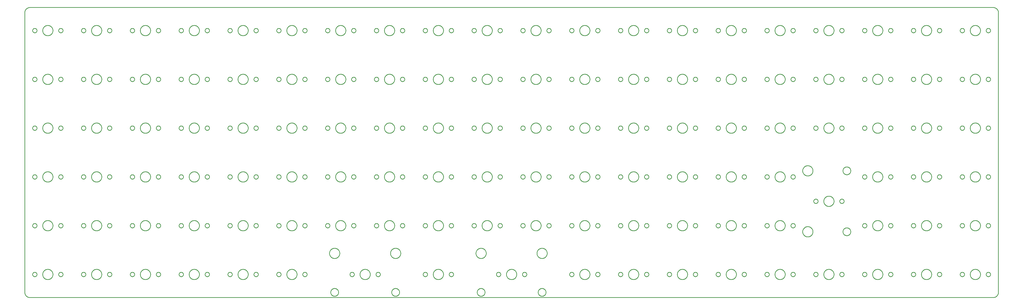
<source format=gbr>
G04 EAGLE Gerber RS-274X export*
G75*
%MOMM*%
%FSLAX34Y34*%
%LPD*%
%IN*%
%IPPOS*%
%AMOC8*
5,1,8,0,0,1.08239X$1,22.5*%
G01*
%ADD10C,0.254000*%


D10*
X100500Y120512D02*
X100576Y118769D01*
X100804Y117039D01*
X101181Y115336D01*
X101706Y113672D01*
X102374Y112060D01*
X103180Y110512D01*
X104117Y109041D01*
X105179Y107657D01*
X106358Y106370D01*
X107644Y105192D01*
X109028Y104129D01*
X110500Y103192D01*
X112048Y102386D01*
X113660Y101719D01*
X115324Y101194D01*
X117027Y100816D01*
X118757Y100589D01*
X120500Y100512D01*
X3880000Y100512D01*
X3881743Y100589D01*
X3883473Y100816D01*
X3885176Y101194D01*
X3886840Y101719D01*
X3888452Y102386D01*
X3890000Y103192D01*
X3891471Y104129D01*
X3892855Y105192D01*
X3894142Y106370D01*
X3895321Y107657D01*
X3896383Y109041D01*
X3897320Y110512D01*
X3898126Y112060D01*
X3898794Y113672D01*
X3899318Y115336D01*
X3899696Y117039D01*
X3899924Y118769D01*
X3900000Y120512D01*
X3900000Y1213000D01*
X3899924Y1214743D01*
X3899696Y1216473D01*
X3899318Y1218176D01*
X3898794Y1219840D01*
X3898126Y1221452D01*
X3897320Y1223000D01*
X3896383Y1224472D01*
X3895321Y1225856D01*
X3894142Y1227142D01*
X3892855Y1228321D01*
X3891471Y1229383D01*
X3890000Y1230321D01*
X3888452Y1231126D01*
X3886840Y1231794D01*
X3885176Y1232319D01*
X3883473Y1232696D01*
X3881743Y1232924D01*
X3880000Y1233000D01*
X120500Y1233000D01*
X118757Y1232924D01*
X117027Y1232696D01*
X115324Y1232319D01*
X113660Y1231794D01*
X112048Y1231126D01*
X110500Y1230321D01*
X109028Y1229383D01*
X107644Y1228321D01*
X106358Y1227142D01*
X105179Y1225856D01*
X104117Y1224472D01*
X103180Y1223000D01*
X102374Y1221452D01*
X101706Y1219840D01*
X101181Y1218176D01*
X100804Y1216473D01*
X100576Y1214743D01*
X100500Y1213000D01*
X100500Y120512D01*
X210500Y1142396D02*
X210427Y1141189D01*
X210281Y1139989D01*
X210063Y1138800D01*
X209774Y1137627D01*
X209415Y1136473D01*
X208986Y1135343D01*
X208490Y1134241D01*
X207928Y1133170D01*
X207303Y1132136D01*
X206616Y1131141D01*
X205871Y1130190D01*
X205069Y1129285D01*
X204215Y1128431D01*
X203310Y1127629D01*
X202359Y1126884D01*
X201364Y1126197D01*
X200330Y1125572D01*
X199259Y1125010D01*
X198157Y1124514D01*
X197027Y1124085D01*
X195873Y1123726D01*
X194700Y1123437D01*
X193511Y1123219D01*
X192311Y1123073D01*
X191104Y1123000D01*
X189896Y1123000D01*
X188689Y1123073D01*
X187489Y1123219D01*
X186300Y1123437D01*
X185127Y1123726D01*
X183973Y1124085D01*
X182843Y1124514D01*
X181741Y1125010D01*
X180670Y1125572D01*
X179636Y1126197D01*
X178641Y1126884D01*
X177690Y1127629D01*
X176785Y1128431D01*
X175931Y1129285D01*
X175129Y1130190D01*
X174384Y1131141D01*
X173697Y1132136D01*
X173072Y1133170D01*
X172510Y1134241D01*
X172014Y1135343D01*
X171585Y1136473D01*
X171226Y1137627D01*
X170937Y1138800D01*
X170719Y1139989D01*
X170573Y1141189D01*
X170500Y1142396D01*
X170500Y1143604D01*
X170573Y1144811D01*
X170719Y1146011D01*
X170937Y1147200D01*
X171226Y1148373D01*
X171585Y1149527D01*
X172014Y1150657D01*
X172510Y1151759D01*
X173072Y1152830D01*
X173697Y1153864D01*
X174384Y1154859D01*
X175129Y1155810D01*
X175931Y1156715D01*
X176785Y1157569D01*
X177690Y1158371D01*
X178641Y1159116D01*
X179636Y1159803D01*
X180670Y1160428D01*
X181741Y1160990D01*
X182843Y1161486D01*
X183973Y1161915D01*
X185127Y1162274D01*
X186300Y1162563D01*
X187489Y1162781D01*
X188689Y1162927D01*
X189896Y1163000D01*
X191104Y1163000D01*
X192311Y1162927D01*
X193511Y1162781D01*
X194700Y1162563D01*
X195873Y1162274D01*
X197027Y1161915D01*
X198157Y1161486D01*
X199259Y1160990D01*
X200330Y1160428D01*
X201364Y1159803D01*
X202359Y1159116D01*
X203310Y1158371D01*
X204215Y1157569D01*
X205069Y1156715D01*
X205871Y1155810D01*
X206616Y1154859D01*
X207303Y1153864D01*
X207928Y1152830D01*
X208490Y1151759D01*
X208986Y1150657D01*
X209415Y1149527D01*
X209774Y1148373D01*
X210063Y1147200D01*
X210281Y1146011D01*
X210427Y1144811D01*
X210500Y1143604D01*
X210500Y1142396D01*
X148200Y1142629D02*
X148135Y1141889D01*
X148006Y1141159D01*
X147814Y1140442D01*
X147560Y1139744D01*
X147247Y1139071D01*
X146876Y1138429D01*
X146450Y1137821D01*
X145973Y1137252D01*
X145448Y1136727D01*
X144879Y1136250D01*
X144271Y1135824D01*
X143629Y1135453D01*
X142956Y1135140D01*
X142258Y1134886D01*
X141542Y1134694D01*
X140811Y1134565D01*
X140071Y1134500D01*
X139329Y1134500D01*
X138589Y1134565D01*
X137859Y1134694D01*
X137142Y1134886D01*
X136444Y1135140D01*
X135771Y1135453D01*
X135129Y1135824D01*
X134521Y1136250D01*
X133952Y1136727D01*
X133427Y1137252D01*
X132950Y1137821D01*
X132524Y1138429D01*
X132153Y1139071D01*
X131840Y1139744D01*
X131586Y1140442D01*
X131394Y1141159D01*
X131265Y1141889D01*
X131200Y1142629D01*
X131200Y1143371D01*
X131265Y1144111D01*
X131394Y1144842D01*
X131586Y1145558D01*
X131840Y1146256D01*
X132153Y1146929D01*
X132524Y1147571D01*
X132950Y1148179D01*
X133427Y1148748D01*
X133952Y1149273D01*
X134521Y1149750D01*
X135129Y1150176D01*
X135771Y1150547D01*
X136444Y1150860D01*
X137142Y1151114D01*
X137859Y1151306D01*
X138589Y1151435D01*
X139329Y1151500D01*
X140071Y1151500D01*
X140811Y1151435D01*
X141542Y1151306D01*
X142258Y1151114D01*
X142956Y1150860D01*
X143629Y1150547D01*
X144271Y1150176D01*
X144879Y1149750D01*
X145448Y1149273D01*
X145973Y1148748D01*
X146450Y1148179D01*
X146876Y1147571D01*
X147247Y1146929D01*
X147560Y1146256D01*
X147814Y1145558D01*
X148006Y1144842D01*
X148135Y1144111D01*
X148200Y1143371D01*
X148200Y1142629D01*
X249800Y1142629D02*
X249735Y1141889D01*
X249606Y1141159D01*
X249414Y1140442D01*
X249160Y1139744D01*
X248847Y1139071D01*
X248476Y1138429D01*
X248050Y1137821D01*
X247573Y1137252D01*
X247048Y1136727D01*
X246479Y1136250D01*
X245871Y1135824D01*
X245229Y1135453D01*
X244556Y1135140D01*
X243858Y1134886D01*
X243142Y1134694D01*
X242411Y1134565D01*
X241671Y1134500D01*
X240929Y1134500D01*
X240189Y1134565D01*
X239459Y1134694D01*
X238742Y1134886D01*
X238044Y1135140D01*
X237371Y1135453D01*
X236729Y1135824D01*
X236121Y1136250D01*
X235552Y1136727D01*
X235027Y1137252D01*
X234550Y1137821D01*
X234124Y1138429D01*
X233753Y1139071D01*
X233440Y1139744D01*
X233186Y1140442D01*
X232994Y1141159D01*
X232865Y1141889D01*
X232800Y1142629D01*
X232800Y1143371D01*
X232865Y1144111D01*
X232994Y1144842D01*
X233186Y1145558D01*
X233440Y1146256D01*
X233753Y1146929D01*
X234124Y1147571D01*
X234550Y1148179D01*
X235027Y1148748D01*
X235552Y1149273D01*
X236121Y1149750D01*
X236729Y1150176D01*
X237371Y1150547D01*
X238044Y1150860D01*
X238742Y1151114D01*
X239459Y1151306D01*
X240189Y1151435D01*
X240929Y1151500D01*
X241671Y1151500D01*
X242411Y1151435D01*
X243142Y1151306D01*
X243858Y1151114D01*
X244556Y1150860D01*
X245229Y1150547D01*
X245871Y1150176D01*
X246479Y1149750D01*
X247048Y1149273D01*
X247573Y1148748D01*
X248050Y1148179D01*
X248476Y1147571D01*
X248847Y1146929D01*
X249160Y1146256D01*
X249414Y1145558D01*
X249606Y1144842D01*
X249735Y1144111D01*
X249800Y1143371D01*
X249800Y1142629D01*
X361000Y1143604D02*
X361073Y1144811D01*
X361219Y1146011D01*
X361437Y1147200D01*
X361726Y1148373D01*
X362085Y1149527D01*
X362514Y1150657D01*
X363010Y1151759D01*
X363572Y1152830D01*
X364197Y1153864D01*
X364884Y1154859D01*
X365629Y1155810D01*
X366431Y1156715D01*
X367285Y1157569D01*
X368190Y1158371D01*
X369141Y1159116D01*
X370136Y1159803D01*
X371170Y1160428D01*
X372241Y1160990D01*
X373343Y1161486D01*
X374473Y1161915D01*
X375627Y1162274D01*
X376800Y1162563D01*
X377989Y1162781D01*
X379189Y1162927D01*
X380396Y1163000D01*
X381604Y1163000D01*
X382811Y1162927D01*
X384011Y1162781D01*
X385200Y1162563D01*
X386373Y1162274D01*
X387527Y1161915D01*
X388657Y1161486D01*
X389759Y1160990D01*
X390830Y1160428D01*
X391864Y1159803D01*
X392859Y1159116D01*
X393810Y1158371D01*
X394715Y1157569D01*
X395569Y1156715D01*
X396371Y1155810D01*
X397116Y1154859D01*
X397803Y1153864D01*
X398428Y1152830D01*
X398990Y1151759D01*
X399486Y1150657D01*
X399915Y1149527D01*
X400274Y1148373D01*
X400563Y1147200D01*
X400781Y1146011D01*
X400927Y1144811D01*
X401000Y1143604D01*
X401000Y1142396D01*
X400927Y1141189D01*
X400781Y1139989D01*
X400563Y1138800D01*
X400274Y1137627D01*
X399915Y1136473D01*
X399486Y1135343D01*
X398990Y1134241D01*
X398428Y1133170D01*
X397803Y1132136D01*
X397116Y1131141D01*
X396371Y1130190D01*
X395569Y1129285D01*
X394715Y1128431D01*
X393810Y1127629D01*
X392859Y1126884D01*
X391864Y1126197D01*
X390830Y1125572D01*
X389759Y1125010D01*
X388657Y1124514D01*
X387527Y1124085D01*
X386373Y1123726D01*
X385200Y1123437D01*
X384011Y1123219D01*
X382811Y1123073D01*
X381604Y1123000D01*
X380396Y1123000D01*
X379189Y1123073D01*
X377989Y1123219D01*
X376800Y1123437D01*
X375627Y1123726D01*
X374473Y1124085D01*
X373343Y1124514D01*
X372241Y1125010D01*
X371170Y1125572D01*
X370136Y1126197D01*
X369141Y1126884D01*
X368190Y1127629D01*
X367285Y1128431D01*
X366431Y1129285D01*
X365629Y1130190D01*
X364884Y1131141D01*
X364197Y1132136D01*
X363572Y1133170D01*
X363010Y1134241D01*
X362514Y1135343D01*
X362085Y1136473D01*
X361726Y1137627D01*
X361437Y1138800D01*
X361219Y1139989D01*
X361073Y1141189D01*
X361000Y1142396D01*
X361000Y1143604D01*
X423300Y1143371D02*
X423365Y1144111D01*
X423494Y1144842D01*
X423686Y1145558D01*
X423940Y1146256D01*
X424253Y1146929D01*
X424624Y1147571D01*
X425050Y1148179D01*
X425527Y1148748D01*
X426052Y1149273D01*
X426621Y1149750D01*
X427229Y1150176D01*
X427871Y1150547D01*
X428544Y1150860D01*
X429242Y1151114D01*
X429959Y1151306D01*
X430689Y1151435D01*
X431429Y1151500D01*
X432171Y1151500D01*
X432911Y1151435D01*
X433642Y1151306D01*
X434358Y1151114D01*
X435056Y1150860D01*
X435729Y1150547D01*
X436371Y1150176D01*
X436979Y1149750D01*
X437548Y1149273D01*
X438073Y1148748D01*
X438550Y1148179D01*
X438976Y1147571D01*
X439347Y1146929D01*
X439660Y1146256D01*
X439914Y1145558D01*
X440106Y1144842D01*
X440235Y1144111D01*
X440300Y1143371D01*
X440300Y1142629D01*
X440235Y1141889D01*
X440106Y1141159D01*
X439914Y1140442D01*
X439660Y1139744D01*
X439347Y1139071D01*
X438976Y1138429D01*
X438550Y1137821D01*
X438073Y1137252D01*
X437548Y1136727D01*
X436979Y1136250D01*
X436371Y1135824D01*
X435729Y1135453D01*
X435056Y1135140D01*
X434358Y1134886D01*
X433642Y1134694D01*
X432911Y1134565D01*
X432171Y1134500D01*
X431429Y1134500D01*
X430689Y1134565D01*
X429959Y1134694D01*
X429242Y1134886D01*
X428544Y1135140D01*
X427871Y1135453D01*
X427229Y1135824D01*
X426621Y1136250D01*
X426052Y1136727D01*
X425527Y1137252D01*
X425050Y1137821D01*
X424624Y1138429D01*
X424253Y1139071D01*
X423940Y1139744D01*
X423686Y1140442D01*
X423494Y1141159D01*
X423365Y1141889D01*
X423300Y1142629D01*
X423300Y1143371D01*
X321700Y1143371D02*
X321765Y1144111D01*
X321894Y1144842D01*
X322086Y1145558D01*
X322340Y1146256D01*
X322653Y1146929D01*
X323024Y1147571D01*
X323450Y1148179D01*
X323927Y1148748D01*
X324452Y1149273D01*
X325021Y1149750D01*
X325629Y1150176D01*
X326271Y1150547D01*
X326944Y1150860D01*
X327642Y1151114D01*
X328359Y1151306D01*
X329089Y1151435D01*
X329829Y1151500D01*
X330571Y1151500D01*
X331311Y1151435D01*
X332042Y1151306D01*
X332758Y1151114D01*
X333456Y1150860D01*
X334129Y1150547D01*
X334771Y1150176D01*
X335379Y1149750D01*
X335948Y1149273D01*
X336473Y1148748D01*
X336950Y1148179D01*
X337376Y1147571D01*
X337747Y1146929D01*
X338060Y1146256D01*
X338314Y1145558D01*
X338506Y1144842D01*
X338635Y1144111D01*
X338700Y1143371D01*
X338700Y1142629D01*
X338635Y1141889D01*
X338506Y1141159D01*
X338314Y1140442D01*
X338060Y1139744D01*
X337747Y1139071D01*
X337376Y1138429D01*
X336950Y1137821D01*
X336473Y1137252D01*
X335948Y1136727D01*
X335379Y1136250D01*
X334771Y1135824D01*
X334129Y1135453D01*
X333456Y1135140D01*
X332758Y1134886D01*
X332042Y1134694D01*
X331311Y1134565D01*
X330571Y1134500D01*
X329829Y1134500D01*
X329089Y1134565D01*
X328359Y1134694D01*
X327642Y1134886D01*
X326944Y1135140D01*
X326271Y1135453D01*
X325629Y1135824D01*
X325021Y1136250D01*
X324452Y1136727D01*
X323927Y1137252D01*
X323450Y1137821D01*
X323024Y1138429D01*
X322653Y1139071D01*
X322340Y1139744D01*
X322086Y1140442D01*
X321894Y1141159D01*
X321765Y1141889D01*
X321700Y1142629D01*
X321700Y1143371D01*
X591500Y1142396D02*
X591427Y1141189D01*
X591281Y1139989D01*
X591063Y1138800D01*
X590774Y1137627D01*
X590415Y1136473D01*
X589986Y1135343D01*
X589490Y1134241D01*
X588928Y1133170D01*
X588303Y1132136D01*
X587616Y1131141D01*
X586871Y1130190D01*
X586069Y1129285D01*
X585215Y1128431D01*
X584310Y1127629D01*
X583359Y1126884D01*
X582364Y1126197D01*
X581330Y1125572D01*
X580259Y1125010D01*
X579157Y1124514D01*
X578027Y1124085D01*
X576873Y1123726D01*
X575700Y1123437D01*
X574511Y1123219D01*
X573311Y1123073D01*
X572104Y1123000D01*
X570896Y1123000D01*
X569689Y1123073D01*
X568489Y1123219D01*
X567300Y1123437D01*
X566127Y1123726D01*
X564973Y1124085D01*
X563843Y1124514D01*
X562741Y1125010D01*
X561670Y1125572D01*
X560636Y1126197D01*
X559641Y1126884D01*
X558690Y1127629D01*
X557785Y1128431D01*
X556931Y1129285D01*
X556129Y1130190D01*
X555384Y1131141D01*
X554697Y1132136D01*
X554072Y1133170D01*
X553510Y1134241D01*
X553014Y1135343D01*
X552585Y1136473D01*
X552226Y1137627D01*
X551937Y1138800D01*
X551719Y1139989D01*
X551573Y1141189D01*
X551500Y1142396D01*
X551500Y1143604D01*
X551573Y1144811D01*
X551719Y1146011D01*
X551937Y1147200D01*
X552226Y1148373D01*
X552585Y1149527D01*
X553014Y1150657D01*
X553510Y1151759D01*
X554072Y1152830D01*
X554697Y1153864D01*
X555384Y1154859D01*
X556129Y1155810D01*
X556931Y1156715D01*
X557785Y1157569D01*
X558690Y1158371D01*
X559641Y1159116D01*
X560636Y1159803D01*
X561670Y1160428D01*
X562741Y1160990D01*
X563843Y1161486D01*
X564973Y1161915D01*
X566127Y1162274D01*
X567300Y1162563D01*
X568489Y1162781D01*
X569689Y1162927D01*
X570896Y1163000D01*
X572104Y1163000D01*
X573311Y1162927D01*
X574511Y1162781D01*
X575700Y1162563D01*
X576873Y1162274D01*
X578027Y1161915D01*
X579157Y1161486D01*
X580259Y1160990D01*
X581330Y1160428D01*
X582364Y1159803D01*
X583359Y1159116D01*
X584310Y1158371D01*
X585215Y1157569D01*
X586069Y1156715D01*
X586871Y1155810D01*
X587616Y1154859D01*
X588303Y1153864D01*
X588928Y1152830D01*
X589490Y1151759D01*
X589986Y1150657D01*
X590415Y1149527D01*
X590774Y1148373D01*
X591063Y1147200D01*
X591281Y1146011D01*
X591427Y1144811D01*
X591500Y1143604D01*
X591500Y1142396D01*
X529200Y1142629D02*
X529135Y1141889D01*
X529006Y1141159D01*
X528814Y1140442D01*
X528560Y1139744D01*
X528247Y1139071D01*
X527876Y1138429D01*
X527450Y1137821D01*
X526973Y1137252D01*
X526448Y1136727D01*
X525879Y1136250D01*
X525271Y1135824D01*
X524629Y1135453D01*
X523956Y1135140D01*
X523258Y1134886D01*
X522542Y1134694D01*
X521811Y1134565D01*
X521071Y1134500D01*
X520329Y1134500D01*
X519589Y1134565D01*
X518859Y1134694D01*
X518142Y1134886D01*
X517444Y1135140D01*
X516771Y1135453D01*
X516129Y1135824D01*
X515521Y1136250D01*
X514952Y1136727D01*
X514427Y1137252D01*
X513950Y1137821D01*
X513524Y1138429D01*
X513153Y1139071D01*
X512840Y1139744D01*
X512586Y1140442D01*
X512394Y1141159D01*
X512265Y1141889D01*
X512200Y1142629D01*
X512200Y1143371D01*
X512265Y1144111D01*
X512394Y1144842D01*
X512586Y1145558D01*
X512840Y1146256D01*
X513153Y1146929D01*
X513524Y1147571D01*
X513950Y1148179D01*
X514427Y1148748D01*
X514952Y1149273D01*
X515521Y1149750D01*
X516129Y1150176D01*
X516771Y1150547D01*
X517444Y1150860D01*
X518142Y1151114D01*
X518859Y1151306D01*
X519589Y1151435D01*
X520329Y1151500D01*
X521071Y1151500D01*
X521811Y1151435D01*
X522542Y1151306D01*
X523258Y1151114D01*
X523956Y1150860D01*
X524629Y1150547D01*
X525271Y1150176D01*
X525879Y1149750D01*
X526448Y1149273D01*
X526973Y1148748D01*
X527450Y1148179D01*
X527876Y1147571D01*
X528247Y1146929D01*
X528560Y1146256D01*
X528814Y1145558D01*
X529006Y1144842D01*
X529135Y1144111D01*
X529200Y1143371D01*
X529200Y1142629D01*
X630800Y1142629D02*
X630735Y1141889D01*
X630606Y1141159D01*
X630414Y1140442D01*
X630160Y1139744D01*
X629847Y1139071D01*
X629476Y1138429D01*
X629050Y1137821D01*
X628573Y1137252D01*
X628048Y1136727D01*
X627479Y1136250D01*
X626871Y1135824D01*
X626229Y1135453D01*
X625556Y1135140D01*
X624858Y1134886D01*
X624142Y1134694D01*
X623411Y1134565D01*
X622671Y1134500D01*
X621929Y1134500D01*
X621189Y1134565D01*
X620459Y1134694D01*
X619742Y1134886D01*
X619044Y1135140D01*
X618371Y1135453D01*
X617729Y1135824D01*
X617121Y1136250D01*
X616552Y1136727D01*
X616027Y1137252D01*
X615550Y1137821D01*
X615124Y1138429D01*
X614753Y1139071D01*
X614440Y1139744D01*
X614186Y1140442D01*
X613994Y1141159D01*
X613865Y1141889D01*
X613800Y1142629D01*
X613800Y1143371D01*
X613865Y1144111D01*
X613994Y1144842D01*
X614186Y1145558D01*
X614440Y1146256D01*
X614753Y1146929D01*
X615124Y1147571D01*
X615550Y1148179D01*
X616027Y1148748D01*
X616552Y1149273D01*
X617121Y1149750D01*
X617729Y1150176D01*
X618371Y1150547D01*
X619044Y1150860D01*
X619742Y1151114D01*
X620459Y1151306D01*
X621189Y1151435D01*
X621929Y1151500D01*
X622671Y1151500D01*
X623411Y1151435D01*
X624142Y1151306D01*
X624858Y1151114D01*
X625556Y1150860D01*
X626229Y1150547D01*
X626871Y1150176D01*
X627479Y1149750D01*
X628048Y1149273D01*
X628573Y1148748D01*
X629050Y1148179D01*
X629476Y1147571D01*
X629847Y1146929D01*
X630160Y1146256D01*
X630414Y1145558D01*
X630606Y1144842D01*
X630735Y1144111D01*
X630800Y1143371D01*
X630800Y1142629D01*
X782000Y1142396D02*
X781927Y1141189D01*
X781781Y1139989D01*
X781563Y1138800D01*
X781274Y1137627D01*
X780915Y1136473D01*
X780486Y1135343D01*
X779990Y1134241D01*
X779428Y1133170D01*
X778803Y1132136D01*
X778116Y1131141D01*
X777371Y1130190D01*
X776569Y1129285D01*
X775715Y1128431D01*
X774810Y1127629D01*
X773859Y1126884D01*
X772864Y1126197D01*
X771830Y1125572D01*
X770759Y1125010D01*
X769657Y1124514D01*
X768527Y1124085D01*
X767373Y1123726D01*
X766200Y1123437D01*
X765011Y1123219D01*
X763811Y1123073D01*
X762604Y1123000D01*
X761396Y1123000D01*
X760189Y1123073D01*
X758989Y1123219D01*
X757800Y1123437D01*
X756627Y1123726D01*
X755473Y1124085D01*
X754343Y1124514D01*
X753241Y1125010D01*
X752170Y1125572D01*
X751136Y1126197D01*
X750141Y1126884D01*
X749190Y1127629D01*
X748285Y1128431D01*
X747431Y1129285D01*
X746629Y1130190D01*
X745884Y1131141D01*
X745197Y1132136D01*
X744572Y1133170D01*
X744010Y1134241D01*
X743514Y1135343D01*
X743085Y1136473D01*
X742726Y1137627D01*
X742437Y1138800D01*
X742219Y1139989D01*
X742073Y1141189D01*
X742000Y1142396D01*
X742000Y1143604D01*
X742073Y1144811D01*
X742219Y1146011D01*
X742437Y1147200D01*
X742726Y1148373D01*
X743085Y1149527D01*
X743514Y1150657D01*
X744010Y1151759D01*
X744572Y1152830D01*
X745197Y1153864D01*
X745884Y1154859D01*
X746629Y1155810D01*
X747431Y1156715D01*
X748285Y1157569D01*
X749190Y1158371D01*
X750141Y1159116D01*
X751136Y1159803D01*
X752170Y1160428D01*
X753241Y1160990D01*
X754343Y1161486D01*
X755473Y1161915D01*
X756627Y1162274D01*
X757800Y1162563D01*
X758989Y1162781D01*
X760189Y1162927D01*
X761396Y1163000D01*
X762604Y1163000D01*
X763811Y1162927D01*
X765011Y1162781D01*
X766200Y1162563D01*
X767373Y1162274D01*
X768527Y1161915D01*
X769657Y1161486D01*
X770759Y1160990D01*
X771830Y1160428D01*
X772864Y1159803D01*
X773859Y1159116D01*
X774810Y1158371D01*
X775715Y1157569D01*
X776569Y1156715D01*
X777371Y1155810D01*
X778116Y1154859D01*
X778803Y1153864D01*
X779428Y1152830D01*
X779990Y1151759D01*
X780486Y1150657D01*
X780915Y1149527D01*
X781274Y1148373D01*
X781563Y1147200D01*
X781781Y1146011D01*
X781927Y1144811D01*
X782000Y1143604D01*
X782000Y1142396D01*
X719700Y1142629D02*
X719635Y1141889D01*
X719506Y1141159D01*
X719314Y1140442D01*
X719060Y1139744D01*
X718747Y1139071D01*
X718376Y1138429D01*
X717950Y1137821D01*
X717473Y1137252D01*
X716948Y1136727D01*
X716379Y1136250D01*
X715771Y1135824D01*
X715129Y1135453D01*
X714456Y1135140D01*
X713758Y1134886D01*
X713042Y1134694D01*
X712311Y1134565D01*
X711571Y1134500D01*
X710829Y1134500D01*
X710089Y1134565D01*
X709359Y1134694D01*
X708642Y1134886D01*
X707944Y1135140D01*
X707271Y1135453D01*
X706629Y1135824D01*
X706021Y1136250D01*
X705452Y1136727D01*
X704927Y1137252D01*
X704450Y1137821D01*
X704024Y1138429D01*
X703653Y1139071D01*
X703340Y1139744D01*
X703086Y1140442D01*
X702894Y1141159D01*
X702765Y1141889D01*
X702700Y1142629D01*
X702700Y1143371D01*
X702765Y1144111D01*
X702894Y1144842D01*
X703086Y1145558D01*
X703340Y1146256D01*
X703653Y1146929D01*
X704024Y1147571D01*
X704450Y1148179D01*
X704927Y1148748D01*
X705452Y1149273D01*
X706021Y1149750D01*
X706629Y1150176D01*
X707271Y1150547D01*
X707944Y1150860D01*
X708642Y1151114D01*
X709359Y1151306D01*
X710089Y1151435D01*
X710829Y1151500D01*
X711571Y1151500D01*
X712311Y1151435D01*
X713042Y1151306D01*
X713758Y1151114D01*
X714456Y1150860D01*
X715129Y1150547D01*
X715771Y1150176D01*
X716379Y1149750D01*
X716948Y1149273D01*
X717473Y1148748D01*
X717950Y1148179D01*
X718376Y1147571D01*
X718747Y1146929D01*
X719060Y1146256D01*
X719314Y1145558D01*
X719506Y1144842D01*
X719635Y1144111D01*
X719700Y1143371D01*
X719700Y1142629D01*
X821300Y1142629D02*
X821235Y1141889D01*
X821106Y1141159D01*
X820914Y1140442D01*
X820660Y1139744D01*
X820347Y1139071D01*
X819976Y1138429D01*
X819550Y1137821D01*
X819073Y1137252D01*
X818548Y1136727D01*
X817979Y1136250D01*
X817371Y1135824D01*
X816729Y1135453D01*
X816056Y1135140D01*
X815358Y1134886D01*
X814642Y1134694D01*
X813911Y1134565D01*
X813171Y1134500D01*
X812429Y1134500D01*
X811689Y1134565D01*
X810959Y1134694D01*
X810242Y1134886D01*
X809544Y1135140D01*
X808871Y1135453D01*
X808229Y1135824D01*
X807621Y1136250D01*
X807052Y1136727D01*
X806527Y1137252D01*
X806050Y1137821D01*
X805624Y1138429D01*
X805253Y1139071D01*
X804940Y1139744D01*
X804686Y1140442D01*
X804494Y1141159D01*
X804365Y1141889D01*
X804300Y1142629D01*
X804300Y1143371D01*
X804365Y1144111D01*
X804494Y1144842D01*
X804686Y1145558D01*
X804940Y1146256D01*
X805253Y1146929D01*
X805624Y1147571D01*
X806050Y1148179D01*
X806527Y1148748D01*
X807052Y1149273D01*
X807621Y1149750D01*
X808229Y1150176D01*
X808871Y1150547D01*
X809544Y1150860D01*
X810242Y1151114D01*
X810959Y1151306D01*
X811689Y1151435D01*
X812429Y1151500D01*
X813171Y1151500D01*
X813911Y1151435D01*
X814642Y1151306D01*
X815358Y1151114D01*
X816056Y1150860D01*
X816729Y1150547D01*
X817371Y1150176D01*
X817979Y1149750D01*
X818548Y1149273D01*
X819073Y1148748D01*
X819550Y1148179D01*
X819976Y1147571D01*
X820347Y1146929D01*
X820660Y1146256D01*
X820914Y1145558D01*
X821106Y1144842D01*
X821235Y1144111D01*
X821300Y1143371D01*
X821300Y1142629D01*
X972500Y1142396D02*
X972427Y1141189D01*
X972281Y1139989D01*
X972063Y1138800D01*
X971774Y1137627D01*
X971415Y1136473D01*
X970986Y1135343D01*
X970490Y1134241D01*
X969928Y1133170D01*
X969303Y1132136D01*
X968616Y1131141D01*
X967871Y1130190D01*
X967069Y1129285D01*
X966215Y1128431D01*
X965310Y1127629D01*
X964359Y1126884D01*
X963364Y1126197D01*
X962330Y1125572D01*
X961259Y1125010D01*
X960157Y1124514D01*
X959027Y1124085D01*
X957873Y1123726D01*
X956700Y1123437D01*
X955511Y1123219D01*
X954311Y1123073D01*
X953104Y1123000D01*
X951896Y1123000D01*
X950689Y1123073D01*
X949489Y1123219D01*
X948300Y1123437D01*
X947127Y1123726D01*
X945973Y1124085D01*
X944843Y1124514D01*
X943741Y1125010D01*
X942670Y1125572D01*
X941636Y1126197D01*
X940641Y1126884D01*
X939690Y1127629D01*
X938785Y1128431D01*
X937931Y1129285D01*
X937129Y1130190D01*
X936384Y1131141D01*
X935697Y1132136D01*
X935072Y1133170D01*
X934510Y1134241D01*
X934014Y1135343D01*
X933585Y1136473D01*
X933226Y1137627D01*
X932937Y1138800D01*
X932719Y1139989D01*
X932573Y1141189D01*
X932500Y1142396D01*
X932500Y1143604D01*
X932573Y1144811D01*
X932719Y1146011D01*
X932937Y1147200D01*
X933226Y1148373D01*
X933585Y1149527D01*
X934014Y1150657D01*
X934510Y1151759D01*
X935072Y1152830D01*
X935697Y1153864D01*
X936384Y1154859D01*
X937129Y1155810D01*
X937931Y1156715D01*
X938785Y1157569D01*
X939690Y1158371D01*
X940641Y1159116D01*
X941636Y1159803D01*
X942670Y1160428D01*
X943741Y1160990D01*
X944843Y1161486D01*
X945973Y1161915D01*
X947127Y1162274D01*
X948300Y1162563D01*
X949489Y1162781D01*
X950689Y1162927D01*
X951896Y1163000D01*
X953104Y1163000D01*
X954311Y1162927D01*
X955511Y1162781D01*
X956700Y1162563D01*
X957873Y1162274D01*
X959027Y1161915D01*
X960157Y1161486D01*
X961259Y1160990D01*
X962330Y1160428D01*
X963364Y1159803D01*
X964359Y1159116D01*
X965310Y1158371D01*
X966215Y1157569D01*
X967069Y1156715D01*
X967871Y1155810D01*
X968616Y1154859D01*
X969303Y1153864D01*
X969928Y1152830D01*
X970490Y1151759D01*
X970986Y1150657D01*
X971415Y1149527D01*
X971774Y1148373D01*
X972063Y1147200D01*
X972281Y1146011D01*
X972427Y1144811D01*
X972500Y1143604D01*
X972500Y1142396D01*
X910200Y1142629D02*
X910135Y1141889D01*
X910006Y1141159D01*
X909814Y1140442D01*
X909560Y1139744D01*
X909247Y1139071D01*
X908876Y1138429D01*
X908450Y1137821D01*
X907973Y1137252D01*
X907448Y1136727D01*
X906879Y1136250D01*
X906271Y1135824D01*
X905629Y1135453D01*
X904956Y1135140D01*
X904258Y1134886D01*
X903542Y1134694D01*
X902811Y1134565D01*
X902071Y1134500D01*
X901329Y1134500D01*
X900589Y1134565D01*
X899859Y1134694D01*
X899142Y1134886D01*
X898444Y1135140D01*
X897771Y1135453D01*
X897129Y1135824D01*
X896521Y1136250D01*
X895952Y1136727D01*
X895427Y1137252D01*
X894950Y1137821D01*
X894524Y1138429D01*
X894153Y1139071D01*
X893840Y1139744D01*
X893586Y1140442D01*
X893394Y1141159D01*
X893265Y1141889D01*
X893200Y1142629D01*
X893200Y1143371D01*
X893265Y1144111D01*
X893394Y1144842D01*
X893586Y1145558D01*
X893840Y1146256D01*
X894153Y1146929D01*
X894524Y1147571D01*
X894950Y1148179D01*
X895427Y1148748D01*
X895952Y1149273D01*
X896521Y1149750D01*
X897129Y1150176D01*
X897771Y1150547D01*
X898444Y1150860D01*
X899142Y1151114D01*
X899859Y1151306D01*
X900589Y1151435D01*
X901329Y1151500D01*
X902071Y1151500D01*
X902811Y1151435D01*
X903542Y1151306D01*
X904258Y1151114D01*
X904956Y1150860D01*
X905629Y1150547D01*
X906271Y1150176D01*
X906879Y1149750D01*
X907448Y1149273D01*
X907973Y1148748D01*
X908450Y1148179D01*
X908876Y1147571D01*
X909247Y1146929D01*
X909560Y1146256D01*
X909814Y1145558D01*
X910006Y1144842D01*
X910135Y1144111D01*
X910200Y1143371D01*
X910200Y1142629D01*
X1011800Y1142629D02*
X1011735Y1141889D01*
X1011606Y1141159D01*
X1011414Y1140442D01*
X1011160Y1139744D01*
X1010847Y1139071D01*
X1010476Y1138429D01*
X1010050Y1137821D01*
X1009573Y1137252D01*
X1009048Y1136727D01*
X1008479Y1136250D01*
X1007871Y1135824D01*
X1007229Y1135453D01*
X1006556Y1135140D01*
X1005858Y1134886D01*
X1005142Y1134694D01*
X1004411Y1134565D01*
X1003671Y1134500D01*
X1002929Y1134500D01*
X1002189Y1134565D01*
X1001459Y1134694D01*
X1000742Y1134886D01*
X1000044Y1135140D01*
X999371Y1135453D01*
X998729Y1135824D01*
X998121Y1136250D01*
X997552Y1136727D01*
X997027Y1137252D01*
X996550Y1137821D01*
X996124Y1138429D01*
X995753Y1139071D01*
X995440Y1139744D01*
X995186Y1140442D01*
X994994Y1141159D01*
X994865Y1141889D01*
X994800Y1142629D01*
X994800Y1143371D01*
X994865Y1144111D01*
X994994Y1144842D01*
X995186Y1145558D01*
X995440Y1146256D01*
X995753Y1146929D01*
X996124Y1147571D01*
X996550Y1148179D01*
X997027Y1148748D01*
X997552Y1149273D01*
X998121Y1149750D01*
X998729Y1150176D01*
X999371Y1150547D01*
X1000044Y1150860D01*
X1000742Y1151114D01*
X1001459Y1151306D01*
X1002189Y1151435D01*
X1002929Y1151500D01*
X1003671Y1151500D01*
X1004411Y1151435D01*
X1005142Y1151306D01*
X1005858Y1151114D01*
X1006556Y1150860D01*
X1007229Y1150547D01*
X1007871Y1150176D01*
X1008479Y1149750D01*
X1009048Y1149273D01*
X1009573Y1148748D01*
X1010050Y1148179D01*
X1010476Y1147571D01*
X1010847Y1146929D01*
X1011160Y1146256D01*
X1011414Y1145558D01*
X1011606Y1144842D01*
X1011735Y1144111D01*
X1011800Y1143371D01*
X1011800Y1142629D01*
X1163000Y1142396D02*
X1162927Y1141189D01*
X1162781Y1139989D01*
X1162563Y1138800D01*
X1162274Y1137627D01*
X1161915Y1136473D01*
X1161486Y1135343D01*
X1160990Y1134241D01*
X1160428Y1133170D01*
X1159803Y1132136D01*
X1159116Y1131141D01*
X1158371Y1130190D01*
X1157569Y1129285D01*
X1156715Y1128431D01*
X1155810Y1127629D01*
X1154859Y1126884D01*
X1153864Y1126197D01*
X1152830Y1125572D01*
X1151759Y1125010D01*
X1150657Y1124514D01*
X1149527Y1124085D01*
X1148373Y1123726D01*
X1147200Y1123437D01*
X1146011Y1123219D01*
X1144811Y1123073D01*
X1143604Y1123000D01*
X1142396Y1123000D01*
X1141189Y1123073D01*
X1139989Y1123219D01*
X1138800Y1123437D01*
X1137627Y1123726D01*
X1136473Y1124085D01*
X1135343Y1124514D01*
X1134241Y1125010D01*
X1133170Y1125572D01*
X1132136Y1126197D01*
X1131141Y1126884D01*
X1130190Y1127629D01*
X1129285Y1128431D01*
X1128431Y1129285D01*
X1127629Y1130190D01*
X1126884Y1131141D01*
X1126197Y1132136D01*
X1125572Y1133170D01*
X1125010Y1134241D01*
X1124514Y1135343D01*
X1124085Y1136473D01*
X1123726Y1137627D01*
X1123437Y1138800D01*
X1123219Y1139989D01*
X1123073Y1141189D01*
X1123000Y1142396D01*
X1123000Y1143604D01*
X1123073Y1144811D01*
X1123219Y1146011D01*
X1123437Y1147200D01*
X1123726Y1148373D01*
X1124085Y1149527D01*
X1124514Y1150657D01*
X1125010Y1151759D01*
X1125572Y1152830D01*
X1126197Y1153864D01*
X1126884Y1154859D01*
X1127629Y1155810D01*
X1128431Y1156715D01*
X1129285Y1157569D01*
X1130190Y1158371D01*
X1131141Y1159116D01*
X1132136Y1159803D01*
X1133170Y1160428D01*
X1134241Y1160990D01*
X1135343Y1161486D01*
X1136473Y1161915D01*
X1137627Y1162274D01*
X1138800Y1162563D01*
X1139989Y1162781D01*
X1141189Y1162927D01*
X1142396Y1163000D01*
X1143604Y1163000D01*
X1144811Y1162927D01*
X1146011Y1162781D01*
X1147200Y1162563D01*
X1148373Y1162274D01*
X1149527Y1161915D01*
X1150657Y1161486D01*
X1151759Y1160990D01*
X1152830Y1160428D01*
X1153864Y1159803D01*
X1154859Y1159116D01*
X1155810Y1158371D01*
X1156715Y1157569D01*
X1157569Y1156715D01*
X1158371Y1155810D01*
X1159116Y1154859D01*
X1159803Y1153864D01*
X1160428Y1152830D01*
X1160990Y1151759D01*
X1161486Y1150657D01*
X1161915Y1149527D01*
X1162274Y1148373D01*
X1162563Y1147200D01*
X1162781Y1146011D01*
X1162927Y1144811D01*
X1163000Y1143604D01*
X1163000Y1142396D01*
X1100700Y1142629D02*
X1100635Y1141889D01*
X1100506Y1141159D01*
X1100314Y1140442D01*
X1100060Y1139744D01*
X1099747Y1139071D01*
X1099376Y1138429D01*
X1098950Y1137821D01*
X1098473Y1137252D01*
X1097948Y1136727D01*
X1097379Y1136250D01*
X1096771Y1135824D01*
X1096129Y1135453D01*
X1095456Y1135140D01*
X1094758Y1134886D01*
X1094042Y1134694D01*
X1093311Y1134565D01*
X1092571Y1134500D01*
X1091829Y1134500D01*
X1091089Y1134565D01*
X1090359Y1134694D01*
X1089642Y1134886D01*
X1088944Y1135140D01*
X1088271Y1135453D01*
X1087629Y1135824D01*
X1087021Y1136250D01*
X1086452Y1136727D01*
X1085927Y1137252D01*
X1085450Y1137821D01*
X1085024Y1138429D01*
X1084653Y1139071D01*
X1084340Y1139744D01*
X1084086Y1140442D01*
X1083894Y1141159D01*
X1083765Y1141889D01*
X1083700Y1142629D01*
X1083700Y1143371D01*
X1083765Y1144111D01*
X1083894Y1144842D01*
X1084086Y1145558D01*
X1084340Y1146256D01*
X1084653Y1146929D01*
X1085024Y1147571D01*
X1085450Y1148179D01*
X1085927Y1148748D01*
X1086452Y1149273D01*
X1087021Y1149750D01*
X1087629Y1150176D01*
X1088271Y1150547D01*
X1088944Y1150860D01*
X1089642Y1151114D01*
X1090359Y1151306D01*
X1091089Y1151435D01*
X1091829Y1151500D01*
X1092571Y1151500D01*
X1093311Y1151435D01*
X1094042Y1151306D01*
X1094758Y1151114D01*
X1095456Y1150860D01*
X1096129Y1150547D01*
X1096771Y1150176D01*
X1097379Y1149750D01*
X1097948Y1149273D01*
X1098473Y1148748D01*
X1098950Y1148179D01*
X1099376Y1147571D01*
X1099747Y1146929D01*
X1100060Y1146256D01*
X1100314Y1145558D01*
X1100506Y1144842D01*
X1100635Y1144111D01*
X1100700Y1143371D01*
X1100700Y1142629D01*
X1202300Y1142629D02*
X1202235Y1141889D01*
X1202106Y1141159D01*
X1201914Y1140442D01*
X1201660Y1139744D01*
X1201347Y1139071D01*
X1200976Y1138429D01*
X1200550Y1137821D01*
X1200073Y1137252D01*
X1199548Y1136727D01*
X1198979Y1136250D01*
X1198371Y1135824D01*
X1197729Y1135453D01*
X1197056Y1135140D01*
X1196358Y1134886D01*
X1195642Y1134694D01*
X1194911Y1134565D01*
X1194171Y1134500D01*
X1193429Y1134500D01*
X1192689Y1134565D01*
X1191959Y1134694D01*
X1191242Y1134886D01*
X1190544Y1135140D01*
X1189871Y1135453D01*
X1189229Y1135824D01*
X1188621Y1136250D01*
X1188052Y1136727D01*
X1187527Y1137252D01*
X1187050Y1137821D01*
X1186624Y1138429D01*
X1186253Y1139071D01*
X1185940Y1139744D01*
X1185686Y1140442D01*
X1185494Y1141159D01*
X1185365Y1141889D01*
X1185300Y1142629D01*
X1185300Y1143371D01*
X1185365Y1144111D01*
X1185494Y1144842D01*
X1185686Y1145558D01*
X1185940Y1146256D01*
X1186253Y1146929D01*
X1186624Y1147571D01*
X1187050Y1148179D01*
X1187527Y1148748D01*
X1188052Y1149273D01*
X1188621Y1149750D01*
X1189229Y1150176D01*
X1189871Y1150547D01*
X1190544Y1150860D01*
X1191242Y1151114D01*
X1191959Y1151306D01*
X1192689Y1151435D01*
X1193429Y1151500D01*
X1194171Y1151500D01*
X1194911Y1151435D01*
X1195642Y1151306D01*
X1196358Y1151114D01*
X1197056Y1150860D01*
X1197729Y1150547D01*
X1198371Y1150176D01*
X1198979Y1149750D01*
X1199548Y1149273D01*
X1200073Y1148748D01*
X1200550Y1148179D01*
X1200976Y1147571D01*
X1201347Y1146929D01*
X1201660Y1146256D01*
X1201914Y1145558D01*
X1202106Y1144842D01*
X1202235Y1144111D01*
X1202300Y1143371D01*
X1202300Y1142629D01*
X1353500Y1142396D02*
X1353427Y1141189D01*
X1353281Y1139989D01*
X1353063Y1138800D01*
X1352774Y1137627D01*
X1352415Y1136473D01*
X1351986Y1135343D01*
X1351490Y1134241D01*
X1350928Y1133170D01*
X1350303Y1132136D01*
X1349616Y1131141D01*
X1348871Y1130190D01*
X1348069Y1129285D01*
X1347215Y1128431D01*
X1346310Y1127629D01*
X1345359Y1126884D01*
X1344364Y1126197D01*
X1343330Y1125572D01*
X1342259Y1125010D01*
X1341157Y1124514D01*
X1340027Y1124085D01*
X1338873Y1123726D01*
X1337700Y1123437D01*
X1336511Y1123219D01*
X1335311Y1123073D01*
X1334104Y1123000D01*
X1332896Y1123000D01*
X1331689Y1123073D01*
X1330489Y1123219D01*
X1329300Y1123437D01*
X1328127Y1123726D01*
X1326973Y1124085D01*
X1325843Y1124514D01*
X1324741Y1125010D01*
X1323670Y1125572D01*
X1322636Y1126197D01*
X1321641Y1126884D01*
X1320690Y1127629D01*
X1319785Y1128431D01*
X1318931Y1129285D01*
X1318129Y1130190D01*
X1317384Y1131141D01*
X1316697Y1132136D01*
X1316072Y1133170D01*
X1315510Y1134241D01*
X1315014Y1135343D01*
X1314585Y1136473D01*
X1314226Y1137627D01*
X1313937Y1138800D01*
X1313719Y1139989D01*
X1313573Y1141189D01*
X1313500Y1142396D01*
X1313500Y1143604D01*
X1313573Y1144811D01*
X1313719Y1146011D01*
X1313937Y1147200D01*
X1314226Y1148373D01*
X1314585Y1149527D01*
X1315014Y1150657D01*
X1315510Y1151759D01*
X1316072Y1152830D01*
X1316697Y1153864D01*
X1317384Y1154859D01*
X1318129Y1155810D01*
X1318931Y1156715D01*
X1319785Y1157569D01*
X1320690Y1158371D01*
X1321641Y1159116D01*
X1322636Y1159803D01*
X1323670Y1160428D01*
X1324741Y1160990D01*
X1325843Y1161486D01*
X1326973Y1161915D01*
X1328127Y1162274D01*
X1329300Y1162563D01*
X1330489Y1162781D01*
X1331689Y1162927D01*
X1332896Y1163000D01*
X1334104Y1163000D01*
X1335311Y1162927D01*
X1336511Y1162781D01*
X1337700Y1162563D01*
X1338873Y1162274D01*
X1340027Y1161915D01*
X1341157Y1161486D01*
X1342259Y1160990D01*
X1343330Y1160428D01*
X1344364Y1159803D01*
X1345359Y1159116D01*
X1346310Y1158371D01*
X1347215Y1157569D01*
X1348069Y1156715D01*
X1348871Y1155810D01*
X1349616Y1154859D01*
X1350303Y1153864D01*
X1350928Y1152830D01*
X1351490Y1151759D01*
X1351986Y1150657D01*
X1352415Y1149527D01*
X1352774Y1148373D01*
X1353063Y1147200D01*
X1353281Y1146011D01*
X1353427Y1144811D01*
X1353500Y1143604D01*
X1353500Y1142396D01*
X1291200Y1142629D02*
X1291135Y1141889D01*
X1291006Y1141159D01*
X1290814Y1140442D01*
X1290560Y1139744D01*
X1290247Y1139071D01*
X1289876Y1138429D01*
X1289450Y1137821D01*
X1288973Y1137252D01*
X1288448Y1136727D01*
X1287879Y1136250D01*
X1287271Y1135824D01*
X1286629Y1135453D01*
X1285956Y1135140D01*
X1285258Y1134886D01*
X1284542Y1134694D01*
X1283811Y1134565D01*
X1283071Y1134500D01*
X1282329Y1134500D01*
X1281589Y1134565D01*
X1280859Y1134694D01*
X1280142Y1134886D01*
X1279444Y1135140D01*
X1278771Y1135453D01*
X1278129Y1135824D01*
X1277521Y1136250D01*
X1276952Y1136727D01*
X1276427Y1137252D01*
X1275950Y1137821D01*
X1275524Y1138429D01*
X1275153Y1139071D01*
X1274840Y1139744D01*
X1274586Y1140442D01*
X1274394Y1141159D01*
X1274265Y1141889D01*
X1274200Y1142629D01*
X1274200Y1143371D01*
X1274265Y1144111D01*
X1274394Y1144842D01*
X1274586Y1145558D01*
X1274840Y1146256D01*
X1275153Y1146929D01*
X1275524Y1147571D01*
X1275950Y1148179D01*
X1276427Y1148748D01*
X1276952Y1149273D01*
X1277521Y1149750D01*
X1278129Y1150176D01*
X1278771Y1150547D01*
X1279444Y1150860D01*
X1280142Y1151114D01*
X1280859Y1151306D01*
X1281589Y1151435D01*
X1282329Y1151500D01*
X1283071Y1151500D01*
X1283811Y1151435D01*
X1284542Y1151306D01*
X1285258Y1151114D01*
X1285956Y1150860D01*
X1286629Y1150547D01*
X1287271Y1150176D01*
X1287879Y1149750D01*
X1288448Y1149273D01*
X1288973Y1148748D01*
X1289450Y1148179D01*
X1289876Y1147571D01*
X1290247Y1146929D01*
X1290560Y1146256D01*
X1290814Y1145558D01*
X1291006Y1144842D01*
X1291135Y1144111D01*
X1291200Y1143371D01*
X1291200Y1142629D01*
X1392800Y1142629D02*
X1392735Y1141889D01*
X1392606Y1141159D01*
X1392414Y1140442D01*
X1392160Y1139744D01*
X1391847Y1139071D01*
X1391476Y1138429D01*
X1391050Y1137821D01*
X1390573Y1137252D01*
X1390048Y1136727D01*
X1389479Y1136250D01*
X1388871Y1135824D01*
X1388229Y1135453D01*
X1387556Y1135140D01*
X1386858Y1134886D01*
X1386142Y1134694D01*
X1385411Y1134565D01*
X1384671Y1134500D01*
X1383929Y1134500D01*
X1383189Y1134565D01*
X1382459Y1134694D01*
X1381742Y1134886D01*
X1381044Y1135140D01*
X1380371Y1135453D01*
X1379729Y1135824D01*
X1379121Y1136250D01*
X1378552Y1136727D01*
X1378027Y1137252D01*
X1377550Y1137821D01*
X1377124Y1138429D01*
X1376753Y1139071D01*
X1376440Y1139744D01*
X1376186Y1140442D01*
X1375994Y1141159D01*
X1375865Y1141889D01*
X1375800Y1142629D01*
X1375800Y1143371D01*
X1375865Y1144111D01*
X1375994Y1144842D01*
X1376186Y1145558D01*
X1376440Y1146256D01*
X1376753Y1146929D01*
X1377124Y1147571D01*
X1377550Y1148179D01*
X1378027Y1148748D01*
X1378552Y1149273D01*
X1379121Y1149750D01*
X1379729Y1150176D01*
X1380371Y1150547D01*
X1381044Y1150860D01*
X1381742Y1151114D01*
X1382459Y1151306D01*
X1383189Y1151435D01*
X1383929Y1151500D01*
X1384671Y1151500D01*
X1385411Y1151435D01*
X1386142Y1151306D01*
X1386858Y1151114D01*
X1387556Y1150860D01*
X1388229Y1150547D01*
X1388871Y1150176D01*
X1389479Y1149750D01*
X1390048Y1149273D01*
X1390573Y1148748D01*
X1391050Y1148179D01*
X1391476Y1147571D01*
X1391847Y1146929D01*
X1392160Y1146256D01*
X1392414Y1145558D01*
X1392606Y1144842D01*
X1392735Y1144111D01*
X1392800Y1143371D01*
X1392800Y1142629D01*
X1544000Y1142396D02*
X1543927Y1141189D01*
X1543781Y1139989D01*
X1543563Y1138800D01*
X1543274Y1137627D01*
X1542915Y1136473D01*
X1542486Y1135343D01*
X1541990Y1134241D01*
X1541428Y1133170D01*
X1540803Y1132136D01*
X1540116Y1131141D01*
X1539371Y1130190D01*
X1538569Y1129285D01*
X1537715Y1128431D01*
X1536810Y1127629D01*
X1535859Y1126884D01*
X1534864Y1126197D01*
X1533830Y1125572D01*
X1532759Y1125010D01*
X1531657Y1124514D01*
X1530527Y1124085D01*
X1529373Y1123726D01*
X1528200Y1123437D01*
X1527011Y1123219D01*
X1525811Y1123073D01*
X1524604Y1123000D01*
X1523396Y1123000D01*
X1522189Y1123073D01*
X1520989Y1123219D01*
X1519800Y1123437D01*
X1518627Y1123726D01*
X1517473Y1124085D01*
X1516343Y1124514D01*
X1515241Y1125010D01*
X1514170Y1125572D01*
X1513136Y1126197D01*
X1512141Y1126884D01*
X1511190Y1127629D01*
X1510285Y1128431D01*
X1509431Y1129285D01*
X1508629Y1130190D01*
X1507884Y1131141D01*
X1507197Y1132136D01*
X1506572Y1133170D01*
X1506010Y1134241D01*
X1505514Y1135343D01*
X1505085Y1136473D01*
X1504726Y1137627D01*
X1504437Y1138800D01*
X1504219Y1139989D01*
X1504073Y1141189D01*
X1504000Y1142396D01*
X1504000Y1143604D01*
X1504073Y1144811D01*
X1504219Y1146011D01*
X1504437Y1147200D01*
X1504726Y1148373D01*
X1505085Y1149527D01*
X1505514Y1150657D01*
X1506010Y1151759D01*
X1506572Y1152830D01*
X1507197Y1153864D01*
X1507884Y1154859D01*
X1508629Y1155810D01*
X1509431Y1156715D01*
X1510285Y1157569D01*
X1511190Y1158371D01*
X1512141Y1159116D01*
X1513136Y1159803D01*
X1514170Y1160428D01*
X1515241Y1160990D01*
X1516343Y1161486D01*
X1517473Y1161915D01*
X1518627Y1162274D01*
X1519800Y1162563D01*
X1520989Y1162781D01*
X1522189Y1162927D01*
X1523396Y1163000D01*
X1524604Y1163000D01*
X1525811Y1162927D01*
X1527011Y1162781D01*
X1528200Y1162563D01*
X1529373Y1162274D01*
X1530527Y1161915D01*
X1531657Y1161486D01*
X1532759Y1160990D01*
X1533830Y1160428D01*
X1534864Y1159803D01*
X1535859Y1159116D01*
X1536810Y1158371D01*
X1537715Y1157569D01*
X1538569Y1156715D01*
X1539371Y1155810D01*
X1540116Y1154859D01*
X1540803Y1153864D01*
X1541428Y1152830D01*
X1541990Y1151759D01*
X1542486Y1150657D01*
X1542915Y1149527D01*
X1543274Y1148373D01*
X1543563Y1147200D01*
X1543781Y1146011D01*
X1543927Y1144811D01*
X1544000Y1143604D01*
X1544000Y1142396D01*
X1481700Y1142629D02*
X1481635Y1141889D01*
X1481506Y1141159D01*
X1481314Y1140442D01*
X1481060Y1139744D01*
X1480747Y1139071D01*
X1480376Y1138429D01*
X1479950Y1137821D01*
X1479473Y1137252D01*
X1478948Y1136727D01*
X1478379Y1136250D01*
X1477771Y1135824D01*
X1477129Y1135453D01*
X1476456Y1135140D01*
X1475758Y1134886D01*
X1475042Y1134694D01*
X1474311Y1134565D01*
X1473571Y1134500D01*
X1472829Y1134500D01*
X1472089Y1134565D01*
X1471359Y1134694D01*
X1470642Y1134886D01*
X1469944Y1135140D01*
X1469271Y1135453D01*
X1468629Y1135824D01*
X1468021Y1136250D01*
X1467452Y1136727D01*
X1466927Y1137252D01*
X1466450Y1137821D01*
X1466024Y1138429D01*
X1465653Y1139071D01*
X1465340Y1139744D01*
X1465086Y1140442D01*
X1464894Y1141159D01*
X1464765Y1141889D01*
X1464700Y1142629D01*
X1464700Y1143371D01*
X1464765Y1144111D01*
X1464894Y1144842D01*
X1465086Y1145558D01*
X1465340Y1146256D01*
X1465653Y1146929D01*
X1466024Y1147571D01*
X1466450Y1148179D01*
X1466927Y1148748D01*
X1467452Y1149273D01*
X1468021Y1149750D01*
X1468629Y1150176D01*
X1469271Y1150547D01*
X1469944Y1150860D01*
X1470642Y1151114D01*
X1471359Y1151306D01*
X1472089Y1151435D01*
X1472829Y1151500D01*
X1473571Y1151500D01*
X1474311Y1151435D01*
X1475042Y1151306D01*
X1475758Y1151114D01*
X1476456Y1150860D01*
X1477129Y1150547D01*
X1477771Y1150176D01*
X1478379Y1149750D01*
X1478948Y1149273D01*
X1479473Y1148748D01*
X1479950Y1148179D01*
X1480376Y1147571D01*
X1480747Y1146929D01*
X1481060Y1146256D01*
X1481314Y1145558D01*
X1481506Y1144842D01*
X1481635Y1144111D01*
X1481700Y1143371D01*
X1481700Y1142629D01*
X1583300Y1142629D02*
X1583235Y1141889D01*
X1583106Y1141159D01*
X1582914Y1140442D01*
X1582660Y1139744D01*
X1582347Y1139071D01*
X1581976Y1138429D01*
X1581550Y1137821D01*
X1581073Y1137252D01*
X1580548Y1136727D01*
X1579979Y1136250D01*
X1579371Y1135824D01*
X1578729Y1135453D01*
X1578056Y1135140D01*
X1577358Y1134886D01*
X1576642Y1134694D01*
X1575911Y1134565D01*
X1575171Y1134500D01*
X1574429Y1134500D01*
X1573689Y1134565D01*
X1572959Y1134694D01*
X1572242Y1134886D01*
X1571544Y1135140D01*
X1570871Y1135453D01*
X1570229Y1135824D01*
X1569621Y1136250D01*
X1569052Y1136727D01*
X1568527Y1137252D01*
X1568050Y1137821D01*
X1567624Y1138429D01*
X1567253Y1139071D01*
X1566940Y1139744D01*
X1566686Y1140442D01*
X1566494Y1141159D01*
X1566365Y1141889D01*
X1566300Y1142629D01*
X1566300Y1143371D01*
X1566365Y1144111D01*
X1566494Y1144842D01*
X1566686Y1145558D01*
X1566940Y1146256D01*
X1567253Y1146929D01*
X1567624Y1147571D01*
X1568050Y1148179D01*
X1568527Y1148748D01*
X1569052Y1149273D01*
X1569621Y1149750D01*
X1570229Y1150176D01*
X1570871Y1150547D01*
X1571544Y1150860D01*
X1572242Y1151114D01*
X1572959Y1151306D01*
X1573689Y1151435D01*
X1574429Y1151500D01*
X1575171Y1151500D01*
X1575911Y1151435D01*
X1576642Y1151306D01*
X1577358Y1151114D01*
X1578056Y1150860D01*
X1578729Y1150547D01*
X1579371Y1150176D01*
X1579979Y1149750D01*
X1580548Y1149273D01*
X1581073Y1148748D01*
X1581550Y1148179D01*
X1581976Y1147571D01*
X1582347Y1146929D01*
X1582660Y1146256D01*
X1582914Y1145558D01*
X1583106Y1144842D01*
X1583235Y1144111D01*
X1583300Y1143371D01*
X1583300Y1142629D01*
X1734500Y1142396D02*
X1734427Y1141189D01*
X1734281Y1139989D01*
X1734063Y1138800D01*
X1733774Y1137627D01*
X1733415Y1136473D01*
X1732986Y1135343D01*
X1732490Y1134241D01*
X1731928Y1133170D01*
X1731303Y1132136D01*
X1730616Y1131141D01*
X1729871Y1130190D01*
X1729069Y1129285D01*
X1728215Y1128431D01*
X1727310Y1127629D01*
X1726359Y1126884D01*
X1725364Y1126197D01*
X1724330Y1125572D01*
X1723259Y1125010D01*
X1722157Y1124514D01*
X1721027Y1124085D01*
X1719873Y1123726D01*
X1718700Y1123437D01*
X1717511Y1123219D01*
X1716311Y1123073D01*
X1715104Y1123000D01*
X1713896Y1123000D01*
X1712689Y1123073D01*
X1711489Y1123219D01*
X1710300Y1123437D01*
X1709127Y1123726D01*
X1707973Y1124085D01*
X1706843Y1124514D01*
X1705741Y1125010D01*
X1704670Y1125572D01*
X1703636Y1126197D01*
X1702641Y1126884D01*
X1701690Y1127629D01*
X1700785Y1128431D01*
X1699931Y1129285D01*
X1699129Y1130190D01*
X1698384Y1131141D01*
X1697697Y1132136D01*
X1697072Y1133170D01*
X1696510Y1134241D01*
X1696014Y1135343D01*
X1695585Y1136473D01*
X1695226Y1137627D01*
X1694937Y1138800D01*
X1694719Y1139989D01*
X1694573Y1141189D01*
X1694500Y1142396D01*
X1694500Y1143604D01*
X1694573Y1144811D01*
X1694719Y1146011D01*
X1694937Y1147200D01*
X1695226Y1148373D01*
X1695585Y1149527D01*
X1696014Y1150657D01*
X1696510Y1151759D01*
X1697072Y1152830D01*
X1697697Y1153864D01*
X1698384Y1154859D01*
X1699129Y1155810D01*
X1699931Y1156715D01*
X1700785Y1157569D01*
X1701690Y1158371D01*
X1702641Y1159116D01*
X1703636Y1159803D01*
X1704670Y1160428D01*
X1705741Y1160990D01*
X1706843Y1161486D01*
X1707973Y1161915D01*
X1709127Y1162274D01*
X1710300Y1162563D01*
X1711489Y1162781D01*
X1712689Y1162927D01*
X1713896Y1163000D01*
X1715104Y1163000D01*
X1716311Y1162927D01*
X1717511Y1162781D01*
X1718700Y1162563D01*
X1719873Y1162274D01*
X1721027Y1161915D01*
X1722157Y1161486D01*
X1723259Y1160990D01*
X1724330Y1160428D01*
X1725364Y1159803D01*
X1726359Y1159116D01*
X1727310Y1158371D01*
X1728215Y1157569D01*
X1729069Y1156715D01*
X1729871Y1155810D01*
X1730616Y1154859D01*
X1731303Y1153864D01*
X1731928Y1152830D01*
X1732490Y1151759D01*
X1732986Y1150657D01*
X1733415Y1149527D01*
X1733774Y1148373D01*
X1734063Y1147200D01*
X1734281Y1146011D01*
X1734427Y1144811D01*
X1734500Y1143604D01*
X1734500Y1142396D01*
X1672200Y1142629D02*
X1672135Y1141889D01*
X1672006Y1141159D01*
X1671814Y1140442D01*
X1671560Y1139744D01*
X1671247Y1139071D01*
X1670876Y1138429D01*
X1670450Y1137821D01*
X1669973Y1137252D01*
X1669448Y1136727D01*
X1668879Y1136250D01*
X1668271Y1135824D01*
X1667629Y1135453D01*
X1666956Y1135140D01*
X1666258Y1134886D01*
X1665542Y1134694D01*
X1664811Y1134565D01*
X1664071Y1134500D01*
X1663329Y1134500D01*
X1662589Y1134565D01*
X1661859Y1134694D01*
X1661142Y1134886D01*
X1660444Y1135140D01*
X1659771Y1135453D01*
X1659129Y1135824D01*
X1658521Y1136250D01*
X1657952Y1136727D01*
X1657427Y1137252D01*
X1656950Y1137821D01*
X1656524Y1138429D01*
X1656153Y1139071D01*
X1655840Y1139744D01*
X1655586Y1140442D01*
X1655394Y1141159D01*
X1655265Y1141889D01*
X1655200Y1142629D01*
X1655200Y1143371D01*
X1655265Y1144111D01*
X1655394Y1144842D01*
X1655586Y1145558D01*
X1655840Y1146256D01*
X1656153Y1146929D01*
X1656524Y1147571D01*
X1656950Y1148179D01*
X1657427Y1148748D01*
X1657952Y1149273D01*
X1658521Y1149750D01*
X1659129Y1150176D01*
X1659771Y1150547D01*
X1660444Y1150860D01*
X1661142Y1151114D01*
X1661859Y1151306D01*
X1662589Y1151435D01*
X1663329Y1151500D01*
X1664071Y1151500D01*
X1664811Y1151435D01*
X1665542Y1151306D01*
X1666258Y1151114D01*
X1666956Y1150860D01*
X1667629Y1150547D01*
X1668271Y1150176D01*
X1668879Y1149750D01*
X1669448Y1149273D01*
X1669973Y1148748D01*
X1670450Y1148179D01*
X1670876Y1147571D01*
X1671247Y1146929D01*
X1671560Y1146256D01*
X1671814Y1145558D01*
X1672006Y1144842D01*
X1672135Y1144111D01*
X1672200Y1143371D01*
X1672200Y1142629D01*
X1773800Y1142629D02*
X1773735Y1141889D01*
X1773606Y1141159D01*
X1773414Y1140442D01*
X1773160Y1139744D01*
X1772847Y1139071D01*
X1772476Y1138429D01*
X1772050Y1137821D01*
X1771573Y1137252D01*
X1771048Y1136727D01*
X1770479Y1136250D01*
X1769871Y1135824D01*
X1769229Y1135453D01*
X1768556Y1135140D01*
X1767858Y1134886D01*
X1767142Y1134694D01*
X1766411Y1134565D01*
X1765671Y1134500D01*
X1764929Y1134500D01*
X1764189Y1134565D01*
X1763459Y1134694D01*
X1762742Y1134886D01*
X1762044Y1135140D01*
X1761371Y1135453D01*
X1760729Y1135824D01*
X1760121Y1136250D01*
X1759552Y1136727D01*
X1759027Y1137252D01*
X1758550Y1137821D01*
X1758124Y1138429D01*
X1757753Y1139071D01*
X1757440Y1139744D01*
X1757186Y1140442D01*
X1756994Y1141159D01*
X1756865Y1141889D01*
X1756800Y1142629D01*
X1756800Y1143371D01*
X1756865Y1144111D01*
X1756994Y1144842D01*
X1757186Y1145558D01*
X1757440Y1146256D01*
X1757753Y1146929D01*
X1758124Y1147571D01*
X1758550Y1148179D01*
X1759027Y1148748D01*
X1759552Y1149273D01*
X1760121Y1149750D01*
X1760729Y1150176D01*
X1761371Y1150547D01*
X1762044Y1150860D01*
X1762742Y1151114D01*
X1763459Y1151306D01*
X1764189Y1151435D01*
X1764929Y1151500D01*
X1765671Y1151500D01*
X1766411Y1151435D01*
X1767142Y1151306D01*
X1767858Y1151114D01*
X1768556Y1150860D01*
X1769229Y1150547D01*
X1769871Y1150176D01*
X1770479Y1149750D01*
X1771048Y1149273D01*
X1771573Y1148748D01*
X1772050Y1148179D01*
X1772476Y1147571D01*
X1772847Y1146929D01*
X1773160Y1146256D01*
X1773414Y1145558D01*
X1773606Y1144842D01*
X1773735Y1144111D01*
X1773800Y1143371D01*
X1773800Y1142629D01*
X1925000Y1142396D02*
X1924927Y1141189D01*
X1924781Y1139989D01*
X1924563Y1138800D01*
X1924274Y1137627D01*
X1923915Y1136473D01*
X1923486Y1135343D01*
X1922990Y1134241D01*
X1922428Y1133170D01*
X1921803Y1132136D01*
X1921116Y1131141D01*
X1920371Y1130190D01*
X1919569Y1129285D01*
X1918715Y1128431D01*
X1917810Y1127629D01*
X1916859Y1126884D01*
X1915864Y1126197D01*
X1914830Y1125572D01*
X1913759Y1125010D01*
X1912657Y1124514D01*
X1911527Y1124085D01*
X1910373Y1123726D01*
X1909200Y1123437D01*
X1908011Y1123219D01*
X1906811Y1123073D01*
X1905604Y1123000D01*
X1904396Y1123000D01*
X1903189Y1123073D01*
X1901989Y1123219D01*
X1900800Y1123437D01*
X1899627Y1123726D01*
X1898473Y1124085D01*
X1897343Y1124514D01*
X1896241Y1125010D01*
X1895170Y1125572D01*
X1894136Y1126197D01*
X1893141Y1126884D01*
X1892190Y1127629D01*
X1891285Y1128431D01*
X1890431Y1129285D01*
X1889629Y1130190D01*
X1888884Y1131141D01*
X1888197Y1132136D01*
X1887572Y1133170D01*
X1887010Y1134241D01*
X1886514Y1135343D01*
X1886085Y1136473D01*
X1885726Y1137627D01*
X1885437Y1138800D01*
X1885219Y1139989D01*
X1885073Y1141189D01*
X1885000Y1142396D01*
X1885000Y1143604D01*
X1885073Y1144811D01*
X1885219Y1146011D01*
X1885437Y1147200D01*
X1885726Y1148373D01*
X1886085Y1149527D01*
X1886514Y1150657D01*
X1887010Y1151759D01*
X1887572Y1152830D01*
X1888197Y1153864D01*
X1888884Y1154859D01*
X1889629Y1155810D01*
X1890431Y1156715D01*
X1891285Y1157569D01*
X1892190Y1158371D01*
X1893141Y1159116D01*
X1894136Y1159803D01*
X1895170Y1160428D01*
X1896241Y1160990D01*
X1897343Y1161486D01*
X1898473Y1161915D01*
X1899627Y1162274D01*
X1900800Y1162563D01*
X1901989Y1162781D01*
X1903189Y1162927D01*
X1904396Y1163000D01*
X1905604Y1163000D01*
X1906811Y1162927D01*
X1908011Y1162781D01*
X1909200Y1162563D01*
X1910373Y1162274D01*
X1911527Y1161915D01*
X1912657Y1161486D01*
X1913759Y1160990D01*
X1914830Y1160428D01*
X1915864Y1159803D01*
X1916859Y1159116D01*
X1917810Y1158371D01*
X1918715Y1157569D01*
X1919569Y1156715D01*
X1920371Y1155810D01*
X1921116Y1154859D01*
X1921803Y1153864D01*
X1922428Y1152830D01*
X1922990Y1151759D01*
X1923486Y1150657D01*
X1923915Y1149527D01*
X1924274Y1148373D01*
X1924563Y1147200D01*
X1924781Y1146011D01*
X1924927Y1144811D01*
X1925000Y1143604D01*
X1925000Y1142396D01*
X1862700Y1142629D02*
X1862635Y1141889D01*
X1862506Y1141159D01*
X1862314Y1140442D01*
X1862060Y1139744D01*
X1861747Y1139071D01*
X1861376Y1138429D01*
X1860950Y1137821D01*
X1860473Y1137252D01*
X1859948Y1136727D01*
X1859379Y1136250D01*
X1858771Y1135824D01*
X1858129Y1135453D01*
X1857456Y1135140D01*
X1856758Y1134886D01*
X1856042Y1134694D01*
X1855311Y1134565D01*
X1854571Y1134500D01*
X1853829Y1134500D01*
X1853089Y1134565D01*
X1852359Y1134694D01*
X1851642Y1134886D01*
X1850944Y1135140D01*
X1850271Y1135453D01*
X1849629Y1135824D01*
X1849021Y1136250D01*
X1848452Y1136727D01*
X1847927Y1137252D01*
X1847450Y1137821D01*
X1847024Y1138429D01*
X1846653Y1139071D01*
X1846340Y1139744D01*
X1846086Y1140442D01*
X1845894Y1141159D01*
X1845765Y1141889D01*
X1845700Y1142629D01*
X1845700Y1143371D01*
X1845765Y1144111D01*
X1845894Y1144842D01*
X1846086Y1145558D01*
X1846340Y1146256D01*
X1846653Y1146929D01*
X1847024Y1147571D01*
X1847450Y1148179D01*
X1847927Y1148748D01*
X1848452Y1149273D01*
X1849021Y1149750D01*
X1849629Y1150176D01*
X1850271Y1150547D01*
X1850944Y1150860D01*
X1851642Y1151114D01*
X1852359Y1151306D01*
X1853089Y1151435D01*
X1853829Y1151500D01*
X1854571Y1151500D01*
X1855311Y1151435D01*
X1856042Y1151306D01*
X1856758Y1151114D01*
X1857456Y1150860D01*
X1858129Y1150547D01*
X1858771Y1150176D01*
X1859379Y1149750D01*
X1859948Y1149273D01*
X1860473Y1148748D01*
X1860950Y1148179D01*
X1861376Y1147571D01*
X1861747Y1146929D01*
X1862060Y1146256D01*
X1862314Y1145558D01*
X1862506Y1144842D01*
X1862635Y1144111D01*
X1862700Y1143371D01*
X1862700Y1142629D01*
X1964300Y1142629D02*
X1964235Y1141889D01*
X1964106Y1141159D01*
X1963914Y1140442D01*
X1963660Y1139744D01*
X1963347Y1139071D01*
X1962976Y1138429D01*
X1962550Y1137821D01*
X1962073Y1137252D01*
X1961548Y1136727D01*
X1960979Y1136250D01*
X1960371Y1135824D01*
X1959729Y1135453D01*
X1959056Y1135140D01*
X1958358Y1134886D01*
X1957642Y1134694D01*
X1956911Y1134565D01*
X1956171Y1134500D01*
X1955429Y1134500D01*
X1954689Y1134565D01*
X1953959Y1134694D01*
X1953242Y1134886D01*
X1952544Y1135140D01*
X1951871Y1135453D01*
X1951229Y1135824D01*
X1950621Y1136250D01*
X1950052Y1136727D01*
X1949527Y1137252D01*
X1949050Y1137821D01*
X1948624Y1138429D01*
X1948253Y1139071D01*
X1947940Y1139744D01*
X1947686Y1140442D01*
X1947494Y1141159D01*
X1947365Y1141889D01*
X1947300Y1142629D01*
X1947300Y1143371D01*
X1947365Y1144111D01*
X1947494Y1144842D01*
X1947686Y1145558D01*
X1947940Y1146256D01*
X1948253Y1146929D01*
X1948624Y1147571D01*
X1949050Y1148179D01*
X1949527Y1148748D01*
X1950052Y1149273D01*
X1950621Y1149750D01*
X1951229Y1150176D01*
X1951871Y1150547D01*
X1952544Y1150860D01*
X1953242Y1151114D01*
X1953959Y1151306D01*
X1954689Y1151435D01*
X1955429Y1151500D01*
X1956171Y1151500D01*
X1956911Y1151435D01*
X1957642Y1151306D01*
X1958358Y1151114D01*
X1959056Y1150860D01*
X1959729Y1150547D01*
X1960371Y1150176D01*
X1960979Y1149750D01*
X1961548Y1149273D01*
X1962073Y1148748D01*
X1962550Y1148179D01*
X1962976Y1147571D01*
X1963347Y1146929D01*
X1963660Y1146256D01*
X1963914Y1145558D01*
X1964106Y1144842D01*
X1964235Y1144111D01*
X1964300Y1143371D01*
X1964300Y1142629D01*
X2115500Y1142396D02*
X2115427Y1141189D01*
X2115281Y1139989D01*
X2115063Y1138800D01*
X2114774Y1137627D01*
X2114415Y1136473D01*
X2113986Y1135343D01*
X2113490Y1134241D01*
X2112928Y1133170D01*
X2112303Y1132136D01*
X2111616Y1131141D01*
X2110871Y1130190D01*
X2110069Y1129285D01*
X2109215Y1128431D01*
X2108310Y1127629D01*
X2107359Y1126884D01*
X2106364Y1126197D01*
X2105330Y1125572D01*
X2104259Y1125010D01*
X2103157Y1124514D01*
X2102027Y1124085D01*
X2100873Y1123726D01*
X2099700Y1123437D01*
X2098511Y1123219D01*
X2097311Y1123073D01*
X2096104Y1123000D01*
X2094896Y1123000D01*
X2093689Y1123073D01*
X2092489Y1123219D01*
X2091300Y1123437D01*
X2090127Y1123726D01*
X2088973Y1124085D01*
X2087843Y1124514D01*
X2086741Y1125010D01*
X2085670Y1125572D01*
X2084636Y1126197D01*
X2083641Y1126884D01*
X2082690Y1127629D01*
X2081785Y1128431D01*
X2080931Y1129285D01*
X2080129Y1130190D01*
X2079384Y1131141D01*
X2078697Y1132136D01*
X2078072Y1133170D01*
X2077510Y1134241D01*
X2077014Y1135343D01*
X2076585Y1136473D01*
X2076226Y1137627D01*
X2075937Y1138800D01*
X2075719Y1139989D01*
X2075573Y1141189D01*
X2075500Y1142396D01*
X2075500Y1143604D01*
X2075573Y1144811D01*
X2075719Y1146011D01*
X2075937Y1147200D01*
X2076226Y1148373D01*
X2076585Y1149527D01*
X2077014Y1150657D01*
X2077510Y1151759D01*
X2078072Y1152830D01*
X2078697Y1153864D01*
X2079384Y1154859D01*
X2080129Y1155810D01*
X2080931Y1156715D01*
X2081785Y1157569D01*
X2082690Y1158371D01*
X2083641Y1159116D01*
X2084636Y1159803D01*
X2085670Y1160428D01*
X2086741Y1160990D01*
X2087843Y1161486D01*
X2088973Y1161915D01*
X2090127Y1162274D01*
X2091300Y1162563D01*
X2092489Y1162781D01*
X2093689Y1162927D01*
X2094896Y1163000D01*
X2096104Y1163000D01*
X2097311Y1162927D01*
X2098511Y1162781D01*
X2099700Y1162563D01*
X2100873Y1162274D01*
X2102027Y1161915D01*
X2103157Y1161486D01*
X2104259Y1160990D01*
X2105330Y1160428D01*
X2106364Y1159803D01*
X2107359Y1159116D01*
X2108310Y1158371D01*
X2109215Y1157569D01*
X2110069Y1156715D01*
X2110871Y1155810D01*
X2111616Y1154859D01*
X2112303Y1153864D01*
X2112928Y1152830D01*
X2113490Y1151759D01*
X2113986Y1150657D01*
X2114415Y1149527D01*
X2114774Y1148373D01*
X2115063Y1147200D01*
X2115281Y1146011D01*
X2115427Y1144811D01*
X2115500Y1143604D01*
X2115500Y1142396D01*
X2053200Y1142629D02*
X2053135Y1141889D01*
X2053006Y1141159D01*
X2052814Y1140442D01*
X2052560Y1139744D01*
X2052247Y1139071D01*
X2051876Y1138429D01*
X2051450Y1137821D01*
X2050973Y1137252D01*
X2050448Y1136727D01*
X2049879Y1136250D01*
X2049271Y1135824D01*
X2048629Y1135453D01*
X2047956Y1135140D01*
X2047258Y1134886D01*
X2046542Y1134694D01*
X2045811Y1134565D01*
X2045071Y1134500D01*
X2044329Y1134500D01*
X2043589Y1134565D01*
X2042859Y1134694D01*
X2042142Y1134886D01*
X2041444Y1135140D01*
X2040771Y1135453D01*
X2040129Y1135824D01*
X2039521Y1136250D01*
X2038952Y1136727D01*
X2038427Y1137252D01*
X2037950Y1137821D01*
X2037524Y1138429D01*
X2037153Y1139071D01*
X2036840Y1139744D01*
X2036586Y1140442D01*
X2036394Y1141159D01*
X2036265Y1141889D01*
X2036200Y1142629D01*
X2036200Y1143371D01*
X2036265Y1144111D01*
X2036394Y1144842D01*
X2036586Y1145558D01*
X2036840Y1146256D01*
X2037153Y1146929D01*
X2037524Y1147571D01*
X2037950Y1148179D01*
X2038427Y1148748D01*
X2038952Y1149273D01*
X2039521Y1149750D01*
X2040129Y1150176D01*
X2040771Y1150547D01*
X2041444Y1150860D01*
X2042142Y1151114D01*
X2042859Y1151306D01*
X2043589Y1151435D01*
X2044329Y1151500D01*
X2045071Y1151500D01*
X2045811Y1151435D01*
X2046542Y1151306D01*
X2047258Y1151114D01*
X2047956Y1150860D01*
X2048629Y1150547D01*
X2049271Y1150176D01*
X2049879Y1149750D01*
X2050448Y1149273D01*
X2050973Y1148748D01*
X2051450Y1148179D01*
X2051876Y1147571D01*
X2052247Y1146929D01*
X2052560Y1146256D01*
X2052814Y1145558D01*
X2053006Y1144842D01*
X2053135Y1144111D01*
X2053200Y1143371D01*
X2053200Y1142629D01*
X2154800Y1142629D02*
X2154735Y1141889D01*
X2154606Y1141159D01*
X2154414Y1140442D01*
X2154160Y1139744D01*
X2153847Y1139071D01*
X2153476Y1138429D01*
X2153050Y1137821D01*
X2152573Y1137252D01*
X2152048Y1136727D01*
X2151479Y1136250D01*
X2150871Y1135824D01*
X2150229Y1135453D01*
X2149556Y1135140D01*
X2148858Y1134886D01*
X2148142Y1134694D01*
X2147411Y1134565D01*
X2146671Y1134500D01*
X2145929Y1134500D01*
X2145189Y1134565D01*
X2144459Y1134694D01*
X2143742Y1134886D01*
X2143044Y1135140D01*
X2142371Y1135453D01*
X2141729Y1135824D01*
X2141121Y1136250D01*
X2140552Y1136727D01*
X2140027Y1137252D01*
X2139550Y1137821D01*
X2139124Y1138429D01*
X2138753Y1139071D01*
X2138440Y1139744D01*
X2138186Y1140442D01*
X2137994Y1141159D01*
X2137865Y1141889D01*
X2137800Y1142629D01*
X2137800Y1143371D01*
X2137865Y1144111D01*
X2137994Y1144842D01*
X2138186Y1145558D01*
X2138440Y1146256D01*
X2138753Y1146929D01*
X2139124Y1147571D01*
X2139550Y1148179D01*
X2140027Y1148748D01*
X2140552Y1149273D01*
X2141121Y1149750D01*
X2141729Y1150176D01*
X2142371Y1150547D01*
X2143044Y1150860D01*
X2143742Y1151114D01*
X2144459Y1151306D01*
X2145189Y1151435D01*
X2145929Y1151500D01*
X2146671Y1151500D01*
X2147411Y1151435D01*
X2148142Y1151306D01*
X2148858Y1151114D01*
X2149556Y1150860D01*
X2150229Y1150547D01*
X2150871Y1150176D01*
X2151479Y1149750D01*
X2152048Y1149273D01*
X2152573Y1148748D01*
X2153050Y1148179D01*
X2153476Y1147571D01*
X2153847Y1146929D01*
X2154160Y1146256D01*
X2154414Y1145558D01*
X2154606Y1144842D01*
X2154735Y1144111D01*
X2154800Y1143371D01*
X2154800Y1142629D01*
X2306000Y1142396D02*
X2305927Y1141189D01*
X2305781Y1139989D01*
X2305563Y1138800D01*
X2305274Y1137627D01*
X2304915Y1136473D01*
X2304486Y1135343D01*
X2303990Y1134241D01*
X2303428Y1133170D01*
X2302803Y1132136D01*
X2302116Y1131141D01*
X2301371Y1130190D01*
X2300569Y1129285D01*
X2299715Y1128431D01*
X2298810Y1127629D01*
X2297859Y1126884D01*
X2296864Y1126197D01*
X2295830Y1125572D01*
X2294759Y1125010D01*
X2293657Y1124514D01*
X2292527Y1124085D01*
X2291373Y1123726D01*
X2290200Y1123437D01*
X2289011Y1123219D01*
X2287811Y1123073D01*
X2286604Y1123000D01*
X2285396Y1123000D01*
X2284189Y1123073D01*
X2282989Y1123219D01*
X2281800Y1123437D01*
X2280627Y1123726D01*
X2279473Y1124085D01*
X2278343Y1124514D01*
X2277241Y1125010D01*
X2276170Y1125572D01*
X2275136Y1126197D01*
X2274141Y1126884D01*
X2273190Y1127629D01*
X2272285Y1128431D01*
X2271431Y1129285D01*
X2270629Y1130190D01*
X2269884Y1131141D01*
X2269197Y1132136D01*
X2268572Y1133170D01*
X2268010Y1134241D01*
X2267514Y1135343D01*
X2267085Y1136473D01*
X2266726Y1137627D01*
X2266437Y1138800D01*
X2266219Y1139989D01*
X2266073Y1141189D01*
X2266000Y1142396D01*
X2266000Y1143604D01*
X2266073Y1144811D01*
X2266219Y1146011D01*
X2266437Y1147200D01*
X2266726Y1148373D01*
X2267085Y1149527D01*
X2267514Y1150657D01*
X2268010Y1151759D01*
X2268572Y1152830D01*
X2269197Y1153864D01*
X2269884Y1154859D01*
X2270629Y1155810D01*
X2271431Y1156715D01*
X2272285Y1157569D01*
X2273190Y1158371D01*
X2274141Y1159116D01*
X2275136Y1159803D01*
X2276170Y1160428D01*
X2277241Y1160990D01*
X2278343Y1161486D01*
X2279473Y1161915D01*
X2280627Y1162274D01*
X2281800Y1162563D01*
X2282989Y1162781D01*
X2284189Y1162927D01*
X2285396Y1163000D01*
X2286604Y1163000D01*
X2287811Y1162927D01*
X2289011Y1162781D01*
X2290200Y1162563D01*
X2291373Y1162274D01*
X2292527Y1161915D01*
X2293657Y1161486D01*
X2294759Y1160990D01*
X2295830Y1160428D01*
X2296864Y1159803D01*
X2297859Y1159116D01*
X2298810Y1158371D01*
X2299715Y1157569D01*
X2300569Y1156715D01*
X2301371Y1155810D01*
X2302116Y1154859D01*
X2302803Y1153864D01*
X2303428Y1152830D01*
X2303990Y1151759D01*
X2304486Y1150657D01*
X2304915Y1149527D01*
X2305274Y1148373D01*
X2305563Y1147200D01*
X2305781Y1146011D01*
X2305927Y1144811D01*
X2306000Y1143604D01*
X2306000Y1142396D01*
X2243700Y1142629D02*
X2243635Y1141889D01*
X2243506Y1141159D01*
X2243314Y1140442D01*
X2243060Y1139744D01*
X2242747Y1139071D01*
X2242376Y1138429D01*
X2241950Y1137821D01*
X2241473Y1137252D01*
X2240948Y1136727D01*
X2240379Y1136250D01*
X2239771Y1135824D01*
X2239129Y1135453D01*
X2238456Y1135140D01*
X2237758Y1134886D01*
X2237042Y1134694D01*
X2236311Y1134565D01*
X2235571Y1134500D01*
X2234829Y1134500D01*
X2234089Y1134565D01*
X2233359Y1134694D01*
X2232642Y1134886D01*
X2231944Y1135140D01*
X2231271Y1135453D01*
X2230629Y1135824D01*
X2230021Y1136250D01*
X2229452Y1136727D01*
X2228927Y1137252D01*
X2228450Y1137821D01*
X2228024Y1138429D01*
X2227653Y1139071D01*
X2227340Y1139744D01*
X2227086Y1140442D01*
X2226894Y1141159D01*
X2226765Y1141889D01*
X2226700Y1142629D01*
X2226700Y1143371D01*
X2226765Y1144111D01*
X2226894Y1144842D01*
X2227086Y1145558D01*
X2227340Y1146256D01*
X2227653Y1146929D01*
X2228024Y1147571D01*
X2228450Y1148179D01*
X2228927Y1148748D01*
X2229452Y1149273D01*
X2230021Y1149750D01*
X2230629Y1150176D01*
X2231271Y1150547D01*
X2231944Y1150860D01*
X2232642Y1151114D01*
X2233359Y1151306D01*
X2234089Y1151435D01*
X2234829Y1151500D01*
X2235571Y1151500D01*
X2236311Y1151435D01*
X2237042Y1151306D01*
X2237758Y1151114D01*
X2238456Y1150860D01*
X2239129Y1150547D01*
X2239771Y1150176D01*
X2240379Y1149750D01*
X2240948Y1149273D01*
X2241473Y1148748D01*
X2241950Y1148179D01*
X2242376Y1147571D01*
X2242747Y1146929D01*
X2243060Y1146256D01*
X2243314Y1145558D01*
X2243506Y1144842D01*
X2243635Y1144111D01*
X2243700Y1143371D01*
X2243700Y1142629D01*
X2345300Y1142629D02*
X2345235Y1141889D01*
X2345106Y1141159D01*
X2344914Y1140442D01*
X2344660Y1139744D01*
X2344347Y1139071D01*
X2343976Y1138429D01*
X2343550Y1137821D01*
X2343073Y1137252D01*
X2342548Y1136727D01*
X2341979Y1136250D01*
X2341371Y1135824D01*
X2340729Y1135453D01*
X2340056Y1135140D01*
X2339358Y1134886D01*
X2338642Y1134694D01*
X2337911Y1134565D01*
X2337171Y1134500D01*
X2336429Y1134500D01*
X2335689Y1134565D01*
X2334959Y1134694D01*
X2334242Y1134886D01*
X2333544Y1135140D01*
X2332871Y1135453D01*
X2332229Y1135824D01*
X2331621Y1136250D01*
X2331052Y1136727D01*
X2330527Y1137252D01*
X2330050Y1137821D01*
X2329624Y1138429D01*
X2329253Y1139071D01*
X2328940Y1139744D01*
X2328686Y1140442D01*
X2328494Y1141159D01*
X2328365Y1141889D01*
X2328300Y1142629D01*
X2328300Y1143371D01*
X2328365Y1144111D01*
X2328494Y1144842D01*
X2328686Y1145558D01*
X2328940Y1146256D01*
X2329253Y1146929D01*
X2329624Y1147571D01*
X2330050Y1148179D01*
X2330527Y1148748D01*
X2331052Y1149273D01*
X2331621Y1149750D01*
X2332229Y1150176D01*
X2332871Y1150547D01*
X2333544Y1150860D01*
X2334242Y1151114D01*
X2334959Y1151306D01*
X2335689Y1151435D01*
X2336429Y1151500D01*
X2337171Y1151500D01*
X2337911Y1151435D01*
X2338642Y1151306D01*
X2339358Y1151114D01*
X2340056Y1150860D01*
X2340729Y1150547D01*
X2341371Y1150176D01*
X2341979Y1149750D01*
X2342548Y1149273D01*
X2343073Y1148748D01*
X2343550Y1148179D01*
X2343976Y1147571D01*
X2344347Y1146929D01*
X2344660Y1146256D01*
X2344914Y1145558D01*
X2345106Y1144842D01*
X2345235Y1144111D01*
X2345300Y1143371D01*
X2345300Y1142629D01*
X2496500Y1142396D02*
X2496427Y1141189D01*
X2496281Y1139989D01*
X2496063Y1138800D01*
X2495774Y1137627D01*
X2495415Y1136473D01*
X2494986Y1135343D01*
X2494490Y1134241D01*
X2493928Y1133170D01*
X2493303Y1132136D01*
X2492616Y1131141D01*
X2491871Y1130190D01*
X2491069Y1129285D01*
X2490215Y1128431D01*
X2489310Y1127629D01*
X2488359Y1126884D01*
X2487364Y1126197D01*
X2486330Y1125572D01*
X2485259Y1125010D01*
X2484157Y1124514D01*
X2483027Y1124085D01*
X2481873Y1123726D01*
X2480700Y1123437D01*
X2479511Y1123219D01*
X2478311Y1123073D01*
X2477104Y1123000D01*
X2475896Y1123000D01*
X2474689Y1123073D01*
X2473489Y1123219D01*
X2472300Y1123437D01*
X2471127Y1123726D01*
X2469973Y1124085D01*
X2468843Y1124514D01*
X2467741Y1125010D01*
X2466670Y1125572D01*
X2465636Y1126197D01*
X2464641Y1126884D01*
X2463690Y1127629D01*
X2462785Y1128431D01*
X2461931Y1129285D01*
X2461129Y1130190D01*
X2460384Y1131141D01*
X2459697Y1132136D01*
X2459072Y1133170D01*
X2458510Y1134241D01*
X2458014Y1135343D01*
X2457585Y1136473D01*
X2457226Y1137627D01*
X2456937Y1138800D01*
X2456719Y1139989D01*
X2456573Y1141189D01*
X2456500Y1142396D01*
X2456500Y1143604D01*
X2456573Y1144811D01*
X2456719Y1146011D01*
X2456937Y1147200D01*
X2457226Y1148373D01*
X2457585Y1149527D01*
X2458014Y1150657D01*
X2458510Y1151759D01*
X2459072Y1152830D01*
X2459697Y1153864D01*
X2460384Y1154859D01*
X2461129Y1155810D01*
X2461931Y1156715D01*
X2462785Y1157569D01*
X2463690Y1158371D01*
X2464641Y1159116D01*
X2465636Y1159803D01*
X2466670Y1160428D01*
X2467741Y1160990D01*
X2468843Y1161486D01*
X2469973Y1161915D01*
X2471127Y1162274D01*
X2472300Y1162563D01*
X2473489Y1162781D01*
X2474689Y1162927D01*
X2475896Y1163000D01*
X2477104Y1163000D01*
X2478311Y1162927D01*
X2479511Y1162781D01*
X2480700Y1162563D01*
X2481873Y1162274D01*
X2483027Y1161915D01*
X2484157Y1161486D01*
X2485259Y1160990D01*
X2486330Y1160428D01*
X2487364Y1159803D01*
X2488359Y1159116D01*
X2489310Y1158371D01*
X2490215Y1157569D01*
X2491069Y1156715D01*
X2491871Y1155810D01*
X2492616Y1154859D01*
X2493303Y1153864D01*
X2493928Y1152830D01*
X2494490Y1151759D01*
X2494986Y1150657D01*
X2495415Y1149527D01*
X2495774Y1148373D01*
X2496063Y1147200D01*
X2496281Y1146011D01*
X2496427Y1144811D01*
X2496500Y1143604D01*
X2496500Y1142396D01*
X2434200Y1142629D02*
X2434135Y1141889D01*
X2434006Y1141159D01*
X2433814Y1140442D01*
X2433560Y1139744D01*
X2433247Y1139071D01*
X2432876Y1138429D01*
X2432450Y1137821D01*
X2431973Y1137252D01*
X2431448Y1136727D01*
X2430879Y1136250D01*
X2430271Y1135824D01*
X2429629Y1135453D01*
X2428956Y1135140D01*
X2428258Y1134886D01*
X2427542Y1134694D01*
X2426811Y1134565D01*
X2426071Y1134500D01*
X2425329Y1134500D01*
X2424589Y1134565D01*
X2423859Y1134694D01*
X2423142Y1134886D01*
X2422444Y1135140D01*
X2421771Y1135453D01*
X2421129Y1135824D01*
X2420521Y1136250D01*
X2419952Y1136727D01*
X2419427Y1137252D01*
X2418950Y1137821D01*
X2418524Y1138429D01*
X2418153Y1139071D01*
X2417840Y1139744D01*
X2417586Y1140442D01*
X2417394Y1141159D01*
X2417265Y1141889D01*
X2417200Y1142629D01*
X2417200Y1143371D01*
X2417265Y1144111D01*
X2417394Y1144842D01*
X2417586Y1145558D01*
X2417840Y1146256D01*
X2418153Y1146929D01*
X2418524Y1147571D01*
X2418950Y1148179D01*
X2419427Y1148748D01*
X2419952Y1149273D01*
X2420521Y1149750D01*
X2421129Y1150176D01*
X2421771Y1150547D01*
X2422444Y1150860D01*
X2423142Y1151114D01*
X2423859Y1151306D01*
X2424589Y1151435D01*
X2425329Y1151500D01*
X2426071Y1151500D01*
X2426811Y1151435D01*
X2427542Y1151306D01*
X2428258Y1151114D01*
X2428956Y1150860D01*
X2429629Y1150547D01*
X2430271Y1150176D01*
X2430879Y1149750D01*
X2431448Y1149273D01*
X2431973Y1148748D01*
X2432450Y1148179D01*
X2432876Y1147571D01*
X2433247Y1146929D01*
X2433560Y1146256D01*
X2433814Y1145558D01*
X2434006Y1144842D01*
X2434135Y1144111D01*
X2434200Y1143371D01*
X2434200Y1142629D01*
X2535800Y1142629D02*
X2535735Y1141889D01*
X2535606Y1141159D01*
X2535414Y1140442D01*
X2535160Y1139744D01*
X2534847Y1139071D01*
X2534476Y1138429D01*
X2534050Y1137821D01*
X2533573Y1137252D01*
X2533048Y1136727D01*
X2532479Y1136250D01*
X2531871Y1135824D01*
X2531229Y1135453D01*
X2530556Y1135140D01*
X2529858Y1134886D01*
X2529142Y1134694D01*
X2528411Y1134565D01*
X2527671Y1134500D01*
X2526929Y1134500D01*
X2526189Y1134565D01*
X2525459Y1134694D01*
X2524742Y1134886D01*
X2524044Y1135140D01*
X2523371Y1135453D01*
X2522729Y1135824D01*
X2522121Y1136250D01*
X2521552Y1136727D01*
X2521027Y1137252D01*
X2520550Y1137821D01*
X2520124Y1138429D01*
X2519753Y1139071D01*
X2519440Y1139744D01*
X2519186Y1140442D01*
X2518994Y1141159D01*
X2518865Y1141889D01*
X2518800Y1142629D01*
X2518800Y1143371D01*
X2518865Y1144111D01*
X2518994Y1144842D01*
X2519186Y1145558D01*
X2519440Y1146256D01*
X2519753Y1146929D01*
X2520124Y1147571D01*
X2520550Y1148179D01*
X2521027Y1148748D01*
X2521552Y1149273D01*
X2522121Y1149750D01*
X2522729Y1150176D01*
X2523371Y1150547D01*
X2524044Y1150860D01*
X2524742Y1151114D01*
X2525459Y1151306D01*
X2526189Y1151435D01*
X2526929Y1151500D01*
X2527671Y1151500D01*
X2528411Y1151435D01*
X2529142Y1151306D01*
X2529858Y1151114D01*
X2530556Y1150860D01*
X2531229Y1150547D01*
X2531871Y1150176D01*
X2532479Y1149750D01*
X2533048Y1149273D01*
X2533573Y1148748D01*
X2534050Y1148179D01*
X2534476Y1147571D01*
X2534847Y1146929D01*
X2535160Y1146256D01*
X2535414Y1145558D01*
X2535606Y1144842D01*
X2535735Y1144111D01*
X2535800Y1143371D01*
X2535800Y1142629D01*
X2687000Y1142396D02*
X2686927Y1141189D01*
X2686781Y1139989D01*
X2686563Y1138800D01*
X2686274Y1137627D01*
X2685915Y1136473D01*
X2685486Y1135343D01*
X2684990Y1134241D01*
X2684428Y1133170D01*
X2683803Y1132136D01*
X2683116Y1131141D01*
X2682371Y1130190D01*
X2681569Y1129285D01*
X2680715Y1128431D01*
X2679810Y1127629D01*
X2678859Y1126884D01*
X2677864Y1126197D01*
X2676830Y1125572D01*
X2675759Y1125010D01*
X2674657Y1124514D01*
X2673527Y1124085D01*
X2672373Y1123726D01*
X2671200Y1123437D01*
X2670011Y1123219D01*
X2668811Y1123073D01*
X2667604Y1123000D01*
X2666396Y1123000D01*
X2665189Y1123073D01*
X2663989Y1123219D01*
X2662800Y1123437D01*
X2661627Y1123726D01*
X2660473Y1124085D01*
X2659343Y1124514D01*
X2658241Y1125010D01*
X2657170Y1125572D01*
X2656136Y1126197D01*
X2655141Y1126884D01*
X2654190Y1127629D01*
X2653285Y1128431D01*
X2652431Y1129285D01*
X2651629Y1130190D01*
X2650884Y1131141D01*
X2650197Y1132136D01*
X2649572Y1133170D01*
X2649010Y1134241D01*
X2648514Y1135343D01*
X2648085Y1136473D01*
X2647726Y1137627D01*
X2647437Y1138800D01*
X2647219Y1139989D01*
X2647073Y1141189D01*
X2647000Y1142396D01*
X2647000Y1143604D01*
X2647073Y1144811D01*
X2647219Y1146011D01*
X2647437Y1147200D01*
X2647726Y1148373D01*
X2648085Y1149527D01*
X2648514Y1150657D01*
X2649010Y1151759D01*
X2649572Y1152830D01*
X2650197Y1153864D01*
X2650884Y1154859D01*
X2651629Y1155810D01*
X2652431Y1156715D01*
X2653285Y1157569D01*
X2654190Y1158371D01*
X2655141Y1159116D01*
X2656136Y1159803D01*
X2657170Y1160428D01*
X2658241Y1160990D01*
X2659343Y1161486D01*
X2660473Y1161915D01*
X2661627Y1162274D01*
X2662800Y1162563D01*
X2663989Y1162781D01*
X2665189Y1162927D01*
X2666396Y1163000D01*
X2667604Y1163000D01*
X2668811Y1162927D01*
X2670011Y1162781D01*
X2671200Y1162563D01*
X2672373Y1162274D01*
X2673527Y1161915D01*
X2674657Y1161486D01*
X2675759Y1160990D01*
X2676830Y1160428D01*
X2677864Y1159803D01*
X2678859Y1159116D01*
X2679810Y1158371D01*
X2680715Y1157569D01*
X2681569Y1156715D01*
X2682371Y1155810D01*
X2683116Y1154859D01*
X2683803Y1153864D01*
X2684428Y1152830D01*
X2684990Y1151759D01*
X2685486Y1150657D01*
X2685915Y1149527D01*
X2686274Y1148373D01*
X2686563Y1147200D01*
X2686781Y1146011D01*
X2686927Y1144811D01*
X2687000Y1143604D01*
X2687000Y1142396D01*
X2624700Y1142629D02*
X2624635Y1141889D01*
X2624506Y1141159D01*
X2624314Y1140442D01*
X2624060Y1139744D01*
X2623747Y1139071D01*
X2623376Y1138429D01*
X2622950Y1137821D01*
X2622473Y1137252D01*
X2621948Y1136727D01*
X2621379Y1136250D01*
X2620771Y1135824D01*
X2620129Y1135453D01*
X2619456Y1135140D01*
X2618758Y1134886D01*
X2618042Y1134694D01*
X2617311Y1134565D01*
X2616571Y1134500D01*
X2615829Y1134500D01*
X2615089Y1134565D01*
X2614359Y1134694D01*
X2613642Y1134886D01*
X2612944Y1135140D01*
X2612271Y1135453D01*
X2611629Y1135824D01*
X2611021Y1136250D01*
X2610452Y1136727D01*
X2609927Y1137252D01*
X2609450Y1137821D01*
X2609024Y1138429D01*
X2608653Y1139071D01*
X2608340Y1139744D01*
X2608086Y1140442D01*
X2607894Y1141159D01*
X2607765Y1141889D01*
X2607700Y1142629D01*
X2607700Y1143371D01*
X2607765Y1144111D01*
X2607894Y1144842D01*
X2608086Y1145558D01*
X2608340Y1146256D01*
X2608653Y1146929D01*
X2609024Y1147571D01*
X2609450Y1148179D01*
X2609927Y1148748D01*
X2610452Y1149273D01*
X2611021Y1149750D01*
X2611629Y1150176D01*
X2612271Y1150547D01*
X2612944Y1150860D01*
X2613642Y1151114D01*
X2614359Y1151306D01*
X2615089Y1151435D01*
X2615829Y1151500D01*
X2616571Y1151500D01*
X2617311Y1151435D01*
X2618042Y1151306D01*
X2618758Y1151114D01*
X2619456Y1150860D01*
X2620129Y1150547D01*
X2620771Y1150176D01*
X2621379Y1149750D01*
X2621948Y1149273D01*
X2622473Y1148748D01*
X2622950Y1148179D01*
X2623376Y1147571D01*
X2623747Y1146929D01*
X2624060Y1146256D01*
X2624314Y1145558D01*
X2624506Y1144842D01*
X2624635Y1144111D01*
X2624700Y1143371D01*
X2624700Y1142629D01*
X2726300Y1142629D02*
X2726235Y1141889D01*
X2726106Y1141159D01*
X2725914Y1140442D01*
X2725660Y1139744D01*
X2725347Y1139071D01*
X2724976Y1138429D01*
X2724550Y1137821D01*
X2724073Y1137252D01*
X2723548Y1136727D01*
X2722979Y1136250D01*
X2722371Y1135824D01*
X2721729Y1135453D01*
X2721056Y1135140D01*
X2720358Y1134886D01*
X2719642Y1134694D01*
X2718911Y1134565D01*
X2718171Y1134500D01*
X2717429Y1134500D01*
X2716689Y1134565D01*
X2715959Y1134694D01*
X2715242Y1134886D01*
X2714544Y1135140D01*
X2713871Y1135453D01*
X2713229Y1135824D01*
X2712621Y1136250D01*
X2712052Y1136727D01*
X2711527Y1137252D01*
X2711050Y1137821D01*
X2710624Y1138429D01*
X2710253Y1139071D01*
X2709940Y1139744D01*
X2709686Y1140442D01*
X2709494Y1141159D01*
X2709365Y1141889D01*
X2709300Y1142629D01*
X2709300Y1143371D01*
X2709365Y1144111D01*
X2709494Y1144842D01*
X2709686Y1145558D01*
X2709940Y1146256D01*
X2710253Y1146929D01*
X2710624Y1147571D01*
X2711050Y1148179D01*
X2711527Y1148748D01*
X2712052Y1149273D01*
X2712621Y1149750D01*
X2713229Y1150176D01*
X2713871Y1150547D01*
X2714544Y1150860D01*
X2715242Y1151114D01*
X2715959Y1151306D01*
X2716689Y1151435D01*
X2717429Y1151500D01*
X2718171Y1151500D01*
X2718911Y1151435D01*
X2719642Y1151306D01*
X2720358Y1151114D01*
X2721056Y1150860D01*
X2721729Y1150547D01*
X2722371Y1150176D01*
X2722979Y1149750D01*
X2723548Y1149273D01*
X2724073Y1148748D01*
X2724550Y1148179D01*
X2724976Y1147571D01*
X2725347Y1146929D01*
X2725660Y1146256D01*
X2725914Y1145558D01*
X2726106Y1144842D01*
X2726235Y1144111D01*
X2726300Y1143371D01*
X2726300Y1142629D01*
X2877500Y1142396D02*
X2877427Y1141189D01*
X2877281Y1139989D01*
X2877063Y1138800D01*
X2876774Y1137627D01*
X2876415Y1136473D01*
X2875986Y1135343D01*
X2875490Y1134241D01*
X2874928Y1133170D01*
X2874303Y1132136D01*
X2873616Y1131141D01*
X2872871Y1130190D01*
X2872069Y1129285D01*
X2871215Y1128431D01*
X2870310Y1127629D01*
X2869359Y1126884D01*
X2868364Y1126197D01*
X2867330Y1125572D01*
X2866259Y1125010D01*
X2865157Y1124514D01*
X2864027Y1124085D01*
X2862873Y1123726D01*
X2861700Y1123437D01*
X2860511Y1123219D01*
X2859311Y1123073D01*
X2858104Y1123000D01*
X2856896Y1123000D01*
X2855689Y1123073D01*
X2854489Y1123219D01*
X2853300Y1123437D01*
X2852127Y1123726D01*
X2850973Y1124085D01*
X2849843Y1124514D01*
X2848741Y1125010D01*
X2847670Y1125572D01*
X2846636Y1126197D01*
X2845641Y1126884D01*
X2844690Y1127629D01*
X2843785Y1128431D01*
X2842931Y1129285D01*
X2842129Y1130190D01*
X2841384Y1131141D01*
X2840697Y1132136D01*
X2840072Y1133170D01*
X2839510Y1134241D01*
X2839014Y1135343D01*
X2838585Y1136473D01*
X2838226Y1137627D01*
X2837937Y1138800D01*
X2837719Y1139989D01*
X2837573Y1141189D01*
X2837500Y1142396D01*
X2837500Y1143604D01*
X2837573Y1144811D01*
X2837719Y1146011D01*
X2837937Y1147200D01*
X2838226Y1148373D01*
X2838585Y1149527D01*
X2839014Y1150657D01*
X2839510Y1151759D01*
X2840072Y1152830D01*
X2840697Y1153864D01*
X2841384Y1154859D01*
X2842129Y1155810D01*
X2842931Y1156715D01*
X2843785Y1157569D01*
X2844690Y1158371D01*
X2845641Y1159116D01*
X2846636Y1159803D01*
X2847670Y1160428D01*
X2848741Y1160990D01*
X2849843Y1161486D01*
X2850973Y1161915D01*
X2852127Y1162274D01*
X2853300Y1162563D01*
X2854489Y1162781D01*
X2855689Y1162927D01*
X2856896Y1163000D01*
X2858104Y1163000D01*
X2859311Y1162927D01*
X2860511Y1162781D01*
X2861700Y1162563D01*
X2862873Y1162274D01*
X2864027Y1161915D01*
X2865157Y1161486D01*
X2866259Y1160990D01*
X2867330Y1160428D01*
X2868364Y1159803D01*
X2869359Y1159116D01*
X2870310Y1158371D01*
X2871215Y1157569D01*
X2872069Y1156715D01*
X2872871Y1155810D01*
X2873616Y1154859D01*
X2874303Y1153864D01*
X2874928Y1152830D01*
X2875490Y1151759D01*
X2875986Y1150657D01*
X2876415Y1149527D01*
X2876774Y1148373D01*
X2877063Y1147200D01*
X2877281Y1146011D01*
X2877427Y1144811D01*
X2877500Y1143604D01*
X2877500Y1142396D01*
X2815200Y1142629D02*
X2815135Y1141889D01*
X2815006Y1141159D01*
X2814814Y1140442D01*
X2814560Y1139744D01*
X2814247Y1139071D01*
X2813876Y1138429D01*
X2813450Y1137821D01*
X2812973Y1137252D01*
X2812448Y1136727D01*
X2811879Y1136250D01*
X2811271Y1135824D01*
X2810629Y1135453D01*
X2809956Y1135140D01*
X2809258Y1134886D01*
X2808542Y1134694D01*
X2807811Y1134565D01*
X2807071Y1134500D01*
X2806329Y1134500D01*
X2805589Y1134565D01*
X2804859Y1134694D01*
X2804142Y1134886D01*
X2803444Y1135140D01*
X2802771Y1135453D01*
X2802129Y1135824D01*
X2801521Y1136250D01*
X2800952Y1136727D01*
X2800427Y1137252D01*
X2799950Y1137821D01*
X2799524Y1138429D01*
X2799153Y1139071D01*
X2798840Y1139744D01*
X2798586Y1140442D01*
X2798394Y1141159D01*
X2798265Y1141889D01*
X2798200Y1142629D01*
X2798200Y1143371D01*
X2798265Y1144111D01*
X2798394Y1144842D01*
X2798586Y1145558D01*
X2798840Y1146256D01*
X2799153Y1146929D01*
X2799524Y1147571D01*
X2799950Y1148179D01*
X2800427Y1148748D01*
X2800952Y1149273D01*
X2801521Y1149750D01*
X2802129Y1150176D01*
X2802771Y1150547D01*
X2803444Y1150860D01*
X2804142Y1151114D01*
X2804859Y1151306D01*
X2805589Y1151435D01*
X2806329Y1151500D01*
X2807071Y1151500D01*
X2807811Y1151435D01*
X2808542Y1151306D01*
X2809258Y1151114D01*
X2809956Y1150860D01*
X2810629Y1150547D01*
X2811271Y1150176D01*
X2811879Y1149750D01*
X2812448Y1149273D01*
X2812973Y1148748D01*
X2813450Y1148179D01*
X2813876Y1147571D01*
X2814247Y1146929D01*
X2814560Y1146256D01*
X2814814Y1145558D01*
X2815006Y1144842D01*
X2815135Y1144111D01*
X2815200Y1143371D01*
X2815200Y1142629D01*
X2916800Y1142629D02*
X2916735Y1141889D01*
X2916606Y1141159D01*
X2916414Y1140442D01*
X2916160Y1139744D01*
X2915847Y1139071D01*
X2915476Y1138429D01*
X2915050Y1137821D01*
X2914573Y1137252D01*
X2914048Y1136727D01*
X2913479Y1136250D01*
X2912871Y1135824D01*
X2912229Y1135453D01*
X2911556Y1135140D01*
X2910858Y1134886D01*
X2910142Y1134694D01*
X2909411Y1134565D01*
X2908671Y1134500D01*
X2907929Y1134500D01*
X2907189Y1134565D01*
X2906459Y1134694D01*
X2905742Y1134886D01*
X2905044Y1135140D01*
X2904371Y1135453D01*
X2903729Y1135824D01*
X2903121Y1136250D01*
X2902552Y1136727D01*
X2902027Y1137252D01*
X2901550Y1137821D01*
X2901124Y1138429D01*
X2900753Y1139071D01*
X2900440Y1139744D01*
X2900186Y1140442D01*
X2899994Y1141159D01*
X2899865Y1141889D01*
X2899800Y1142629D01*
X2899800Y1143371D01*
X2899865Y1144111D01*
X2899994Y1144842D01*
X2900186Y1145558D01*
X2900440Y1146256D01*
X2900753Y1146929D01*
X2901124Y1147571D01*
X2901550Y1148179D01*
X2902027Y1148748D01*
X2902552Y1149273D01*
X2903121Y1149750D01*
X2903729Y1150176D01*
X2904371Y1150547D01*
X2905044Y1150860D01*
X2905742Y1151114D01*
X2906459Y1151306D01*
X2907189Y1151435D01*
X2907929Y1151500D01*
X2908671Y1151500D01*
X2909411Y1151435D01*
X2910142Y1151306D01*
X2910858Y1151114D01*
X2911556Y1150860D01*
X2912229Y1150547D01*
X2912871Y1150176D01*
X2913479Y1149750D01*
X2914048Y1149273D01*
X2914573Y1148748D01*
X2915050Y1148179D01*
X2915476Y1147571D01*
X2915847Y1146929D01*
X2916160Y1146256D01*
X2916414Y1145558D01*
X2916606Y1144842D01*
X2916735Y1144111D01*
X2916800Y1143371D01*
X2916800Y1142629D01*
X3068000Y1142396D02*
X3067927Y1141189D01*
X3067781Y1139989D01*
X3067563Y1138800D01*
X3067274Y1137627D01*
X3066915Y1136473D01*
X3066486Y1135343D01*
X3065990Y1134241D01*
X3065428Y1133170D01*
X3064803Y1132136D01*
X3064116Y1131141D01*
X3063371Y1130190D01*
X3062569Y1129285D01*
X3061715Y1128431D01*
X3060810Y1127629D01*
X3059859Y1126884D01*
X3058864Y1126197D01*
X3057830Y1125572D01*
X3056759Y1125010D01*
X3055657Y1124514D01*
X3054527Y1124085D01*
X3053373Y1123726D01*
X3052200Y1123437D01*
X3051011Y1123219D01*
X3049811Y1123073D01*
X3048604Y1123000D01*
X3047396Y1123000D01*
X3046189Y1123073D01*
X3044989Y1123219D01*
X3043800Y1123437D01*
X3042627Y1123726D01*
X3041473Y1124085D01*
X3040343Y1124514D01*
X3039241Y1125010D01*
X3038170Y1125572D01*
X3037136Y1126197D01*
X3036141Y1126884D01*
X3035190Y1127629D01*
X3034285Y1128431D01*
X3033431Y1129285D01*
X3032629Y1130190D01*
X3031884Y1131141D01*
X3031197Y1132136D01*
X3030572Y1133170D01*
X3030010Y1134241D01*
X3029514Y1135343D01*
X3029085Y1136473D01*
X3028726Y1137627D01*
X3028437Y1138800D01*
X3028219Y1139989D01*
X3028073Y1141189D01*
X3028000Y1142396D01*
X3028000Y1143604D01*
X3028073Y1144811D01*
X3028219Y1146011D01*
X3028437Y1147200D01*
X3028726Y1148373D01*
X3029085Y1149527D01*
X3029514Y1150657D01*
X3030010Y1151759D01*
X3030572Y1152830D01*
X3031197Y1153864D01*
X3031884Y1154859D01*
X3032629Y1155810D01*
X3033431Y1156715D01*
X3034285Y1157569D01*
X3035190Y1158371D01*
X3036141Y1159116D01*
X3037136Y1159803D01*
X3038170Y1160428D01*
X3039241Y1160990D01*
X3040343Y1161486D01*
X3041473Y1161915D01*
X3042627Y1162274D01*
X3043800Y1162563D01*
X3044989Y1162781D01*
X3046189Y1162927D01*
X3047396Y1163000D01*
X3048604Y1163000D01*
X3049811Y1162927D01*
X3051011Y1162781D01*
X3052200Y1162563D01*
X3053373Y1162274D01*
X3054527Y1161915D01*
X3055657Y1161486D01*
X3056759Y1160990D01*
X3057830Y1160428D01*
X3058864Y1159803D01*
X3059859Y1159116D01*
X3060810Y1158371D01*
X3061715Y1157569D01*
X3062569Y1156715D01*
X3063371Y1155810D01*
X3064116Y1154859D01*
X3064803Y1153864D01*
X3065428Y1152830D01*
X3065990Y1151759D01*
X3066486Y1150657D01*
X3066915Y1149527D01*
X3067274Y1148373D01*
X3067563Y1147200D01*
X3067781Y1146011D01*
X3067927Y1144811D01*
X3068000Y1143604D01*
X3068000Y1142396D01*
X3005700Y1142629D02*
X3005635Y1141889D01*
X3005506Y1141159D01*
X3005314Y1140442D01*
X3005060Y1139744D01*
X3004747Y1139071D01*
X3004376Y1138429D01*
X3003950Y1137821D01*
X3003473Y1137252D01*
X3002948Y1136727D01*
X3002379Y1136250D01*
X3001771Y1135824D01*
X3001129Y1135453D01*
X3000456Y1135140D01*
X2999758Y1134886D01*
X2999042Y1134694D01*
X2998311Y1134565D01*
X2997571Y1134500D01*
X2996829Y1134500D01*
X2996089Y1134565D01*
X2995359Y1134694D01*
X2994642Y1134886D01*
X2993944Y1135140D01*
X2993271Y1135453D01*
X2992629Y1135824D01*
X2992021Y1136250D01*
X2991452Y1136727D01*
X2990927Y1137252D01*
X2990450Y1137821D01*
X2990024Y1138429D01*
X2989653Y1139071D01*
X2989340Y1139744D01*
X2989086Y1140442D01*
X2988894Y1141159D01*
X2988765Y1141889D01*
X2988700Y1142629D01*
X2988700Y1143371D01*
X2988765Y1144111D01*
X2988894Y1144842D01*
X2989086Y1145558D01*
X2989340Y1146256D01*
X2989653Y1146929D01*
X2990024Y1147571D01*
X2990450Y1148179D01*
X2990927Y1148748D01*
X2991452Y1149273D01*
X2992021Y1149750D01*
X2992629Y1150176D01*
X2993271Y1150547D01*
X2993944Y1150860D01*
X2994642Y1151114D01*
X2995359Y1151306D01*
X2996089Y1151435D01*
X2996829Y1151500D01*
X2997571Y1151500D01*
X2998311Y1151435D01*
X2999042Y1151306D01*
X2999758Y1151114D01*
X3000456Y1150860D01*
X3001129Y1150547D01*
X3001771Y1150176D01*
X3002379Y1149750D01*
X3002948Y1149273D01*
X3003473Y1148748D01*
X3003950Y1148179D01*
X3004376Y1147571D01*
X3004747Y1146929D01*
X3005060Y1146256D01*
X3005314Y1145558D01*
X3005506Y1144842D01*
X3005635Y1144111D01*
X3005700Y1143371D01*
X3005700Y1142629D01*
X3107300Y1142629D02*
X3107235Y1141889D01*
X3107106Y1141159D01*
X3106914Y1140442D01*
X3106660Y1139744D01*
X3106347Y1139071D01*
X3105976Y1138429D01*
X3105550Y1137821D01*
X3105073Y1137252D01*
X3104548Y1136727D01*
X3103979Y1136250D01*
X3103371Y1135824D01*
X3102729Y1135453D01*
X3102056Y1135140D01*
X3101358Y1134886D01*
X3100642Y1134694D01*
X3099911Y1134565D01*
X3099171Y1134500D01*
X3098429Y1134500D01*
X3097689Y1134565D01*
X3096959Y1134694D01*
X3096242Y1134886D01*
X3095544Y1135140D01*
X3094871Y1135453D01*
X3094229Y1135824D01*
X3093621Y1136250D01*
X3093052Y1136727D01*
X3092527Y1137252D01*
X3092050Y1137821D01*
X3091624Y1138429D01*
X3091253Y1139071D01*
X3090940Y1139744D01*
X3090686Y1140442D01*
X3090494Y1141159D01*
X3090365Y1141889D01*
X3090300Y1142629D01*
X3090300Y1143371D01*
X3090365Y1144111D01*
X3090494Y1144842D01*
X3090686Y1145558D01*
X3090940Y1146256D01*
X3091253Y1146929D01*
X3091624Y1147571D01*
X3092050Y1148179D01*
X3092527Y1148748D01*
X3093052Y1149273D01*
X3093621Y1149750D01*
X3094229Y1150176D01*
X3094871Y1150547D01*
X3095544Y1150860D01*
X3096242Y1151114D01*
X3096959Y1151306D01*
X3097689Y1151435D01*
X3098429Y1151500D01*
X3099171Y1151500D01*
X3099911Y1151435D01*
X3100642Y1151306D01*
X3101358Y1151114D01*
X3102056Y1150860D01*
X3102729Y1150547D01*
X3103371Y1150176D01*
X3103979Y1149750D01*
X3104548Y1149273D01*
X3105073Y1148748D01*
X3105550Y1148179D01*
X3105976Y1147571D01*
X3106347Y1146929D01*
X3106660Y1146256D01*
X3106914Y1145558D01*
X3107106Y1144842D01*
X3107235Y1144111D01*
X3107300Y1143371D01*
X3107300Y1142629D01*
X3258500Y1142396D02*
X3258427Y1141189D01*
X3258281Y1139989D01*
X3258063Y1138800D01*
X3257774Y1137627D01*
X3257415Y1136473D01*
X3256986Y1135343D01*
X3256490Y1134241D01*
X3255928Y1133170D01*
X3255303Y1132136D01*
X3254616Y1131141D01*
X3253871Y1130190D01*
X3253069Y1129285D01*
X3252215Y1128431D01*
X3251310Y1127629D01*
X3250359Y1126884D01*
X3249364Y1126197D01*
X3248330Y1125572D01*
X3247259Y1125010D01*
X3246157Y1124514D01*
X3245027Y1124085D01*
X3243873Y1123726D01*
X3242700Y1123437D01*
X3241511Y1123219D01*
X3240311Y1123073D01*
X3239104Y1123000D01*
X3237896Y1123000D01*
X3236689Y1123073D01*
X3235489Y1123219D01*
X3234300Y1123437D01*
X3233127Y1123726D01*
X3231973Y1124085D01*
X3230843Y1124514D01*
X3229741Y1125010D01*
X3228670Y1125572D01*
X3227636Y1126197D01*
X3226641Y1126884D01*
X3225690Y1127629D01*
X3224785Y1128431D01*
X3223931Y1129285D01*
X3223129Y1130190D01*
X3222384Y1131141D01*
X3221697Y1132136D01*
X3221072Y1133170D01*
X3220510Y1134241D01*
X3220014Y1135343D01*
X3219585Y1136473D01*
X3219226Y1137627D01*
X3218937Y1138800D01*
X3218719Y1139989D01*
X3218573Y1141189D01*
X3218500Y1142396D01*
X3218500Y1143604D01*
X3218573Y1144811D01*
X3218719Y1146011D01*
X3218937Y1147200D01*
X3219226Y1148373D01*
X3219585Y1149527D01*
X3220014Y1150657D01*
X3220510Y1151759D01*
X3221072Y1152830D01*
X3221697Y1153864D01*
X3222384Y1154859D01*
X3223129Y1155810D01*
X3223931Y1156715D01*
X3224785Y1157569D01*
X3225690Y1158371D01*
X3226641Y1159116D01*
X3227636Y1159803D01*
X3228670Y1160428D01*
X3229741Y1160990D01*
X3230843Y1161486D01*
X3231973Y1161915D01*
X3233127Y1162274D01*
X3234300Y1162563D01*
X3235489Y1162781D01*
X3236689Y1162927D01*
X3237896Y1163000D01*
X3239104Y1163000D01*
X3240311Y1162927D01*
X3241511Y1162781D01*
X3242700Y1162563D01*
X3243873Y1162274D01*
X3245027Y1161915D01*
X3246157Y1161486D01*
X3247259Y1160990D01*
X3248330Y1160428D01*
X3249364Y1159803D01*
X3250359Y1159116D01*
X3251310Y1158371D01*
X3252215Y1157569D01*
X3253069Y1156715D01*
X3253871Y1155810D01*
X3254616Y1154859D01*
X3255303Y1153864D01*
X3255928Y1152830D01*
X3256490Y1151759D01*
X3256986Y1150657D01*
X3257415Y1149527D01*
X3257774Y1148373D01*
X3258063Y1147200D01*
X3258281Y1146011D01*
X3258427Y1144811D01*
X3258500Y1143604D01*
X3258500Y1142396D01*
X3196200Y1142629D02*
X3196135Y1141889D01*
X3196006Y1141159D01*
X3195814Y1140442D01*
X3195560Y1139744D01*
X3195247Y1139071D01*
X3194876Y1138429D01*
X3194450Y1137821D01*
X3193973Y1137252D01*
X3193448Y1136727D01*
X3192879Y1136250D01*
X3192271Y1135824D01*
X3191629Y1135453D01*
X3190956Y1135140D01*
X3190258Y1134886D01*
X3189542Y1134694D01*
X3188811Y1134565D01*
X3188071Y1134500D01*
X3187329Y1134500D01*
X3186589Y1134565D01*
X3185859Y1134694D01*
X3185142Y1134886D01*
X3184444Y1135140D01*
X3183771Y1135453D01*
X3183129Y1135824D01*
X3182521Y1136250D01*
X3181952Y1136727D01*
X3181427Y1137252D01*
X3180950Y1137821D01*
X3180524Y1138429D01*
X3180153Y1139071D01*
X3179840Y1139744D01*
X3179586Y1140442D01*
X3179394Y1141159D01*
X3179265Y1141889D01*
X3179200Y1142629D01*
X3179200Y1143371D01*
X3179265Y1144111D01*
X3179394Y1144842D01*
X3179586Y1145558D01*
X3179840Y1146256D01*
X3180153Y1146929D01*
X3180524Y1147571D01*
X3180950Y1148179D01*
X3181427Y1148748D01*
X3181952Y1149273D01*
X3182521Y1149750D01*
X3183129Y1150176D01*
X3183771Y1150547D01*
X3184444Y1150860D01*
X3185142Y1151114D01*
X3185859Y1151306D01*
X3186589Y1151435D01*
X3187329Y1151500D01*
X3188071Y1151500D01*
X3188811Y1151435D01*
X3189542Y1151306D01*
X3190258Y1151114D01*
X3190956Y1150860D01*
X3191629Y1150547D01*
X3192271Y1150176D01*
X3192879Y1149750D01*
X3193448Y1149273D01*
X3193973Y1148748D01*
X3194450Y1148179D01*
X3194876Y1147571D01*
X3195247Y1146929D01*
X3195560Y1146256D01*
X3195814Y1145558D01*
X3196006Y1144842D01*
X3196135Y1144111D01*
X3196200Y1143371D01*
X3196200Y1142629D01*
X3297800Y1142629D02*
X3297735Y1141889D01*
X3297606Y1141159D01*
X3297414Y1140442D01*
X3297160Y1139744D01*
X3296847Y1139071D01*
X3296476Y1138429D01*
X3296050Y1137821D01*
X3295573Y1137252D01*
X3295048Y1136727D01*
X3294479Y1136250D01*
X3293871Y1135824D01*
X3293229Y1135453D01*
X3292556Y1135140D01*
X3291858Y1134886D01*
X3291142Y1134694D01*
X3290411Y1134565D01*
X3289671Y1134500D01*
X3288929Y1134500D01*
X3288189Y1134565D01*
X3287459Y1134694D01*
X3286742Y1134886D01*
X3286044Y1135140D01*
X3285371Y1135453D01*
X3284729Y1135824D01*
X3284121Y1136250D01*
X3283552Y1136727D01*
X3283027Y1137252D01*
X3282550Y1137821D01*
X3282124Y1138429D01*
X3281753Y1139071D01*
X3281440Y1139744D01*
X3281186Y1140442D01*
X3280994Y1141159D01*
X3280865Y1141889D01*
X3280800Y1142629D01*
X3280800Y1143371D01*
X3280865Y1144111D01*
X3280994Y1144842D01*
X3281186Y1145558D01*
X3281440Y1146256D01*
X3281753Y1146929D01*
X3282124Y1147571D01*
X3282550Y1148179D01*
X3283027Y1148748D01*
X3283552Y1149273D01*
X3284121Y1149750D01*
X3284729Y1150176D01*
X3285371Y1150547D01*
X3286044Y1150860D01*
X3286742Y1151114D01*
X3287459Y1151306D01*
X3288189Y1151435D01*
X3288929Y1151500D01*
X3289671Y1151500D01*
X3290411Y1151435D01*
X3291142Y1151306D01*
X3291858Y1151114D01*
X3292556Y1150860D01*
X3293229Y1150547D01*
X3293871Y1150176D01*
X3294479Y1149750D01*
X3295048Y1149273D01*
X3295573Y1148748D01*
X3296050Y1148179D01*
X3296476Y1147571D01*
X3296847Y1146929D01*
X3297160Y1146256D01*
X3297414Y1145558D01*
X3297606Y1144842D01*
X3297735Y1144111D01*
X3297800Y1143371D01*
X3297800Y1142629D01*
X3449000Y1142396D02*
X3448927Y1141189D01*
X3448781Y1139989D01*
X3448563Y1138800D01*
X3448274Y1137627D01*
X3447915Y1136473D01*
X3447486Y1135343D01*
X3446990Y1134241D01*
X3446428Y1133170D01*
X3445803Y1132136D01*
X3445116Y1131141D01*
X3444371Y1130190D01*
X3443569Y1129285D01*
X3442715Y1128431D01*
X3441810Y1127629D01*
X3440859Y1126884D01*
X3439864Y1126197D01*
X3438830Y1125572D01*
X3437759Y1125010D01*
X3436657Y1124514D01*
X3435527Y1124085D01*
X3434373Y1123726D01*
X3433200Y1123437D01*
X3432011Y1123219D01*
X3430811Y1123073D01*
X3429604Y1123000D01*
X3428396Y1123000D01*
X3427189Y1123073D01*
X3425989Y1123219D01*
X3424800Y1123437D01*
X3423627Y1123726D01*
X3422473Y1124085D01*
X3421343Y1124514D01*
X3420241Y1125010D01*
X3419170Y1125572D01*
X3418136Y1126197D01*
X3417141Y1126884D01*
X3416190Y1127629D01*
X3415285Y1128431D01*
X3414431Y1129285D01*
X3413629Y1130190D01*
X3412884Y1131141D01*
X3412197Y1132136D01*
X3411572Y1133170D01*
X3411010Y1134241D01*
X3410514Y1135343D01*
X3410085Y1136473D01*
X3409726Y1137627D01*
X3409437Y1138800D01*
X3409219Y1139989D01*
X3409073Y1141189D01*
X3409000Y1142396D01*
X3409000Y1143604D01*
X3409073Y1144811D01*
X3409219Y1146011D01*
X3409437Y1147200D01*
X3409726Y1148373D01*
X3410085Y1149527D01*
X3410514Y1150657D01*
X3411010Y1151759D01*
X3411572Y1152830D01*
X3412197Y1153864D01*
X3412884Y1154859D01*
X3413629Y1155810D01*
X3414431Y1156715D01*
X3415285Y1157569D01*
X3416190Y1158371D01*
X3417141Y1159116D01*
X3418136Y1159803D01*
X3419170Y1160428D01*
X3420241Y1160990D01*
X3421343Y1161486D01*
X3422473Y1161915D01*
X3423627Y1162274D01*
X3424800Y1162563D01*
X3425989Y1162781D01*
X3427189Y1162927D01*
X3428396Y1163000D01*
X3429604Y1163000D01*
X3430811Y1162927D01*
X3432011Y1162781D01*
X3433200Y1162563D01*
X3434373Y1162274D01*
X3435527Y1161915D01*
X3436657Y1161486D01*
X3437759Y1160990D01*
X3438830Y1160428D01*
X3439864Y1159803D01*
X3440859Y1159116D01*
X3441810Y1158371D01*
X3442715Y1157569D01*
X3443569Y1156715D01*
X3444371Y1155810D01*
X3445116Y1154859D01*
X3445803Y1153864D01*
X3446428Y1152830D01*
X3446990Y1151759D01*
X3447486Y1150657D01*
X3447915Y1149527D01*
X3448274Y1148373D01*
X3448563Y1147200D01*
X3448781Y1146011D01*
X3448927Y1144811D01*
X3449000Y1143604D01*
X3449000Y1142396D01*
X3386700Y1142629D02*
X3386635Y1141889D01*
X3386506Y1141159D01*
X3386314Y1140442D01*
X3386060Y1139744D01*
X3385747Y1139071D01*
X3385376Y1138429D01*
X3384950Y1137821D01*
X3384473Y1137252D01*
X3383948Y1136727D01*
X3383379Y1136250D01*
X3382771Y1135824D01*
X3382129Y1135453D01*
X3381456Y1135140D01*
X3380758Y1134886D01*
X3380042Y1134694D01*
X3379311Y1134565D01*
X3378571Y1134500D01*
X3377829Y1134500D01*
X3377089Y1134565D01*
X3376359Y1134694D01*
X3375642Y1134886D01*
X3374944Y1135140D01*
X3374271Y1135453D01*
X3373629Y1135824D01*
X3373021Y1136250D01*
X3372452Y1136727D01*
X3371927Y1137252D01*
X3371450Y1137821D01*
X3371024Y1138429D01*
X3370653Y1139071D01*
X3370340Y1139744D01*
X3370086Y1140442D01*
X3369894Y1141159D01*
X3369765Y1141889D01*
X3369700Y1142629D01*
X3369700Y1143371D01*
X3369765Y1144111D01*
X3369894Y1144842D01*
X3370086Y1145558D01*
X3370340Y1146256D01*
X3370653Y1146929D01*
X3371024Y1147571D01*
X3371450Y1148179D01*
X3371927Y1148748D01*
X3372452Y1149273D01*
X3373021Y1149750D01*
X3373629Y1150176D01*
X3374271Y1150547D01*
X3374944Y1150860D01*
X3375642Y1151114D01*
X3376359Y1151306D01*
X3377089Y1151435D01*
X3377829Y1151500D01*
X3378571Y1151500D01*
X3379311Y1151435D01*
X3380042Y1151306D01*
X3380758Y1151114D01*
X3381456Y1150860D01*
X3382129Y1150547D01*
X3382771Y1150176D01*
X3383379Y1149750D01*
X3383948Y1149273D01*
X3384473Y1148748D01*
X3384950Y1148179D01*
X3385376Y1147571D01*
X3385747Y1146929D01*
X3386060Y1146256D01*
X3386314Y1145558D01*
X3386506Y1144842D01*
X3386635Y1144111D01*
X3386700Y1143371D01*
X3386700Y1142629D01*
X3488300Y1142629D02*
X3488235Y1141889D01*
X3488106Y1141159D01*
X3487914Y1140442D01*
X3487660Y1139744D01*
X3487347Y1139071D01*
X3486976Y1138429D01*
X3486550Y1137821D01*
X3486073Y1137252D01*
X3485548Y1136727D01*
X3484979Y1136250D01*
X3484371Y1135824D01*
X3483729Y1135453D01*
X3483056Y1135140D01*
X3482358Y1134886D01*
X3481642Y1134694D01*
X3480911Y1134565D01*
X3480171Y1134500D01*
X3479429Y1134500D01*
X3478689Y1134565D01*
X3477959Y1134694D01*
X3477242Y1134886D01*
X3476544Y1135140D01*
X3475871Y1135453D01*
X3475229Y1135824D01*
X3474621Y1136250D01*
X3474052Y1136727D01*
X3473527Y1137252D01*
X3473050Y1137821D01*
X3472624Y1138429D01*
X3472253Y1139071D01*
X3471940Y1139744D01*
X3471686Y1140442D01*
X3471494Y1141159D01*
X3471365Y1141889D01*
X3471300Y1142629D01*
X3471300Y1143371D01*
X3471365Y1144111D01*
X3471494Y1144842D01*
X3471686Y1145558D01*
X3471940Y1146256D01*
X3472253Y1146929D01*
X3472624Y1147571D01*
X3473050Y1148179D01*
X3473527Y1148748D01*
X3474052Y1149273D01*
X3474621Y1149750D01*
X3475229Y1150176D01*
X3475871Y1150547D01*
X3476544Y1150860D01*
X3477242Y1151114D01*
X3477959Y1151306D01*
X3478689Y1151435D01*
X3479429Y1151500D01*
X3480171Y1151500D01*
X3480911Y1151435D01*
X3481642Y1151306D01*
X3482358Y1151114D01*
X3483056Y1150860D01*
X3483729Y1150547D01*
X3484371Y1150176D01*
X3484979Y1149750D01*
X3485548Y1149273D01*
X3486073Y1148748D01*
X3486550Y1148179D01*
X3486976Y1147571D01*
X3487347Y1146929D01*
X3487660Y1146256D01*
X3487914Y1145558D01*
X3488106Y1144842D01*
X3488235Y1144111D01*
X3488300Y1143371D01*
X3488300Y1142629D01*
X3639500Y1142396D02*
X3639427Y1141189D01*
X3639281Y1139989D01*
X3639063Y1138800D01*
X3638774Y1137627D01*
X3638415Y1136473D01*
X3637986Y1135343D01*
X3637490Y1134241D01*
X3636928Y1133170D01*
X3636303Y1132136D01*
X3635616Y1131141D01*
X3634871Y1130190D01*
X3634069Y1129285D01*
X3633215Y1128431D01*
X3632310Y1127629D01*
X3631359Y1126884D01*
X3630364Y1126197D01*
X3629330Y1125572D01*
X3628259Y1125010D01*
X3627157Y1124514D01*
X3626027Y1124085D01*
X3624873Y1123726D01*
X3623700Y1123437D01*
X3622511Y1123219D01*
X3621311Y1123073D01*
X3620104Y1123000D01*
X3618896Y1123000D01*
X3617689Y1123073D01*
X3616489Y1123219D01*
X3615300Y1123437D01*
X3614127Y1123726D01*
X3612973Y1124085D01*
X3611843Y1124514D01*
X3610741Y1125010D01*
X3609670Y1125572D01*
X3608636Y1126197D01*
X3607641Y1126884D01*
X3606690Y1127629D01*
X3605785Y1128431D01*
X3604931Y1129285D01*
X3604129Y1130190D01*
X3603384Y1131141D01*
X3602697Y1132136D01*
X3602072Y1133170D01*
X3601510Y1134241D01*
X3601014Y1135343D01*
X3600585Y1136473D01*
X3600226Y1137627D01*
X3599937Y1138800D01*
X3599719Y1139989D01*
X3599573Y1141189D01*
X3599500Y1142396D01*
X3599500Y1143604D01*
X3599573Y1144811D01*
X3599719Y1146011D01*
X3599937Y1147200D01*
X3600226Y1148373D01*
X3600585Y1149527D01*
X3601014Y1150657D01*
X3601510Y1151759D01*
X3602072Y1152830D01*
X3602697Y1153864D01*
X3603384Y1154859D01*
X3604129Y1155810D01*
X3604931Y1156715D01*
X3605785Y1157569D01*
X3606690Y1158371D01*
X3607641Y1159116D01*
X3608636Y1159803D01*
X3609670Y1160428D01*
X3610741Y1160990D01*
X3611843Y1161486D01*
X3612973Y1161915D01*
X3614127Y1162274D01*
X3615300Y1162563D01*
X3616489Y1162781D01*
X3617689Y1162927D01*
X3618896Y1163000D01*
X3620104Y1163000D01*
X3621311Y1162927D01*
X3622511Y1162781D01*
X3623700Y1162563D01*
X3624873Y1162274D01*
X3626027Y1161915D01*
X3627157Y1161486D01*
X3628259Y1160990D01*
X3629330Y1160428D01*
X3630364Y1159803D01*
X3631359Y1159116D01*
X3632310Y1158371D01*
X3633215Y1157569D01*
X3634069Y1156715D01*
X3634871Y1155810D01*
X3635616Y1154859D01*
X3636303Y1153864D01*
X3636928Y1152830D01*
X3637490Y1151759D01*
X3637986Y1150657D01*
X3638415Y1149527D01*
X3638774Y1148373D01*
X3639063Y1147200D01*
X3639281Y1146011D01*
X3639427Y1144811D01*
X3639500Y1143604D01*
X3639500Y1142396D01*
X3577200Y1142629D02*
X3577135Y1141889D01*
X3577006Y1141159D01*
X3576814Y1140442D01*
X3576560Y1139744D01*
X3576247Y1139071D01*
X3575876Y1138429D01*
X3575450Y1137821D01*
X3574973Y1137252D01*
X3574448Y1136727D01*
X3573879Y1136250D01*
X3573271Y1135824D01*
X3572629Y1135453D01*
X3571956Y1135140D01*
X3571258Y1134886D01*
X3570542Y1134694D01*
X3569811Y1134565D01*
X3569071Y1134500D01*
X3568329Y1134500D01*
X3567589Y1134565D01*
X3566859Y1134694D01*
X3566142Y1134886D01*
X3565444Y1135140D01*
X3564771Y1135453D01*
X3564129Y1135824D01*
X3563521Y1136250D01*
X3562952Y1136727D01*
X3562427Y1137252D01*
X3561950Y1137821D01*
X3561524Y1138429D01*
X3561153Y1139071D01*
X3560840Y1139744D01*
X3560586Y1140442D01*
X3560394Y1141159D01*
X3560265Y1141889D01*
X3560200Y1142629D01*
X3560200Y1143371D01*
X3560265Y1144111D01*
X3560394Y1144842D01*
X3560586Y1145558D01*
X3560840Y1146256D01*
X3561153Y1146929D01*
X3561524Y1147571D01*
X3561950Y1148179D01*
X3562427Y1148748D01*
X3562952Y1149273D01*
X3563521Y1149750D01*
X3564129Y1150176D01*
X3564771Y1150547D01*
X3565444Y1150860D01*
X3566142Y1151114D01*
X3566859Y1151306D01*
X3567589Y1151435D01*
X3568329Y1151500D01*
X3569071Y1151500D01*
X3569811Y1151435D01*
X3570542Y1151306D01*
X3571258Y1151114D01*
X3571956Y1150860D01*
X3572629Y1150547D01*
X3573271Y1150176D01*
X3573879Y1149750D01*
X3574448Y1149273D01*
X3574973Y1148748D01*
X3575450Y1148179D01*
X3575876Y1147571D01*
X3576247Y1146929D01*
X3576560Y1146256D01*
X3576814Y1145558D01*
X3577006Y1144842D01*
X3577135Y1144111D01*
X3577200Y1143371D01*
X3577200Y1142629D01*
X3678800Y1142629D02*
X3678735Y1141889D01*
X3678606Y1141159D01*
X3678414Y1140442D01*
X3678160Y1139744D01*
X3677847Y1139071D01*
X3677476Y1138429D01*
X3677050Y1137821D01*
X3676573Y1137252D01*
X3676048Y1136727D01*
X3675479Y1136250D01*
X3674871Y1135824D01*
X3674229Y1135453D01*
X3673556Y1135140D01*
X3672858Y1134886D01*
X3672142Y1134694D01*
X3671411Y1134565D01*
X3670671Y1134500D01*
X3669929Y1134500D01*
X3669189Y1134565D01*
X3668459Y1134694D01*
X3667742Y1134886D01*
X3667044Y1135140D01*
X3666371Y1135453D01*
X3665729Y1135824D01*
X3665121Y1136250D01*
X3664552Y1136727D01*
X3664027Y1137252D01*
X3663550Y1137821D01*
X3663124Y1138429D01*
X3662753Y1139071D01*
X3662440Y1139744D01*
X3662186Y1140442D01*
X3661994Y1141159D01*
X3661865Y1141889D01*
X3661800Y1142629D01*
X3661800Y1143371D01*
X3661865Y1144111D01*
X3661994Y1144842D01*
X3662186Y1145558D01*
X3662440Y1146256D01*
X3662753Y1146929D01*
X3663124Y1147571D01*
X3663550Y1148179D01*
X3664027Y1148748D01*
X3664552Y1149273D01*
X3665121Y1149750D01*
X3665729Y1150176D01*
X3666371Y1150547D01*
X3667044Y1150860D01*
X3667742Y1151114D01*
X3668459Y1151306D01*
X3669189Y1151435D01*
X3669929Y1151500D01*
X3670671Y1151500D01*
X3671411Y1151435D01*
X3672142Y1151306D01*
X3672858Y1151114D01*
X3673556Y1150860D01*
X3674229Y1150547D01*
X3674871Y1150176D01*
X3675479Y1149750D01*
X3676048Y1149273D01*
X3676573Y1148748D01*
X3677050Y1148179D01*
X3677476Y1147571D01*
X3677847Y1146929D01*
X3678160Y1146256D01*
X3678414Y1145558D01*
X3678606Y1144842D01*
X3678735Y1144111D01*
X3678800Y1143371D01*
X3678800Y1142629D01*
X3830000Y1142396D02*
X3829927Y1141189D01*
X3829781Y1139989D01*
X3829563Y1138800D01*
X3829274Y1137627D01*
X3828915Y1136473D01*
X3828486Y1135343D01*
X3827990Y1134241D01*
X3827428Y1133170D01*
X3826803Y1132136D01*
X3826116Y1131141D01*
X3825371Y1130190D01*
X3824569Y1129285D01*
X3823715Y1128431D01*
X3822810Y1127629D01*
X3821859Y1126884D01*
X3820864Y1126197D01*
X3819830Y1125572D01*
X3818759Y1125010D01*
X3817657Y1124514D01*
X3816527Y1124085D01*
X3815373Y1123726D01*
X3814200Y1123437D01*
X3813011Y1123219D01*
X3811811Y1123073D01*
X3810604Y1123000D01*
X3809396Y1123000D01*
X3808189Y1123073D01*
X3806989Y1123219D01*
X3805800Y1123437D01*
X3804627Y1123726D01*
X3803473Y1124085D01*
X3802343Y1124514D01*
X3801241Y1125010D01*
X3800170Y1125572D01*
X3799136Y1126197D01*
X3798141Y1126884D01*
X3797190Y1127629D01*
X3796285Y1128431D01*
X3795431Y1129285D01*
X3794629Y1130190D01*
X3793884Y1131141D01*
X3793197Y1132136D01*
X3792572Y1133170D01*
X3792010Y1134241D01*
X3791514Y1135343D01*
X3791085Y1136473D01*
X3790726Y1137627D01*
X3790437Y1138800D01*
X3790219Y1139989D01*
X3790073Y1141189D01*
X3790000Y1142396D01*
X3790000Y1143604D01*
X3790073Y1144811D01*
X3790219Y1146011D01*
X3790437Y1147200D01*
X3790726Y1148373D01*
X3791085Y1149527D01*
X3791514Y1150657D01*
X3792010Y1151759D01*
X3792572Y1152830D01*
X3793197Y1153864D01*
X3793884Y1154859D01*
X3794629Y1155810D01*
X3795431Y1156715D01*
X3796285Y1157569D01*
X3797190Y1158371D01*
X3798141Y1159116D01*
X3799136Y1159803D01*
X3800170Y1160428D01*
X3801241Y1160990D01*
X3802343Y1161486D01*
X3803473Y1161915D01*
X3804627Y1162274D01*
X3805800Y1162563D01*
X3806989Y1162781D01*
X3808189Y1162927D01*
X3809396Y1163000D01*
X3810604Y1163000D01*
X3811811Y1162927D01*
X3813011Y1162781D01*
X3814200Y1162563D01*
X3815373Y1162274D01*
X3816527Y1161915D01*
X3817657Y1161486D01*
X3818759Y1160990D01*
X3819830Y1160428D01*
X3820864Y1159803D01*
X3821859Y1159116D01*
X3822810Y1158371D01*
X3823715Y1157569D01*
X3824569Y1156715D01*
X3825371Y1155810D01*
X3826116Y1154859D01*
X3826803Y1153864D01*
X3827428Y1152830D01*
X3827990Y1151759D01*
X3828486Y1150657D01*
X3828915Y1149527D01*
X3829274Y1148373D01*
X3829563Y1147200D01*
X3829781Y1146011D01*
X3829927Y1144811D01*
X3830000Y1143604D01*
X3830000Y1142396D01*
X3767700Y1142629D02*
X3767635Y1141889D01*
X3767506Y1141159D01*
X3767314Y1140442D01*
X3767060Y1139744D01*
X3766747Y1139071D01*
X3766376Y1138429D01*
X3765950Y1137821D01*
X3765473Y1137252D01*
X3764948Y1136727D01*
X3764379Y1136250D01*
X3763771Y1135824D01*
X3763129Y1135453D01*
X3762456Y1135140D01*
X3761758Y1134886D01*
X3761042Y1134694D01*
X3760311Y1134565D01*
X3759571Y1134500D01*
X3758829Y1134500D01*
X3758089Y1134565D01*
X3757359Y1134694D01*
X3756642Y1134886D01*
X3755944Y1135140D01*
X3755271Y1135453D01*
X3754629Y1135824D01*
X3754021Y1136250D01*
X3753452Y1136727D01*
X3752927Y1137252D01*
X3752450Y1137821D01*
X3752024Y1138429D01*
X3751653Y1139071D01*
X3751340Y1139744D01*
X3751086Y1140442D01*
X3750894Y1141159D01*
X3750765Y1141889D01*
X3750700Y1142629D01*
X3750700Y1143371D01*
X3750765Y1144111D01*
X3750894Y1144842D01*
X3751086Y1145558D01*
X3751340Y1146256D01*
X3751653Y1146929D01*
X3752024Y1147571D01*
X3752450Y1148179D01*
X3752927Y1148748D01*
X3753452Y1149273D01*
X3754021Y1149750D01*
X3754629Y1150176D01*
X3755271Y1150547D01*
X3755944Y1150860D01*
X3756642Y1151114D01*
X3757359Y1151306D01*
X3758089Y1151435D01*
X3758829Y1151500D01*
X3759571Y1151500D01*
X3760311Y1151435D01*
X3761042Y1151306D01*
X3761758Y1151114D01*
X3762456Y1150860D01*
X3763129Y1150547D01*
X3763771Y1150176D01*
X3764379Y1149750D01*
X3764948Y1149273D01*
X3765473Y1148748D01*
X3765950Y1148179D01*
X3766376Y1147571D01*
X3766747Y1146929D01*
X3767060Y1146256D01*
X3767314Y1145558D01*
X3767506Y1144842D01*
X3767635Y1144111D01*
X3767700Y1143371D01*
X3767700Y1142629D01*
X3869300Y1142629D02*
X3869235Y1141889D01*
X3869106Y1141159D01*
X3868914Y1140442D01*
X3868660Y1139744D01*
X3868347Y1139071D01*
X3867976Y1138429D01*
X3867550Y1137821D01*
X3867073Y1137252D01*
X3866548Y1136727D01*
X3865979Y1136250D01*
X3865371Y1135824D01*
X3864729Y1135453D01*
X3864056Y1135140D01*
X3863358Y1134886D01*
X3862642Y1134694D01*
X3861911Y1134565D01*
X3861171Y1134500D01*
X3860429Y1134500D01*
X3859689Y1134565D01*
X3858959Y1134694D01*
X3858242Y1134886D01*
X3857544Y1135140D01*
X3856871Y1135453D01*
X3856229Y1135824D01*
X3855621Y1136250D01*
X3855052Y1136727D01*
X3854527Y1137252D01*
X3854050Y1137821D01*
X3853624Y1138429D01*
X3853253Y1139071D01*
X3852940Y1139744D01*
X3852686Y1140442D01*
X3852494Y1141159D01*
X3852365Y1141889D01*
X3852300Y1142629D01*
X3852300Y1143371D01*
X3852365Y1144111D01*
X3852494Y1144842D01*
X3852686Y1145558D01*
X3852940Y1146256D01*
X3853253Y1146929D01*
X3853624Y1147571D01*
X3854050Y1148179D01*
X3854527Y1148748D01*
X3855052Y1149273D01*
X3855621Y1149750D01*
X3856229Y1150176D01*
X3856871Y1150547D01*
X3857544Y1150860D01*
X3858242Y1151114D01*
X3858959Y1151306D01*
X3859689Y1151435D01*
X3860429Y1151500D01*
X3861171Y1151500D01*
X3861911Y1151435D01*
X3862642Y1151306D01*
X3863358Y1151114D01*
X3864056Y1150860D01*
X3864729Y1150547D01*
X3865371Y1150176D01*
X3865979Y1149750D01*
X3866548Y1149273D01*
X3867073Y1148748D01*
X3867550Y1148179D01*
X3867976Y1147571D01*
X3868347Y1146929D01*
X3868660Y1146256D01*
X3868914Y1145558D01*
X3869106Y1144842D01*
X3869235Y1144111D01*
X3869300Y1143371D01*
X3869300Y1142629D01*
X210500Y951896D02*
X210427Y950689D01*
X210281Y949489D01*
X210063Y948300D01*
X209774Y947127D01*
X209415Y945973D01*
X208986Y944843D01*
X208490Y943741D01*
X207928Y942670D01*
X207303Y941636D01*
X206616Y940641D01*
X205871Y939690D01*
X205069Y938785D01*
X204215Y937931D01*
X203310Y937129D01*
X202359Y936384D01*
X201364Y935697D01*
X200330Y935072D01*
X199259Y934510D01*
X198157Y934014D01*
X197027Y933585D01*
X195873Y933226D01*
X194700Y932937D01*
X193511Y932719D01*
X192311Y932573D01*
X191104Y932500D01*
X189896Y932500D01*
X188689Y932573D01*
X187489Y932719D01*
X186300Y932937D01*
X185127Y933226D01*
X183973Y933585D01*
X182843Y934014D01*
X181741Y934510D01*
X180670Y935072D01*
X179636Y935697D01*
X178641Y936384D01*
X177690Y937129D01*
X176785Y937931D01*
X175931Y938785D01*
X175129Y939690D01*
X174384Y940641D01*
X173697Y941636D01*
X173072Y942670D01*
X172510Y943741D01*
X172014Y944843D01*
X171585Y945973D01*
X171226Y947127D01*
X170937Y948300D01*
X170719Y949489D01*
X170573Y950689D01*
X170500Y951896D01*
X170500Y953104D01*
X170573Y954311D01*
X170719Y955511D01*
X170937Y956700D01*
X171226Y957873D01*
X171585Y959027D01*
X172014Y960157D01*
X172510Y961259D01*
X173072Y962330D01*
X173697Y963364D01*
X174384Y964359D01*
X175129Y965310D01*
X175931Y966215D01*
X176785Y967069D01*
X177690Y967871D01*
X178641Y968616D01*
X179636Y969303D01*
X180670Y969928D01*
X181741Y970490D01*
X182843Y970986D01*
X183973Y971415D01*
X185127Y971774D01*
X186300Y972063D01*
X187489Y972281D01*
X188689Y972427D01*
X189896Y972500D01*
X191104Y972500D01*
X192311Y972427D01*
X193511Y972281D01*
X194700Y972063D01*
X195873Y971774D01*
X197027Y971415D01*
X198157Y970986D01*
X199259Y970490D01*
X200330Y969928D01*
X201364Y969303D01*
X202359Y968616D01*
X203310Y967871D01*
X204215Y967069D01*
X205069Y966215D01*
X205871Y965310D01*
X206616Y964359D01*
X207303Y963364D01*
X207928Y962330D01*
X208490Y961259D01*
X208986Y960157D01*
X209415Y959027D01*
X209774Y957873D01*
X210063Y956700D01*
X210281Y955511D01*
X210427Y954311D01*
X210500Y953104D01*
X210500Y951896D01*
X148200Y952129D02*
X148135Y951389D01*
X148006Y950659D01*
X147814Y949942D01*
X147560Y949244D01*
X147247Y948571D01*
X146876Y947929D01*
X146450Y947321D01*
X145973Y946752D01*
X145448Y946227D01*
X144879Y945750D01*
X144271Y945324D01*
X143629Y944953D01*
X142956Y944640D01*
X142258Y944386D01*
X141542Y944194D01*
X140811Y944065D01*
X140071Y944000D01*
X139329Y944000D01*
X138589Y944065D01*
X137859Y944194D01*
X137142Y944386D01*
X136444Y944640D01*
X135771Y944953D01*
X135129Y945324D01*
X134521Y945750D01*
X133952Y946227D01*
X133427Y946752D01*
X132950Y947321D01*
X132524Y947929D01*
X132153Y948571D01*
X131840Y949244D01*
X131586Y949942D01*
X131394Y950659D01*
X131265Y951389D01*
X131200Y952129D01*
X131200Y952871D01*
X131265Y953611D01*
X131394Y954342D01*
X131586Y955058D01*
X131840Y955756D01*
X132153Y956429D01*
X132524Y957071D01*
X132950Y957679D01*
X133427Y958248D01*
X133952Y958773D01*
X134521Y959250D01*
X135129Y959676D01*
X135771Y960047D01*
X136444Y960360D01*
X137142Y960614D01*
X137859Y960806D01*
X138589Y960935D01*
X139329Y961000D01*
X140071Y961000D01*
X140811Y960935D01*
X141542Y960806D01*
X142258Y960614D01*
X142956Y960360D01*
X143629Y960047D01*
X144271Y959676D01*
X144879Y959250D01*
X145448Y958773D01*
X145973Y958248D01*
X146450Y957679D01*
X146876Y957071D01*
X147247Y956429D01*
X147560Y955756D01*
X147814Y955058D01*
X148006Y954342D01*
X148135Y953611D01*
X148200Y952871D01*
X148200Y952129D01*
X249800Y952129D02*
X249735Y951389D01*
X249606Y950659D01*
X249414Y949942D01*
X249160Y949244D01*
X248847Y948571D01*
X248476Y947929D01*
X248050Y947321D01*
X247573Y946752D01*
X247048Y946227D01*
X246479Y945750D01*
X245871Y945324D01*
X245229Y944953D01*
X244556Y944640D01*
X243858Y944386D01*
X243142Y944194D01*
X242411Y944065D01*
X241671Y944000D01*
X240929Y944000D01*
X240189Y944065D01*
X239459Y944194D01*
X238742Y944386D01*
X238044Y944640D01*
X237371Y944953D01*
X236729Y945324D01*
X236121Y945750D01*
X235552Y946227D01*
X235027Y946752D01*
X234550Y947321D01*
X234124Y947929D01*
X233753Y948571D01*
X233440Y949244D01*
X233186Y949942D01*
X232994Y950659D01*
X232865Y951389D01*
X232800Y952129D01*
X232800Y952871D01*
X232865Y953611D01*
X232994Y954342D01*
X233186Y955058D01*
X233440Y955756D01*
X233753Y956429D01*
X234124Y957071D01*
X234550Y957679D01*
X235027Y958248D01*
X235552Y958773D01*
X236121Y959250D01*
X236729Y959676D01*
X237371Y960047D01*
X238044Y960360D01*
X238742Y960614D01*
X239459Y960806D01*
X240189Y960935D01*
X240929Y961000D01*
X241671Y961000D01*
X242411Y960935D01*
X243142Y960806D01*
X243858Y960614D01*
X244556Y960360D01*
X245229Y960047D01*
X245871Y959676D01*
X246479Y959250D01*
X247048Y958773D01*
X247573Y958248D01*
X248050Y957679D01*
X248476Y957071D01*
X248847Y956429D01*
X249160Y955756D01*
X249414Y955058D01*
X249606Y954342D01*
X249735Y953611D01*
X249800Y952871D01*
X249800Y952129D01*
X401000Y951896D02*
X400927Y950689D01*
X400781Y949489D01*
X400563Y948300D01*
X400274Y947127D01*
X399915Y945973D01*
X399486Y944843D01*
X398990Y943741D01*
X398428Y942670D01*
X397803Y941636D01*
X397116Y940641D01*
X396371Y939690D01*
X395569Y938785D01*
X394715Y937931D01*
X393810Y937129D01*
X392859Y936384D01*
X391864Y935697D01*
X390830Y935072D01*
X389759Y934510D01*
X388657Y934014D01*
X387527Y933585D01*
X386373Y933226D01*
X385200Y932937D01*
X384011Y932719D01*
X382811Y932573D01*
X381604Y932500D01*
X380396Y932500D01*
X379189Y932573D01*
X377989Y932719D01*
X376800Y932937D01*
X375627Y933226D01*
X374473Y933585D01*
X373343Y934014D01*
X372241Y934510D01*
X371170Y935072D01*
X370136Y935697D01*
X369141Y936384D01*
X368190Y937129D01*
X367285Y937931D01*
X366431Y938785D01*
X365629Y939690D01*
X364884Y940641D01*
X364197Y941636D01*
X363572Y942670D01*
X363010Y943741D01*
X362514Y944843D01*
X362085Y945973D01*
X361726Y947127D01*
X361437Y948300D01*
X361219Y949489D01*
X361073Y950689D01*
X361000Y951896D01*
X361000Y953104D01*
X361073Y954311D01*
X361219Y955511D01*
X361437Y956700D01*
X361726Y957873D01*
X362085Y959027D01*
X362514Y960157D01*
X363010Y961259D01*
X363572Y962330D01*
X364197Y963364D01*
X364884Y964359D01*
X365629Y965310D01*
X366431Y966215D01*
X367285Y967069D01*
X368190Y967871D01*
X369141Y968616D01*
X370136Y969303D01*
X371170Y969928D01*
X372241Y970490D01*
X373343Y970986D01*
X374473Y971415D01*
X375627Y971774D01*
X376800Y972063D01*
X377989Y972281D01*
X379189Y972427D01*
X380396Y972500D01*
X381604Y972500D01*
X382811Y972427D01*
X384011Y972281D01*
X385200Y972063D01*
X386373Y971774D01*
X387527Y971415D01*
X388657Y970986D01*
X389759Y970490D01*
X390830Y969928D01*
X391864Y969303D01*
X392859Y968616D01*
X393810Y967871D01*
X394715Y967069D01*
X395569Y966215D01*
X396371Y965310D01*
X397116Y964359D01*
X397803Y963364D01*
X398428Y962330D01*
X398990Y961259D01*
X399486Y960157D01*
X399915Y959027D01*
X400274Y957873D01*
X400563Y956700D01*
X400781Y955511D01*
X400927Y954311D01*
X401000Y953104D01*
X401000Y951896D01*
X338700Y952129D02*
X338635Y951389D01*
X338506Y950659D01*
X338314Y949942D01*
X338060Y949244D01*
X337747Y948571D01*
X337376Y947929D01*
X336950Y947321D01*
X336473Y946752D01*
X335948Y946227D01*
X335379Y945750D01*
X334771Y945324D01*
X334129Y944953D01*
X333456Y944640D01*
X332758Y944386D01*
X332042Y944194D01*
X331311Y944065D01*
X330571Y944000D01*
X329829Y944000D01*
X329089Y944065D01*
X328359Y944194D01*
X327642Y944386D01*
X326944Y944640D01*
X326271Y944953D01*
X325629Y945324D01*
X325021Y945750D01*
X324452Y946227D01*
X323927Y946752D01*
X323450Y947321D01*
X323024Y947929D01*
X322653Y948571D01*
X322340Y949244D01*
X322086Y949942D01*
X321894Y950659D01*
X321765Y951389D01*
X321700Y952129D01*
X321700Y952871D01*
X321765Y953611D01*
X321894Y954342D01*
X322086Y955058D01*
X322340Y955756D01*
X322653Y956429D01*
X323024Y957071D01*
X323450Y957679D01*
X323927Y958248D01*
X324452Y958773D01*
X325021Y959250D01*
X325629Y959676D01*
X326271Y960047D01*
X326944Y960360D01*
X327642Y960614D01*
X328359Y960806D01*
X329089Y960935D01*
X329829Y961000D01*
X330571Y961000D01*
X331311Y960935D01*
X332042Y960806D01*
X332758Y960614D01*
X333456Y960360D01*
X334129Y960047D01*
X334771Y959676D01*
X335379Y959250D01*
X335948Y958773D01*
X336473Y958248D01*
X336950Y957679D01*
X337376Y957071D01*
X337747Y956429D01*
X338060Y955756D01*
X338314Y955058D01*
X338506Y954342D01*
X338635Y953611D01*
X338700Y952871D01*
X338700Y952129D01*
X440300Y952129D02*
X440235Y951389D01*
X440106Y950659D01*
X439914Y949942D01*
X439660Y949244D01*
X439347Y948571D01*
X438976Y947929D01*
X438550Y947321D01*
X438073Y946752D01*
X437548Y946227D01*
X436979Y945750D01*
X436371Y945324D01*
X435729Y944953D01*
X435056Y944640D01*
X434358Y944386D01*
X433642Y944194D01*
X432911Y944065D01*
X432171Y944000D01*
X431429Y944000D01*
X430689Y944065D01*
X429959Y944194D01*
X429242Y944386D01*
X428544Y944640D01*
X427871Y944953D01*
X427229Y945324D01*
X426621Y945750D01*
X426052Y946227D01*
X425527Y946752D01*
X425050Y947321D01*
X424624Y947929D01*
X424253Y948571D01*
X423940Y949244D01*
X423686Y949942D01*
X423494Y950659D01*
X423365Y951389D01*
X423300Y952129D01*
X423300Y952871D01*
X423365Y953611D01*
X423494Y954342D01*
X423686Y955058D01*
X423940Y955756D01*
X424253Y956429D01*
X424624Y957071D01*
X425050Y957679D01*
X425527Y958248D01*
X426052Y958773D01*
X426621Y959250D01*
X427229Y959676D01*
X427871Y960047D01*
X428544Y960360D01*
X429242Y960614D01*
X429959Y960806D01*
X430689Y960935D01*
X431429Y961000D01*
X432171Y961000D01*
X432911Y960935D01*
X433642Y960806D01*
X434358Y960614D01*
X435056Y960360D01*
X435729Y960047D01*
X436371Y959676D01*
X436979Y959250D01*
X437548Y958773D01*
X438073Y958248D01*
X438550Y957679D01*
X438976Y957071D01*
X439347Y956429D01*
X439660Y955756D01*
X439914Y955058D01*
X440106Y954342D01*
X440235Y953611D01*
X440300Y952871D01*
X440300Y952129D01*
X591500Y951896D02*
X591427Y950689D01*
X591281Y949489D01*
X591063Y948300D01*
X590774Y947127D01*
X590415Y945973D01*
X589986Y944843D01*
X589490Y943741D01*
X588928Y942670D01*
X588303Y941636D01*
X587616Y940641D01*
X586871Y939690D01*
X586069Y938785D01*
X585215Y937931D01*
X584310Y937129D01*
X583359Y936384D01*
X582364Y935697D01*
X581330Y935072D01*
X580259Y934510D01*
X579157Y934014D01*
X578027Y933585D01*
X576873Y933226D01*
X575700Y932937D01*
X574511Y932719D01*
X573311Y932573D01*
X572104Y932500D01*
X570896Y932500D01*
X569689Y932573D01*
X568489Y932719D01*
X567300Y932937D01*
X566127Y933226D01*
X564973Y933585D01*
X563843Y934014D01*
X562741Y934510D01*
X561670Y935072D01*
X560636Y935697D01*
X559641Y936384D01*
X558690Y937129D01*
X557785Y937931D01*
X556931Y938785D01*
X556129Y939690D01*
X555384Y940641D01*
X554697Y941636D01*
X554072Y942670D01*
X553510Y943741D01*
X553014Y944843D01*
X552585Y945973D01*
X552226Y947127D01*
X551937Y948300D01*
X551719Y949489D01*
X551573Y950689D01*
X551500Y951896D01*
X551500Y953104D01*
X551573Y954311D01*
X551719Y955511D01*
X551937Y956700D01*
X552226Y957873D01*
X552585Y959027D01*
X553014Y960157D01*
X553510Y961259D01*
X554072Y962330D01*
X554697Y963364D01*
X555384Y964359D01*
X556129Y965310D01*
X556931Y966215D01*
X557785Y967069D01*
X558690Y967871D01*
X559641Y968616D01*
X560636Y969303D01*
X561670Y969928D01*
X562741Y970490D01*
X563843Y970986D01*
X564973Y971415D01*
X566127Y971774D01*
X567300Y972063D01*
X568489Y972281D01*
X569689Y972427D01*
X570896Y972500D01*
X572104Y972500D01*
X573311Y972427D01*
X574511Y972281D01*
X575700Y972063D01*
X576873Y971774D01*
X578027Y971415D01*
X579157Y970986D01*
X580259Y970490D01*
X581330Y969928D01*
X582364Y969303D01*
X583359Y968616D01*
X584310Y967871D01*
X585215Y967069D01*
X586069Y966215D01*
X586871Y965310D01*
X587616Y964359D01*
X588303Y963364D01*
X588928Y962330D01*
X589490Y961259D01*
X589986Y960157D01*
X590415Y959027D01*
X590774Y957873D01*
X591063Y956700D01*
X591281Y955511D01*
X591427Y954311D01*
X591500Y953104D01*
X591500Y951896D01*
X529200Y952129D02*
X529135Y951389D01*
X529006Y950659D01*
X528814Y949942D01*
X528560Y949244D01*
X528247Y948571D01*
X527876Y947929D01*
X527450Y947321D01*
X526973Y946752D01*
X526448Y946227D01*
X525879Y945750D01*
X525271Y945324D01*
X524629Y944953D01*
X523956Y944640D01*
X523258Y944386D01*
X522542Y944194D01*
X521811Y944065D01*
X521071Y944000D01*
X520329Y944000D01*
X519589Y944065D01*
X518859Y944194D01*
X518142Y944386D01*
X517444Y944640D01*
X516771Y944953D01*
X516129Y945324D01*
X515521Y945750D01*
X514952Y946227D01*
X514427Y946752D01*
X513950Y947321D01*
X513524Y947929D01*
X513153Y948571D01*
X512840Y949244D01*
X512586Y949942D01*
X512394Y950659D01*
X512265Y951389D01*
X512200Y952129D01*
X512200Y952871D01*
X512265Y953611D01*
X512394Y954342D01*
X512586Y955058D01*
X512840Y955756D01*
X513153Y956429D01*
X513524Y957071D01*
X513950Y957679D01*
X514427Y958248D01*
X514952Y958773D01*
X515521Y959250D01*
X516129Y959676D01*
X516771Y960047D01*
X517444Y960360D01*
X518142Y960614D01*
X518859Y960806D01*
X519589Y960935D01*
X520329Y961000D01*
X521071Y961000D01*
X521811Y960935D01*
X522542Y960806D01*
X523258Y960614D01*
X523956Y960360D01*
X524629Y960047D01*
X525271Y959676D01*
X525879Y959250D01*
X526448Y958773D01*
X526973Y958248D01*
X527450Y957679D01*
X527876Y957071D01*
X528247Y956429D01*
X528560Y955756D01*
X528814Y955058D01*
X529006Y954342D01*
X529135Y953611D01*
X529200Y952871D01*
X529200Y952129D01*
X630800Y952129D02*
X630735Y951389D01*
X630606Y950659D01*
X630414Y949942D01*
X630160Y949244D01*
X629847Y948571D01*
X629476Y947929D01*
X629050Y947321D01*
X628573Y946752D01*
X628048Y946227D01*
X627479Y945750D01*
X626871Y945324D01*
X626229Y944953D01*
X625556Y944640D01*
X624858Y944386D01*
X624142Y944194D01*
X623411Y944065D01*
X622671Y944000D01*
X621929Y944000D01*
X621189Y944065D01*
X620459Y944194D01*
X619742Y944386D01*
X619044Y944640D01*
X618371Y944953D01*
X617729Y945324D01*
X617121Y945750D01*
X616552Y946227D01*
X616027Y946752D01*
X615550Y947321D01*
X615124Y947929D01*
X614753Y948571D01*
X614440Y949244D01*
X614186Y949942D01*
X613994Y950659D01*
X613865Y951389D01*
X613800Y952129D01*
X613800Y952871D01*
X613865Y953611D01*
X613994Y954342D01*
X614186Y955058D01*
X614440Y955756D01*
X614753Y956429D01*
X615124Y957071D01*
X615550Y957679D01*
X616027Y958248D01*
X616552Y958773D01*
X617121Y959250D01*
X617729Y959676D01*
X618371Y960047D01*
X619044Y960360D01*
X619742Y960614D01*
X620459Y960806D01*
X621189Y960935D01*
X621929Y961000D01*
X622671Y961000D01*
X623411Y960935D01*
X624142Y960806D01*
X624858Y960614D01*
X625556Y960360D01*
X626229Y960047D01*
X626871Y959676D01*
X627479Y959250D01*
X628048Y958773D01*
X628573Y958248D01*
X629050Y957679D01*
X629476Y957071D01*
X629847Y956429D01*
X630160Y955756D01*
X630414Y955058D01*
X630606Y954342D01*
X630735Y953611D01*
X630800Y952871D01*
X630800Y952129D01*
X782000Y951896D02*
X781927Y950689D01*
X781781Y949489D01*
X781563Y948300D01*
X781274Y947127D01*
X780915Y945973D01*
X780486Y944843D01*
X779990Y943741D01*
X779428Y942670D01*
X778803Y941636D01*
X778116Y940641D01*
X777371Y939690D01*
X776569Y938785D01*
X775715Y937931D01*
X774810Y937129D01*
X773859Y936384D01*
X772864Y935697D01*
X771830Y935072D01*
X770759Y934510D01*
X769657Y934014D01*
X768527Y933585D01*
X767373Y933226D01*
X766200Y932937D01*
X765011Y932719D01*
X763811Y932573D01*
X762604Y932500D01*
X761396Y932500D01*
X760189Y932573D01*
X758989Y932719D01*
X757800Y932937D01*
X756627Y933226D01*
X755473Y933585D01*
X754343Y934014D01*
X753241Y934510D01*
X752170Y935072D01*
X751136Y935697D01*
X750141Y936384D01*
X749190Y937129D01*
X748285Y937931D01*
X747431Y938785D01*
X746629Y939690D01*
X745884Y940641D01*
X745197Y941636D01*
X744572Y942670D01*
X744010Y943741D01*
X743514Y944843D01*
X743085Y945973D01*
X742726Y947127D01*
X742437Y948300D01*
X742219Y949489D01*
X742073Y950689D01*
X742000Y951896D01*
X742000Y953104D01*
X742073Y954311D01*
X742219Y955511D01*
X742437Y956700D01*
X742726Y957873D01*
X743085Y959027D01*
X743514Y960157D01*
X744010Y961259D01*
X744572Y962330D01*
X745197Y963364D01*
X745884Y964359D01*
X746629Y965310D01*
X747431Y966215D01*
X748285Y967069D01*
X749190Y967871D01*
X750141Y968616D01*
X751136Y969303D01*
X752170Y969928D01*
X753241Y970490D01*
X754343Y970986D01*
X755473Y971415D01*
X756627Y971774D01*
X757800Y972063D01*
X758989Y972281D01*
X760189Y972427D01*
X761396Y972500D01*
X762604Y972500D01*
X763811Y972427D01*
X765011Y972281D01*
X766200Y972063D01*
X767373Y971774D01*
X768527Y971415D01*
X769657Y970986D01*
X770759Y970490D01*
X771830Y969928D01*
X772864Y969303D01*
X773859Y968616D01*
X774810Y967871D01*
X775715Y967069D01*
X776569Y966215D01*
X777371Y965310D01*
X778116Y964359D01*
X778803Y963364D01*
X779428Y962330D01*
X779990Y961259D01*
X780486Y960157D01*
X780915Y959027D01*
X781274Y957873D01*
X781563Y956700D01*
X781781Y955511D01*
X781927Y954311D01*
X782000Y953104D01*
X782000Y951896D01*
X719700Y952129D02*
X719635Y951389D01*
X719506Y950659D01*
X719314Y949942D01*
X719060Y949244D01*
X718747Y948571D01*
X718376Y947929D01*
X717950Y947321D01*
X717473Y946752D01*
X716948Y946227D01*
X716379Y945750D01*
X715771Y945324D01*
X715129Y944953D01*
X714456Y944640D01*
X713758Y944386D01*
X713042Y944194D01*
X712311Y944065D01*
X711571Y944000D01*
X710829Y944000D01*
X710089Y944065D01*
X709359Y944194D01*
X708642Y944386D01*
X707944Y944640D01*
X707271Y944953D01*
X706629Y945324D01*
X706021Y945750D01*
X705452Y946227D01*
X704927Y946752D01*
X704450Y947321D01*
X704024Y947929D01*
X703653Y948571D01*
X703340Y949244D01*
X703086Y949942D01*
X702894Y950659D01*
X702765Y951389D01*
X702700Y952129D01*
X702700Y952871D01*
X702765Y953611D01*
X702894Y954342D01*
X703086Y955058D01*
X703340Y955756D01*
X703653Y956429D01*
X704024Y957071D01*
X704450Y957679D01*
X704927Y958248D01*
X705452Y958773D01*
X706021Y959250D01*
X706629Y959676D01*
X707271Y960047D01*
X707944Y960360D01*
X708642Y960614D01*
X709359Y960806D01*
X710089Y960935D01*
X710829Y961000D01*
X711571Y961000D01*
X712311Y960935D01*
X713042Y960806D01*
X713758Y960614D01*
X714456Y960360D01*
X715129Y960047D01*
X715771Y959676D01*
X716379Y959250D01*
X716948Y958773D01*
X717473Y958248D01*
X717950Y957679D01*
X718376Y957071D01*
X718747Y956429D01*
X719060Y955756D01*
X719314Y955058D01*
X719506Y954342D01*
X719635Y953611D01*
X719700Y952871D01*
X719700Y952129D01*
X821300Y952129D02*
X821235Y951389D01*
X821106Y950659D01*
X820914Y949942D01*
X820660Y949244D01*
X820347Y948571D01*
X819976Y947929D01*
X819550Y947321D01*
X819073Y946752D01*
X818548Y946227D01*
X817979Y945750D01*
X817371Y945324D01*
X816729Y944953D01*
X816056Y944640D01*
X815358Y944386D01*
X814642Y944194D01*
X813911Y944065D01*
X813171Y944000D01*
X812429Y944000D01*
X811689Y944065D01*
X810959Y944194D01*
X810242Y944386D01*
X809544Y944640D01*
X808871Y944953D01*
X808229Y945324D01*
X807621Y945750D01*
X807052Y946227D01*
X806527Y946752D01*
X806050Y947321D01*
X805624Y947929D01*
X805253Y948571D01*
X804940Y949244D01*
X804686Y949942D01*
X804494Y950659D01*
X804365Y951389D01*
X804300Y952129D01*
X804300Y952871D01*
X804365Y953611D01*
X804494Y954342D01*
X804686Y955058D01*
X804940Y955756D01*
X805253Y956429D01*
X805624Y957071D01*
X806050Y957679D01*
X806527Y958248D01*
X807052Y958773D01*
X807621Y959250D01*
X808229Y959676D01*
X808871Y960047D01*
X809544Y960360D01*
X810242Y960614D01*
X810959Y960806D01*
X811689Y960935D01*
X812429Y961000D01*
X813171Y961000D01*
X813911Y960935D01*
X814642Y960806D01*
X815358Y960614D01*
X816056Y960360D01*
X816729Y960047D01*
X817371Y959676D01*
X817979Y959250D01*
X818548Y958773D01*
X819073Y958248D01*
X819550Y957679D01*
X819976Y957071D01*
X820347Y956429D01*
X820660Y955756D01*
X820914Y955058D01*
X821106Y954342D01*
X821235Y953611D01*
X821300Y952871D01*
X821300Y952129D01*
X972500Y951896D02*
X972427Y950689D01*
X972281Y949489D01*
X972063Y948300D01*
X971774Y947127D01*
X971415Y945973D01*
X970986Y944843D01*
X970490Y943741D01*
X969928Y942670D01*
X969303Y941636D01*
X968616Y940641D01*
X967871Y939690D01*
X967069Y938785D01*
X966215Y937931D01*
X965310Y937129D01*
X964359Y936384D01*
X963364Y935697D01*
X962330Y935072D01*
X961259Y934510D01*
X960157Y934014D01*
X959027Y933585D01*
X957873Y933226D01*
X956700Y932937D01*
X955511Y932719D01*
X954311Y932573D01*
X953104Y932500D01*
X951896Y932500D01*
X950689Y932573D01*
X949489Y932719D01*
X948300Y932937D01*
X947127Y933226D01*
X945973Y933585D01*
X944843Y934014D01*
X943741Y934510D01*
X942670Y935072D01*
X941636Y935697D01*
X940641Y936384D01*
X939690Y937129D01*
X938785Y937931D01*
X937931Y938785D01*
X937129Y939690D01*
X936384Y940641D01*
X935697Y941636D01*
X935072Y942670D01*
X934510Y943741D01*
X934014Y944843D01*
X933585Y945973D01*
X933226Y947127D01*
X932937Y948300D01*
X932719Y949489D01*
X932573Y950689D01*
X932500Y951896D01*
X932500Y953104D01*
X932573Y954311D01*
X932719Y955511D01*
X932937Y956700D01*
X933226Y957873D01*
X933585Y959027D01*
X934014Y960157D01*
X934510Y961259D01*
X935072Y962330D01*
X935697Y963364D01*
X936384Y964359D01*
X937129Y965310D01*
X937931Y966215D01*
X938785Y967069D01*
X939690Y967871D01*
X940641Y968616D01*
X941636Y969303D01*
X942670Y969928D01*
X943741Y970490D01*
X944843Y970986D01*
X945973Y971415D01*
X947127Y971774D01*
X948300Y972063D01*
X949489Y972281D01*
X950689Y972427D01*
X951896Y972500D01*
X953104Y972500D01*
X954311Y972427D01*
X955511Y972281D01*
X956700Y972063D01*
X957873Y971774D01*
X959027Y971415D01*
X960157Y970986D01*
X961259Y970490D01*
X962330Y969928D01*
X963364Y969303D01*
X964359Y968616D01*
X965310Y967871D01*
X966215Y967069D01*
X967069Y966215D01*
X967871Y965310D01*
X968616Y964359D01*
X969303Y963364D01*
X969928Y962330D01*
X970490Y961259D01*
X970986Y960157D01*
X971415Y959027D01*
X971774Y957873D01*
X972063Y956700D01*
X972281Y955511D01*
X972427Y954311D01*
X972500Y953104D01*
X972500Y951896D01*
X910200Y952129D02*
X910135Y951389D01*
X910006Y950659D01*
X909814Y949942D01*
X909560Y949244D01*
X909247Y948571D01*
X908876Y947929D01*
X908450Y947321D01*
X907973Y946752D01*
X907448Y946227D01*
X906879Y945750D01*
X906271Y945324D01*
X905629Y944953D01*
X904956Y944640D01*
X904258Y944386D01*
X903542Y944194D01*
X902811Y944065D01*
X902071Y944000D01*
X901329Y944000D01*
X900589Y944065D01*
X899859Y944194D01*
X899142Y944386D01*
X898444Y944640D01*
X897771Y944953D01*
X897129Y945324D01*
X896521Y945750D01*
X895952Y946227D01*
X895427Y946752D01*
X894950Y947321D01*
X894524Y947929D01*
X894153Y948571D01*
X893840Y949244D01*
X893586Y949942D01*
X893394Y950659D01*
X893265Y951389D01*
X893200Y952129D01*
X893200Y952871D01*
X893265Y953611D01*
X893394Y954342D01*
X893586Y955058D01*
X893840Y955756D01*
X894153Y956429D01*
X894524Y957071D01*
X894950Y957679D01*
X895427Y958248D01*
X895952Y958773D01*
X896521Y959250D01*
X897129Y959676D01*
X897771Y960047D01*
X898444Y960360D01*
X899142Y960614D01*
X899859Y960806D01*
X900589Y960935D01*
X901329Y961000D01*
X902071Y961000D01*
X902811Y960935D01*
X903542Y960806D01*
X904258Y960614D01*
X904956Y960360D01*
X905629Y960047D01*
X906271Y959676D01*
X906879Y959250D01*
X907448Y958773D01*
X907973Y958248D01*
X908450Y957679D01*
X908876Y957071D01*
X909247Y956429D01*
X909560Y955756D01*
X909814Y955058D01*
X910006Y954342D01*
X910135Y953611D01*
X910200Y952871D01*
X910200Y952129D01*
X1011800Y952129D02*
X1011735Y951389D01*
X1011606Y950659D01*
X1011414Y949942D01*
X1011160Y949244D01*
X1010847Y948571D01*
X1010476Y947929D01*
X1010050Y947321D01*
X1009573Y946752D01*
X1009048Y946227D01*
X1008479Y945750D01*
X1007871Y945324D01*
X1007229Y944953D01*
X1006556Y944640D01*
X1005858Y944386D01*
X1005142Y944194D01*
X1004411Y944065D01*
X1003671Y944000D01*
X1002929Y944000D01*
X1002189Y944065D01*
X1001459Y944194D01*
X1000742Y944386D01*
X1000044Y944640D01*
X999371Y944953D01*
X998729Y945324D01*
X998121Y945750D01*
X997552Y946227D01*
X997027Y946752D01*
X996550Y947321D01*
X996124Y947929D01*
X995753Y948571D01*
X995440Y949244D01*
X995186Y949942D01*
X994994Y950659D01*
X994865Y951389D01*
X994800Y952129D01*
X994800Y952871D01*
X994865Y953611D01*
X994994Y954342D01*
X995186Y955058D01*
X995440Y955756D01*
X995753Y956429D01*
X996124Y957071D01*
X996550Y957679D01*
X997027Y958248D01*
X997552Y958773D01*
X998121Y959250D01*
X998729Y959676D01*
X999371Y960047D01*
X1000044Y960360D01*
X1000742Y960614D01*
X1001459Y960806D01*
X1002189Y960935D01*
X1002929Y961000D01*
X1003671Y961000D01*
X1004411Y960935D01*
X1005142Y960806D01*
X1005858Y960614D01*
X1006556Y960360D01*
X1007229Y960047D01*
X1007871Y959676D01*
X1008479Y959250D01*
X1009048Y958773D01*
X1009573Y958248D01*
X1010050Y957679D01*
X1010476Y957071D01*
X1010847Y956429D01*
X1011160Y955756D01*
X1011414Y955058D01*
X1011606Y954342D01*
X1011735Y953611D01*
X1011800Y952871D01*
X1011800Y952129D01*
X1163000Y951896D02*
X1162927Y950689D01*
X1162781Y949489D01*
X1162563Y948300D01*
X1162274Y947127D01*
X1161915Y945973D01*
X1161486Y944843D01*
X1160990Y943741D01*
X1160428Y942670D01*
X1159803Y941636D01*
X1159116Y940641D01*
X1158371Y939690D01*
X1157569Y938785D01*
X1156715Y937931D01*
X1155810Y937129D01*
X1154859Y936384D01*
X1153864Y935697D01*
X1152830Y935072D01*
X1151759Y934510D01*
X1150657Y934014D01*
X1149527Y933585D01*
X1148373Y933226D01*
X1147200Y932937D01*
X1146011Y932719D01*
X1144811Y932573D01*
X1143604Y932500D01*
X1142396Y932500D01*
X1141189Y932573D01*
X1139989Y932719D01*
X1138800Y932937D01*
X1137627Y933226D01*
X1136473Y933585D01*
X1135343Y934014D01*
X1134241Y934510D01*
X1133170Y935072D01*
X1132136Y935697D01*
X1131141Y936384D01*
X1130190Y937129D01*
X1129285Y937931D01*
X1128431Y938785D01*
X1127629Y939690D01*
X1126884Y940641D01*
X1126197Y941636D01*
X1125572Y942670D01*
X1125010Y943741D01*
X1124514Y944843D01*
X1124085Y945973D01*
X1123726Y947127D01*
X1123437Y948300D01*
X1123219Y949489D01*
X1123073Y950689D01*
X1123000Y951896D01*
X1123000Y953104D01*
X1123073Y954311D01*
X1123219Y955511D01*
X1123437Y956700D01*
X1123726Y957873D01*
X1124085Y959027D01*
X1124514Y960157D01*
X1125010Y961259D01*
X1125572Y962330D01*
X1126197Y963364D01*
X1126884Y964359D01*
X1127629Y965310D01*
X1128431Y966215D01*
X1129285Y967069D01*
X1130190Y967871D01*
X1131141Y968616D01*
X1132136Y969303D01*
X1133170Y969928D01*
X1134241Y970490D01*
X1135343Y970986D01*
X1136473Y971415D01*
X1137627Y971774D01*
X1138800Y972063D01*
X1139989Y972281D01*
X1141189Y972427D01*
X1142396Y972500D01*
X1143604Y972500D01*
X1144811Y972427D01*
X1146011Y972281D01*
X1147200Y972063D01*
X1148373Y971774D01*
X1149527Y971415D01*
X1150657Y970986D01*
X1151759Y970490D01*
X1152830Y969928D01*
X1153864Y969303D01*
X1154859Y968616D01*
X1155810Y967871D01*
X1156715Y967069D01*
X1157569Y966215D01*
X1158371Y965310D01*
X1159116Y964359D01*
X1159803Y963364D01*
X1160428Y962330D01*
X1160990Y961259D01*
X1161486Y960157D01*
X1161915Y959027D01*
X1162274Y957873D01*
X1162563Y956700D01*
X1162781Y955511D01*
X1162927Y954311D01*
X1163000Y953104D01*
X1163000Y951896D01*
X1100700Y952129D02*
X1100635Y951389D01*
X1100506Y950659D01*
X1100314Y949942D01*
X1100060Y949244D01*
X1099747Y948571D01*
X1099376Y947929D01*
X1098950Y947321D01*
X1098473Y946752D01*
X1097948Y946227D01*
X1097379Y945750D01*
X1096771Y945324D01*
X1096129Y944953D01*
X1095456Y944640D01*
X1094758Y944386D01*
X1094042Y944194D01*
X1093311Y944065D01*
X1092571Y944000D01*
X1091829Y944000D01*
X1091089Y944065D01*
X1090359Y944194D01*
X1089642Y944386D01*
X1088944Y944640D01*
X1088271Y944953D01*
X1087629Y945324D01*
X1087021Y945750D01*
X1086452Y946227D01*
X1085927Y946752D01*
X1085450Y947321D01*
X1085024Y947929D01*
X1084653Y948571D01*
X1084340Y949244D01*
X1084086Y949942D01*
X1083894Y950659D01*
X1083765Y951389D01*
X1083700Y952129D01*
X1083700Y952871D01*
X1083765Y953611D01*
X1083894Y954342D01*
X1084086Y955058D01*
X1084340Y955756D01*
X1084653Y956429D01*
X1085024Y957071D01*
X1085450Y957679D01*
X1085927Y958248D01*
X1086452Y958773D01*
X1087021Y959250D01*
X1087629Y959676D01*
X1088271Y960047D01*
X1088944Y960360D01*
X1089642Y960614D01*
X1090359Y960806D01*
X1091089Y960935D01*
X1091829Y961000D01*
X1092571Y961000D01*
X1093311Y960935D01*
X1094042Y960806D01*
X1094758Y960614D01*
X1095456Y960360D01*
X1096129Y960047D01*
X1096771Y959676D01*
X1097379Y959250D01*
X1097948Y958773D01*
X1098473Y958248D01*
X1098950Y957679D01*
X1099376Y957071D01*
X1099747Y956429D01*
X1100060Y955756D01*
X1100314Y955058D01*
X1100506Y954342D01*
X1100635Y953611D01*
X1100700Y952871D01*
X1100700Y952129D01*
X1202300Y952129D02*
X1202235Y951389D01*
X1202106Y950659D01*
X1201914Y949942D01*
X1201660Y949244D01*
X1201347Y948571D01*
X1200976Y947929D01*
X1200550Y947321D01*
X1200073Y946752D01*
X1199548Y946227D01*
X1198979Y945750D01*
X1198371Y945324D01*
X1197729Y944953D01*
X1197056Y944640D01*
X1196358Y944386D01*
X1195642Y944194D01*
X1194911Y944065D01*
X1194171Y944000D01*
X1193429Y944000D01*
X1192689Y944065D01*
X1191959Y944194D01*
X1191242Y944386D01*
X1190544Y944640D01*
X1189871Y944953D01*
X1189229Y945324D01*
X1188621Y945750D01*
X1188052Y946227D01*
X1187527Y946752D01*
X1187050Y947321D01*
X1186624Y947929D01*
X1186253Y948571D01*
X1185940Y949244D01*
X1185686Y949942D01*
X1185494Y950659D01*
X1185365Y951389D01*
X1185300Y952129D01*
X1185300Y952871D01*
X1185365Y953611D01*
X1185494Y954342D01*
X1185686Y955058D01*
X1185940Y955756D01*
X1186253Y956429D01*
X1186624Y957071D01*
X1187050Y957679D01*
X1187527Y958248D01*
X1188052Y958773D01*
X1188621Y959250D01*
X1189229Y959676D01*
X1189871Y960047D01*
X1190544Y960360D01*
X1191242Y960614D01*
X1191959Y960806D01*
X1192689Y960935D01*
X1193429Y961000D01*
X1194171Y961000D01*
X1194911Y960935D01*
X1195642Y960806D01*
X1196358Y960614D01*
X1197056Y960360D01*
X1197729Y960047D01*
X1198371Y959676D01*
X1198979Y959250D01*
X1199548Y958773D01*
X1200073Y958248D01*
X1200550Y957679D01*
X1200976Y957071D01*
X1201347Y956429D01*
X1201660Y955756D01*
X1201914Y955058D01*
X1202106Y954342D01*
X1202235Y953611D01*
X1202300Y952871D01*
X1202300Y952129D01*
X1353500Y951896D02*
X1353427Y950689D01*
X1353281Y949489D01*
X1353063Y948300D01*
X1352774Y947127D01*
X1352415Y945973D01*
X1351986Y944843D01*
X1351490Y943741D01*
X1350928Y942670D01*
X1350303Y941636D01*
X1349616Y940641D01*
X1348871Y939690D01*
X1348069Y938785D01*
X1347215Y937931D01*
X1346310Y937129D01*
X1345359Y936384D01*
X1344364Y935697D01*
X1343330Y935072D01*
X1342259Y934510D01*
X1341157Y934014D01*
X1340027Y933585D01*
X1338873Y933226D01*
X1337700Y932937D01*
X1336511Y932719D01*
X1335311Y932573D01*
X1334104Y932500D01*
X1332896Y932500D01*
X1331689Y932573D01*
X1330489Y932719D01*
X1329300Y932937D01*
X1328127Y933226D01*
X1326973Y933585D01*
X1325843Y934014D01*
X1324741Y934510D01*
X1323670Y935072D01*
X1322636Y935697D01*
X1321641Y936384D01*
X1320690Y937129D01*
X1319785Y937931D01*
X1318931Y938785D01*
X1318129Y939690D01*
X1317384Y940641D01*
X1316697Y941636D01*
X1316072Y942670D01*
X1315510Y943741D01*
X1315014Y944843D01*
X1314585Y945973D01*
X1314226Y947127D01*
X1313937Y948300D01*
X1313719Y949489D01*
X1313573Y950689D01*
X1313500Y951896D01*
X1313500Y953104D01*
X1313573Y954311D01*
X1313719Y955511D01*
X1313937Y956700D01*
X1314226Y957873D01*
X1314585Y959027D01*
X1315014Y960157D01*
X1315510Y961259D01*
X1316072Y962330D01*
X1316697Y963364D01*
X1317384Y964359D01*
X1318129Y965310D01*
X1318931Y966215D01*
X1319785Y967069D01*
X1320690Y967871D01*
X1321641Y968616D01*
X1322636Y969303D01*
X1323670Y969928D01*
X1324741Y970490D01*
X1325843Y970986D01*
X1326973Y971415D01*
X1328127Y971774D01*
X1329300Y972063D01*
X1330489Y972281D01*
X1331689Y972427D01*
X1332896Y972500D01*
X1334104Y972500D01*
X1335311Y972427D01*
X1336511Y972281D01*
X1337700Y972063D01*
X1338873Y971774D01*
X1340027Y971415D01*
X1341157Y970986D01*
X1342259Y970490D01*
X1343330Y969928D01*
X1344364Y969303D01*
X1345359Y968616D01*
X1346310Y967871D01*
X1347215Y967069D01*
X1348069Y966215D01*
X1348871Y965310D01*
X1349616Y964359D01*
X1350303Y963364D01*
X1350928Y962330D01*
X1351490Y961259D01*
X1351986Y960157D01*
X1352415Y959027D01*
X1352774Y957873D01*
X1353063Y956700D01*
X1353281Y955511D01*
X1353427Y954311D01*
X1353500Y953104D01*
X1353500Y951896D01*
X1291200Y952129D02*
X1291135Y951389D01*
X1291006Y950659D01*
X1290814Y949942D01*
X1290560Y949244D01*
X1290247Y948571D01*
X1289876Y947929D01*
X1289450Y947321D01*
X1288973Y946752D01*
X1288448Y946227D01*
X1287879Y945750D01*
X1287271Y945324D01*
X1286629Y944953D01*
X1285956Y944640D01*
X1285258Y944386D01*
X1284542Y944194D01*
X1283811Y944065D01*
X1283071Y944000D01*
X1282329Y944000D01*
X1281589Y944065D01*
X1280859Y944194D01*
X1280142Y944386D01*
X1279444Y944640D01*
X1278771Y944953D01*
X1278129Y945324D01*
X1277521Y945750D01*
X1276952Y946227D01*
X1276427Y946752D01*
X1275950Y947321D01*
X1275524Y947929D01*
X1275153Y948571D01*
X1274840Y949244D01*
X1274586Y949942D01*
X1274394Y950659D01*
X1274265Y951389D01*
X1274200Y952129D01*
X1274200Y952871D01*
X1274265Y953611D01*
X1274394Y954342D01*
X1274586Y955058D01*
X1274840Y955756D01*
X1275153Y956429D01*
X1275524Y957071D01*
X1275950Y957679D01*
X1276427Y958248D01*
X1276952Y958773D01*
X1277521Y959250D01*
X1278129Y959676D01*
X1278771Y960047D01*
X1279444Y960360D01*
X1280142Y960614D01*
X1280859Y960806D01*
X1281589Y960935D01*
X1282329Y961000D01*
X1283071Y961000D01*
X1283811Y960935D01*
X1284542Y960806D01*
X1285258Y960614D01*
X1285956Y960360D01*
X1286629Y960047D01*
X1287271Y959676D01*
X1287879Y959250D01*
X1288448Y958773D01*
X1288973Y958248D01*
X1289450Y957679D01*
X1289876Y957071D01*
X1290247Y956429D01*
X1290560Y955756D01*
X1290814Y955058D01*
X1291006Y954342D01*
X1291135Y953611D01*
X1291200Y952871D01*
X1291200Y952129D01*
X1392800Y952129D02*
X1392735Y951389D01*
X1392606Y950659D01*
X1392414Y949942D01*
X1392160Y949244D01*
X1391847Y948571D01*
X1391476Y947929D01*
X1391050Y947321D01*
X1390573Y946752D01*
X1390048Y946227D01*
X1389479Y945750D01*
X1388871Y945324D01*
X1388229Y944953D01*
X1387556Y944640D01*
X1386858Y944386D01*
X1386142Y944194D01*
X1385411Y944065D01*
X1384671Y944000D01*
X1383929Y944000D01*
X1383189Y944065D01*
X1382459Y944194D01*
X1381742Y944386D01*
X1381044Y944640D01*
X1380371Y944953D01*
X1379729Y945324D01*
X1379121Y945750D01*
X1378552Y946227D01*
X1378027Y946752D01*
X1377550Y947321D01*
X1377124Y947929D01*
X1376753Y948571D01*
X1376440Y949244D01*
X1376186Y949942D01*
X1375994Y950659D01*
X1375865Y951389D01*
X1375800Y952129D01*
X1375800Y952871D01*
X1375865Y953611D01*
X1375994Y954342D01*
X1376186Y955058D01*
X1376440Y955756D01*
X1376753Y956429D01*
X1377124Y957071D01*
X1377550Y957679D01*
X1378027Y958248D01*
X1378552Y958773D01*
X1379121Y959250D01*
X1379729Y959676D01*
X1380371Y960047D01*
X1381044Y960360D01*
X1381742Y960614D01*
X1382459Y960806D01*
X1383189Y960935D01*
X1383929Y961000D01*
X1384671Y961000D01*
X1385411Y960935D01*
X1386142Y960806D01*
X1386858Y960614D01*
X1387556Y960360D01*
X1388229Y960047D01*
X1388871Y959676D01*
X1389479Y959250D01*
X1390048Y958773D01*
X1390573Y958248D01*
X1391050Y957679D01*
X1391476Y957071D01*
X1391847Y956429D01*
X1392160Y955756D01*
X1392414Y955058D01*
X1392606Y954342D01*
X1392735Y953611D01*
X1392800Y952871D01*
X1392800Y952129D01*
X1544000Y951896D02*
X1543927Y950689D01*
X1543781Y949489D01*
X1543563Y948300D01*
X1543274Y947127D01*
X1542915Y945973D01*
X1542486Y944843D01*
X1541990Y943741D01*
X1541428Y942670D01*
X1540803Y941636D01*
X1540116Y940641D01*
X1539371Y939690D01*
X1538569Y938785D01*
X1537715Y937931D01*
X1536810Y937129D01*
X1535859Y936384D01*
X1534864Y935697D01*
X1533830Y935072D01*
X1532759Y934510D01*
X1531657Y934014D01*
X1530527Y933585D01*
X1529373Y933226D01*
X1528200Y932937D01*
X1527011Y932719D01*
X1525811Y932573D01*
X1524604Y932500D01*
X1523396Y932500D01*
X1522189Y932573D01*
X1520989Y932719D01*
X1519800Y932937D01*
X1518627Y933226D01*
X1517473Y933585D01*
X1516343Y934014D01*
X1515241Y934510D01*
X1514170Y935072D01*
X1513136Y935697D01*
X1512141Y936384D01*
X1511190Y937129D01*
X1510285Y937931D01*
X1509431Y938785D01*
X1508629Y939690D01*
X1507884Y940641D01*
X1507197Y941636D01*
X1506572Y942670D01*
X1506010Y943741D01*
X1505514Y944843D01*
X1505085Y945973D01*
X1504726Y947127D01*
X1504437Y948300D01*
X1504219Y949489D01*
X1504073Y950689D01*
X1504000Y951896D01*
X1504000Y953104D01*
X1504073Y954311D01*
X1504219Y955511D01*
X1504437Y956700D01*
X1504726Y957873D01*
X1505085Y959027D01*
X1505514Y960157D01*
X1506010Y961259D01*
X1506572Y962330D01*
X1507197Y963364D01*
X1507884Y964359D01*
X1508629Y965310D01*
X1509431Y966215D01*
X1510285Y967069D01*
X1511190Y967871D01*
X1512141Y968616D01*
X1513136Y969303D01*
X1514170Y969928D01*
X1515241Y970490D01*
X1516343Y970986D01*
X1517473Y971415D01*
X1518627Y971774D01*
X1519800Y972063D01*
X1520989Y972281D01*
X1522189Y972427D01*
X1523396Y972500D01*
X1524604Y972500D01*
X1525811Y972427D01*
X1527011Y972281D01*
X1528200Y972063D01*
X1529373Y971774D01*
X1530527Y971415D01*
X1531657Y970986D01*
X1532759Y970490D01*
X1533830Y969928D01*
X1534864Y969303D01*
X1535859Y968616D01*
X1536810Y967871D01*
X1537715Y967069D01*
X1538569Y966215D01*
X1539371Y965310D01*
X1540116Y964359D01*
X1540803Y963364D01*
X1541428Y962330D01*
X1541990Y961259D01*
X1542486Y960157D01*
X1542915Y959027D01*
X1543274Y957873D01*
X1543563Y956700D01*
X1543781Y955511D01*
X1543927Y954311D01*
X1544000Y953104D01*
X1544000Y951896D01*
X1481700Y952129D02*
X1481635Y951389D01*
X1481506Y950659D01*
X1481314Y949942D01*
X1481060Y949244D01*
X1480747Y948571D01*
X1480376Y947929D01*
X1479950Y947321D01*
X1479473Y946752D01*
X1478948Y946227D01*
X1478379Y945750D01*
X1477771Y945324D01*
X1477129Y944953D01*
X1476456Y944640D01*
X1475758Y944386D01*
X1475042Y944194D01*
X1474311Y944065D01*
X1473571Y944000D01*
X1472829Y944000D01*
X1472089Y944065D01*
X1471359Y944194D01*
X1470642Y944386D01*
X1469944Y944640D01*
X1469271Y944953D01*
X1468629Y945324D01*
X1468021Y945750D01*
X1467452Y946227D01*
X1466927Y946752D01*
X1466450Y947321D01*
X1466024Y947929D01*
X1465653Y948571D01*
X1465340Y949244D01*
X1465086Y949942D01*
X1464894Y950659D01*
X1464765Y951389D01*
X1464700Y952129D01*
X1464700Y952871D01*
X1464765Y953611D01*
X1464894Y954342D01*
X1465086Y955058D01*
X1465340Y955756D01*
X1465653Y956429D01*
X1466024Y957071D01*
X1466450Y957679D01*
X1466927Y958248D01*
X1467452Y958773D01*
X1468021Y959250D01*
X1468629Y959676D01*
X1469271Y960047D01*
X1469944Y960360D01*
X1470642Y960614D01*
X1471359Y960806D01*
X1472089Y960935D01*
X1472829Y961000D01*
X1473571Y961000D01*
X1474311Y960935D01*
X1475042Y960806D01*
X1475758Y960614D01*
X1476456Y960360D01*
X1477129Y960047D01*
X1477771Y959676D01*
X1478379Y959250D01*
X1478948Y958773D01*
X1479473Y958248D01*
X1479950Y957679D01*
X1480376Y957071D01*
X1480747Y956429D01*
X1481060Y955756D01*
X1481314Y955058D01*
X1481506Y954342D01*
X1481635Y953611D01*
X1481700Y952871D01*
X1481700Y952129D01*
X1583300Y952129D02*
X1583235Y951389D01*
X1583106Y950659D01*
X1582914Y949942D01*
X1582660Y949244D01*
X1582347Y948571D01*
X1581976Y947929D01*
X1581550Y947321D01*
X1581073Y946752D01*
X1580548Y946227D01*
X1579979Y945750D01*
X1579371Y945324D01*
X1578729Y944953D01*
X1578056Y944640D01*
X1577358Y944386D01*
X1576642Y944194D01*
X1575911Y944065D01*
X1575171Y944000D01*
X1574429Y944000D01*
X1573689Y944065D01*
X1572959Y944194D01*
X1572242Y944386D01*
X1571544Y944640D01*
X1570871Y944953D01*
X1570229Y945324D01*
X1569621Y945750D01*
X1569052Y946227D01*
X1568527Y946752D01*
X1568050Y947321D01*
X1567624Y947929D01*
X1567253Y948571D01*
X1566940Y949244D01*
X1566686Y949942D01*
X1566494Y950659D01*
X1566365Y951389D01*
X1566300Y952129D01*
X1566300Y952871D01*
X1566365Y953611D01*
X1566494Y954342D01*
X1566686Y955058D01*
X1566940Y955756D01*
X1567253Y956429D01*
X1567624Y957071D01*
X1568050Y957679D01*
X1568527Y958248D01*
X1569052Y958773D01*
X1569621Y959250D01*
X1570229Y959676D01*
X1570871Y960047D01*
X1571544Y960360D01*
X1572242Y960614D01*
X1572959Y960806D01*
X1573689Y960935D01*
X1574429Y961000D01*
X1575171Y961000D01*
X1575911Y960935D01*
X1576642Y960806D01*
X1577358Y960614D01*
X1578056Y960360D01*
X1578729Y960047D01*
X1579371Y959676D01*
X1579979Y959250D01*
X1580548Y958773D01*
X1581073Y958248D01*
X1581550Y957679D01*
X1581976Y957071D01*
X1582347Y956429D01*
X1582660Y955756D01*
X1582914Y955058D01*
X1583106Y954342D01*
X1583235Y953611D01*
X1583300Y952871D01*
X1583300Y952129D01*
X1734500Y951896D02*
X1734427Y950689D01*
X1734281Y949489D01*
X1734063Y948300D01*
X1733774Y947127D01*
X1733415Y945973D01*
X1732986Y944843D01*
X1732490Y943741D01*
X1731928Y942670D01*
X1731303Y941636D01*
X1730616Y940641D01*
X1729871Y939690D01*
X1729069Y938785D01*
X1728215Y937931D01*
X1727310Y937129D01*
X1726359Y936384D01*
X1725364Y935697D01*
X1724330Y935072D01*
X1723259Y934510D01*
X1722157Y934014D01*
X1721027Y933585D01*
X1719873Y933226D01*
X1718700Y932937D01*
X1717511Y932719D01*
X1716311Y932573D01*
X1715104Y932500D01*
X1713896Y932500D01*
X1712689Y932573D01*
X1711489Y932719D01*
X1710300Y932937D01*
X1709127Y933226D01*
X1707973Y933585D01*
X1706843Y934014D01*
X1705741Y934510D01*
X1704670Y935072D01*
X1703636Y935697D01*
X1702641Y936384D01*
X1701690Y937129D01*
X1700785Y937931D01*
X1699931Y938785D01*
X1699129Y939690D01*
X1698384Y940641D01*
X1697697Y941636D01*
X1697072Y942670D01*
X1696510Y943741D01*
X1696014Y944843D01*
X1695585Y945973D01*
X1695226Y947127D01*
X1694937Y948300D01*
X1694719Y949489D01*
X1694573Y950689D01*
X1694500Y951896D01*
X1694500Y953104D01*
X1694573Y954311D01*
X1694719Y955511D01*
X1694937Y956700D01*
X1695226Y957873D01*
X1695585Y959027D01*
X1696014Y960157D01*
X1696510Y961259D01*
X1697072Y962330D01*
X1697697Y963364D01*
X1698384Y964359D01*
X1699129Y965310D01*
X1699931Y966215D01*
X1700785Y967069D01*
X1701690Y967871D01*
X1702641Y968616D01*
X1703636Y969303D01*
X1704670Y969928D01*
X1705741Y970490D01*
X1706843Y970986D01*
X1707973Y971415D01*
X1709127Y971774D01*
X1710300Y972063D01*
X1711489Y972281D01*
X1712689Y972427D01*
X1713896Y972500D01*
X1715104Y972500D01*
X1716311Y972427D01*
X1717511Y972281D01*
X1718700Y972063D01*
X1719873Y971774D01*
X1721027Y971415D01*
X1722157Y970986D01*
X1723259Y970490D01*
X1724330Y969928D01*
X1725364Y969303D01*
X1726359Y968616D01*
X1727310Y967871D01*
X1728215Y967069D01*
X1729069Y966215D01*
X1729871Y965310D01*
X1730616Y964359D01*
X1731303Y963364D01*
X1731928Y962330D01*
X1732490Y961259D01*
X1732986Y960157D01*
X1733415Y959027D01*
X1733774Y957873D01*
X1734063Y956700D01*
X1734281Y955511D01*
X1734427Y954311D01*
X1734500Y953104D01*
X1734500Y951896D01*
X1672200Y952129D02*
X1672135Y951389D01*
X1672006Y950659D01*
X1671814Y949942D01*
X1671560Y949244D01*
X1671247Y948571D01*
X1670876Y947929D01*
X1670450Y947321D01*
X1669973Y946752D01*
X1669448Y946227D01*
X1668879Y945750D01*
X1668271Y945324D01*
X1667629Y944953D01*
X1666956Y944640D01*
X1666258Y944386D01*
X1665542Y944194D01*
X1664811Y944065D01*
X1664071Y944000D01*
X1663329Y944000D01*
X1662589Y944065D01*
X1661859Y944194D01*
X1661142Y944386D01*
X1660444Y944640D01*
X1659771Y944953D01*
X1659129Y945324D01*
X1658521Y945750D01*
X1657952Y946227D01*
X1657427Y946752D01*
X1656950Y947321D01*
X1656524Y947929D01*
X1656153Y948571D01*
X1655840Y949244D01*
X1655586Y949942D01*
X1655394Y950659D01*
X1655265Y951389D01*
X1655200Y952129D01*
X1655200Y952871D01*
X1655265Y953611D01*
X1655394Y954342D01*
X1655586Y955058D01*
X1655840Y955756D01*
X1656153Y956429D01*
X1656524Y957071D01*
X1656950Y957679D01*
X1657427Y958248D01*
X1657952Y958773D01*
X1658521Y959250D01*
X1659129Y959676D01*
X1659771Y960047D01*
X1660444Y960360D01*
X1661142Y960614D01*
X1661859Y960806D01*
X1662589Y960935D01*
X1663329Y961000D01*
X1664071Y961000D01*
X1664811Y960935D01*
X1665542Y960806D01*
X1666258Y960614D01*
X1666956Y960360D01*
X1667629Y960047D01*
X1668271Y959676D01*
X1668879Y959250D01*
X1669448Y958773D01*
X1669973Y958248D01*
X1670450Y957679D01*
X1670876Y957071D01*
X1671247Y956429D01*
X1671560Y955756D01*
X1671814Y955058D01*
X1672006Y954342D01*
X1672135Y953611D01*
X1672200Y952871D01*
X1672200Y952129D01*
X1773800Y952129D02*
X1773735Y951389D01*
X1773606Y950659D01*
X1773414Y949942D01*
X1773160Y949244D01*
X1772847Y948571D01*
X1772476Y947929D01*
X1772050Y947321D01*
X1771573Y946752D01*
X1771048Y946227D01*
X1770479Y945750D01*
X1769871Y945324D01*
X1769229Y944953D01*
X1768556Y944640D01*
X1767858Y944386D01*
X1767142Y944194D01*
X1766411Y944065D01*
X1765671Y944000D01*
X1764929Y944000D01*
X1764189Y944065D01*
X1763459Y944194D01*
X1762742Y944386D01*
X1762044Y944640D01*
X1761371Y944953D01*
X1760729Y945324D01*
X1760121Y945750D01*
X1759552Y946227D01*
X1759027Y946752D01*
X1758550Y947321D01*
X1758124Y947929D01*
X1757753Y948571D01*
X1757440Y949244D01*
X1757186Y949942D01*
X1756994Y950659D01*
X1756865Y951389D01*
X1756800Y952129D01*
X1756800Y952871D01*
X1756865Y953611D01*
X1756994Y954342D01*
X1757186Y955058D01*
X1757440Y955756D01*
X1757753Y956429D01*
X1758124Y957071D01*
X1758550Y957679D01*
X1759027Y958248D01*
X1759552Y958773D01*
X1760121Y959250D01*
X1760729Y959676D01*
X1761371Y960047D01*
X1762044Y960360D01*
X1762742Y960614D01*
X1763459Y960806D01*
X1764189Y960935D01*
X1764929Y961000D01*
X1765671Y961000D01*
X1766411Y960935D01*
X1767142Y960806D01*
X1767858Y960614D01*
X1768556Y960360D01*
X1769229Y960047D01*
X1769871Y959676D01*
X1770479Y959250D01*
X1771048Y958773D01*
X1771573Y958248D01*
X1772050Y957679D01*
X1772476Y957071D01*
X1772847Y956429D01*
X1773160Y955756D01*
X1773414Y955058D01*
X1773606Y954342D01*
X1773735Y953611D01*
X1773800Y952871D01*
X1773800Y952129D01*
X1925000Y951896D02*
X1924927Y950689D01*
X1924781Y949489D01*
X1924563Y948300D01*
X1924274Y947127D01*
X1923915Y945973D01*
X1923486Y944843D01*
X1922990Y943741D01*
X1922428Y942670D01*
X1921803Y941636D01*
X1921116Y940641D01*
X1920371Y939690D01*
X1919569Y938785D01*
X1918715Y937931D01*
X1917810Y937129D01*
X1916859Y936384D01*
X1915864Y935697D01*
X1914830Y935072D01*
X1913759Y934510D01*
X1912657Y934014D01*
X1911527Y933585D01*
X1910373Y933226D01*
X1909200Y932937D01*
X1908011Y932719D01*
X1906811Y932573D01*
X1905604Y932500D01*
X1904396Y932500D01*
X1903189Y932573D01*
X1901989Y932719D01*
X1900800Y932937D01*
X1899627Y933226D01*
X1898473Y933585D01*
X1897343Y934014D01*
X1896241Y934510D01*
X1895170Y935072D01*
X1894136Y935697D01*
X1893141Y936384D01*
X1892190Y937129D01*
X1891285Y937931D01*
X1890431Y938785D01*
X1889629Y939690D01*
X1888884Y940641D01*
X1888197Y941636D01*
X1887572Y942670D01*
X1887010Y943741D01*
X1886514Y944843D01*
X1886085Y945973D01*
X1885726Y947127D01*
X1885437Y948300D01*
X1885219Y949489D01*
X1885073Y950689D01*
X1885000Y951896D01*
X1885000Y953104D01*
X1885073Y954311D01*
X1885219Y955511D01*
X1885437Y956700D01*
X1885726Y957873D01*
X1886085Y959027D01*
X1886514Y960157D01*
X1887010Y961259D01*
X1887572Y962330D01*
X1888197Y963364D01*
X1888884Y964359D01*
X1889629Y965310D01*
X1890431Y966215D01*
X1891285Y967069D01*
X1892190Y967871D01*
X1893141Y968616D01*
X1894136Y969303D01*
X1895170Y969928D01*
X1896241Y970490D01*
X1897343Y970986D01*
X1898473Y971415D01*
X1899627Y971774D01*
X1900800Y972063D01*
X1901989Y972281D01*
X1903189Y972427D01*
X1904396Y972500D01*
X1905604Y972500D01*
X1906811Y972427D01*
X1908011Y972281D01*
X1909200Y972063D01*
X1910373Y971774D01*
X1911527Y971415D01*
X1912657Y970986D01*
X1913759Y970490D01*
X1914830Y969928D01*
X1915864Y969303D01*
X1916859Y968616D01*
X1917810Y967871D01*
X1918715Y967069D01*
X1919569Y966215D01*
X1920371Y965310D01*
X1921116Y964359D01*
X1921803Y963364D01*
X1922428Y962330D01*
X1922990Y961259D01*
X1923486Y960157D01*
X1923915Y959027D01*
X1924274Y957873D01*
X1924563Y956700D01*
X1924781Y955511D01*
X1924927Y954311D01*
X1925000Y953104D01*
X1925000Y951896D01*
X1862700Y952129D02*
X1862635Y951389D01*
X1862506Y950659D01*
X1862314Y949942D01*
X1862060Y949244D01*
X1861747Y948571D01*
X1861376Y947929D01*
X1860950Y947321D01*
X1860473Y946752D01*
X1859948Y946227D01*
X1859379Y945750D01*
X1858771Y945324D01*
X1858129Y944953D01*
X1857456Y944640D01*
X1856758Y944386D01*
X1856042Y944194D01*
X1855311Y944065D01*
X1854571Y944000D01*
X1853829Y944000D01*
X1853089Y944065D01*
X1852359Y944194D01*
X1851642Y944386D01*
X1850944Y944640D01*
X1850271Y944953D01*
X1849629Y945324D01*
X1849021Y945750D01*
X1848452Y946227D01*
X1847927Y946752D01*
X1847450Y947321D01*
X1847024Y947929D01*
X1846653Y948571D01*
X1846340Y949244D01*
X1846086Y949942D01*
X1845894Y950659D01*
X1845765Y951389D01*
X1845700Y952129D01*
X1845700Y952871D01*
X1845765Y953611D01*
X1845894Y954342D01*
X1846086Y955058D01*
X1846340Y955756D01*
X1846653Y956429D01*
X1847024Y957071D01*
X1847450Y957679D01*
X1847927Y958248D01*
X1848452Y958773D01*
X1849021Y959250D01*
X1849629Y959676D01*
X1850271Y960047D01*
X1850944Y960360D01*
X1851642Y960614D01*
X1852359Y960806D01*
X1853089Y960935D01*
X1853829Y961000D01*
X1854571Y961000D01*
X1855311Y960935D01*
X1856042Y960806D01*
X1856758Y960614D01*
X1857456Y960360D01*
X1858129Y960047D01*
X1858771Y959676D01*
X1859379Y959250D01*
X1859948Y958773D01*
X1860473Y958248D01*
X1860950Y957679D01*
X1861376Y957071D01*
X1861747Y956429D01*
X1862060Y955756D01*
X1862314Y955058D01*
X1862506Y954342D01*
X1862635Y953611D01*
X1862700Y952871D01*
X1862700Y952129D01*
X1964300Y952129D02*
X1964235Y951389D01*
X1964106Y950659D01*
X1963914Y949942D01*
X1963660Y949244D01*
X1963347Y948571D01*
X1962976Y947929D01*
X1962550Y947321D01*
X1962073Y946752D01*
X1961548Y946227D01*
X1960979Y945750D01*
X1960371Y945324D01*
X1959729Y944953D01*
X1959056Y944640D01*
X1958358Y944386D01*
X1957642Y944194D01*
X1956911Y944065D01*
X1956171Y944000D01*
X1955429Y944000D01*
X1954689Y944065D01*
X1953959Y944194D01*
X1953242Y944386D01*
X1952544Y944640D01*
X1951871Y944953D01*
X1951229Y945324D01*
X1950621Y945750D01*
X1950052Y946227D01*
X1949527Y946752D01*
X1949050Y947321D01*
X1948624Y947929D01*
X1948253Y948571D01*
X1947940Y949244D01*
X1947686Y949942D01*
X1947494Y950659D01*
X1947365Y951389D01*
X1947300Y952129D01*
X1947300Y952871D01*
X1947365Y953611D01*
X1947494Y954342D01*
X1947686Y955058D01*
X1947940Y955756D01*
X1948253Y956429D01*
X1948624Y957071D01*
X1949050Y957679D01*
X1949527Y958248D01*
X1950052Y958773D01*
X1950621Y959250D01*
X1951229Y959676D01*
X1951871Y960047D01*
X1952544Y960360D01*
X1953242Y960614D01*
X1953959Y960806D01*
X1954689Y960935D01*
X1955429Y961000D01*
X1956171Y961000D01*
X1956911Y960935D01*
X1957642Y960806D01*
X1958358Y960614D01*
X1959056Y960360D01*
X1959729Y960047D01*
X1960371Y959676D01*
X1960979Y959250D01*
X1961548Y958773D01*
X1962073Y958248D01*
X1962550Y957679D01*
X1962976Y957071D01*
X1963347Y956429D01*
X1963660Y955756D01*
X1963914Y955058D01*
X1964106Y954342D01*
X1964235Y953611D01*
X1964300Y952871D01*
X1964300Y952129D01*
X2115500Y951896D02*
X2115427Y950689D01*
X2115281Y949489D01*
X2115063Y948300D01*
X2114774Y947127D01*
X2114415Y945973D01*
X2113986Y944843D01*
X2113490Y943741D01*
X2112928Y942670D01*
X2112303Y941636D01*
X2111616Y940641D01*
X2110871Y939690D01*
X2110069Y938785D01*
X2109215Y937931D01*
X2108310Y937129D01*
X2107359Y936384D01*
X2106364Y935697D01*
X2105330Y935072D01*
X2104259Y934510D01*
X2103157Y934014D01*
X2102027Y933585D01*
X2100873Y933226D01*
X2099700Y932937D01*
X2098511Y932719D01*
X2097311Y932573D01*
X2096104Y932500D01*
X2094896Y932500D01*
X2093689Y932573D01*
X2092489Y932719D01*
X2091300Y932937D01*
X2090127Y933226D01*
X2088973Y933585D01*
X2087843Y934014D01*
X2086741Y934510D01*
X2085670Y935072D01*
X2084636Y935697D01*
X2083641Y936384D01*
X2082690Y937129D01*
X2081785Y937931D01*
X2080931Y938785D01*
X2080129Y939690D01*
X2079384Y940641D01*
X2078697Y941636D01*
X2078072Y942670D01*
X2077510Y943741D01*
X2077014Y944843D01*
X2076585Y945973D01*
X2076226Y947127D01*
X2075937Y948300D01*
X2075719Y949489D01*
X2075573Y950689D01*
X2075500Y951896D01*
X2075500Y953104D01*
X2075573Y954311D01*
X2075719Y955511D01*
X2075937Y956700D01*
X2076226Y957873D01*
X2076585Y959027D01*
X2077014Y960157D01*
X2077510Y961259D01*
X2078072Y962330D01*
X2078697Y963364D01*
X2079384Y964359D01*
X2080129Y965310D01*
X2080931Y966215D01*
X2081785Y967069D01*
X2082690Y967871D01*
X2083641Y968616D01*
X2084636Y969303D01*
X2085670Y969928D01*
X2086741Y970490D01*
X2087843Y970986D01*
X2088973Y971415D01*
X2090127Y971774D01*
X2091300Y972063D01*
X2092489Y972281D01*
X2093689Y972427D01*
X2094896Y972500D01*
X2096104Y972500D01*
X2097311Y972427D01*
X2098511Y972281D01*
X2099700Y972063D01*
X2100873Y971774D01*
X2102027Y971415D01*
X2103157Y970986D01*
X2104259Y970490D01*
X2105330Y969928D01*
X2106364Y969303D01*
X2107359Y968616D01*
X2108310Y967871D01*
X2109215Y967069D01*
X2110069Y966215D01*
X2110871Y965310D01*
X2111616Y964359D01*
X2112303Y963364D01*
X2112928Y962330D01*
X2113490Y961259D01*
X2113986Y960157D01*
X2114415Y959027D01*
X2114774Y957873D01*
X2115063Y956700D01*
X2115281Y955511D01*
X2115427Y954311D01*
X2115500Y953104D01*
X2115500Y951896D01*
X2053200Y952129D02*
X2053135Y951389D01*
X2053006Y950659D01*
X2052814Y949942D01*
X2052560Y949244D01*
X2052247Y948571D01*
X2051876Y947929D01*
X2051450Y947321D01*
X2050973Y946752D01*
X2050448Y946227D01*
X2049879Y945750D01*
X2049271Y945324D01*
X2048629Y944953D01*
X2047956Y944640D01*
X2047258Y944386D01*
X2046542Y944194D01*
X2045811Y944065D01*
X2045071Y944000D01*
X2044329Y944000D01*
X2043589Y944065D01*
X2042859Y944194D01*
X2042142Y944386D01*
X2041444Y944640D01*
X2040771Y944953D01*
X2040129Y945324D01*
X2039521Y945750D01*
X2038952Y946227D01*
X2038427Y946752D01*
X2037950Y947321D01*
X2037524Y947929D01*
X2037153Y948571D01*
X2036840Y949244D01*
X2036586Y949942D01*
X2036394Y950659D01*
X2036265Y951389D01*
X2036200Y952129D01*
X2036200Y952871D01*
X2036265Y953611D01*
X2036394Y954342D01*
X2036586Y955058D01*
X2036840Y955756D01*
X2037153Y956429D01*
X2037524Y957071D01*
X2037950Y957679D01*
X2038427Y958248D01*
X2038952Y958773D01*
X2039521Y959250D01*
X2040129Y959676D01*
X2040771Y960047D01*
X2041444Y960360D01*
X2042142Y960614D01*
X2042859Y960806D01*
X2043589Y960935D01*
X2044329Y961000D01*
X2045071Y961000D01*
X2045811Y960935D01*
X2046542Y960806D01*
X2047258Y960614D01*
X2047956Y960360D01*
X2048629Y960047D01*
X2049271Y959676D01*
X2049879Y959250D01*
X2050448Y958773D01*
X2050973Y958248D01*
X2051450Y957679D01*
X2051876Y957071D01*
X2052247Y956429D01*
X2052560Y955756D01*
X2052814Y955058D01*
X2053006Y954342D01*
X2053135Y953611D01*
X2053200Y952871D01*
X2053200Y952129D01*
X2154800Y952129D02*
X2154735Y951389D01*
X2154606Y950659D01*
X2154414Y949942D01*
X2154160Y949244D01*
X2153847Y948571D01*
X2153476Y947929D01*
X2153050Y947321D01*
X2152573Y946752D01*
X2152048Y946227D01*
X2151479Y945750D01*
X2150871Y945324D01*
X2150229Y944953D01*
X2149556Y944640D01*
X2148858Y944386D01*
X2148142Y944194D01*
X2147411Y944065D01*
X2146671Y944000D01*
X2145929Y944000D01*
X2145189Y944065D01*
X2144459Y944194D01*
X2143742Y944386D01*
X2143044Y944640D01*
X2142371Y944953D01*
X2141729Y945324D01*
X2141121Y945750D01*
X2140552Y946227D01*
X2140027Y946752D01*
X2139550Y947321D01*
X2139124Y947929D01*
X2138753Y948571D01*
X2138440Y949244D01*
X2138186Y949942D01*
X2137994Y950659D01*
X2137865Y951389D01*
X2137800Y952129D01*
X2137800Y952871D01*
X2137865Y953611D01*
X2137994Y954342D01*
X2138186Y955058D01*
X2138440Y955756D01*
X2138753Y956429D01*
X2139124Y957071D01*
X2139550Y957679D01*
X2140027Y958248D01*
X2140552Y958773D01*
X2141121Y959250D01*
X2141729Y959676D01*
X2142371Y960047D01*
X2143044Y960360D01*
X2143742Y960614D01*
X2144459Y960806D01*
X2145189Y960935D01*
X2145929Y961000D01*
X2146671Y961000D01*
X2147411Y960935D01*
X2148142Y960806D01*
X2148858Y960614D01*
X2149556Y960360D01*
X2150229Y960047D01*
X2150871Y959676D01*
X2151479Y959250D01*
X2152048Y958773D01*
X2152573Y958248D01*
X2153050Y957679D01*
X2153476Y957071D01*
X2153847Y956429D01*
X2154160Y955756D01*
X2154414Y955058D01*
X2154606Y954342D01*
X2154735Y953611D01*
X2154800Y952871D01*
X2154800Y952129D01*
X2306000Y951896D02*
X2305927Y950689D01*
X2305781Y949489D01*
X2305563Y948300D01*
X2305274Y947127D01*
X2304915Y945973D01*
X2304486Y944843D01*
X2303990Y943741D01*
X2303428Y942670D01*
X2302803Y941636D01*
X2302116Y940641D01*
X2301371Y939690D01*
X2300569Y938785D01*
X2299715Y937931D01*
X2298810Y937129D01*
X2297859Y936384D01*
X2296864Y935697D01*
X2295830Y935072D01*
X2294759Y934510D01*
X2293657Y934014D01*
X2292527Y933585D01*
X2291373Y933226D01*
X2290200Y932937D01*
X2289011Y932719D01*
X2287811Y932573D01*
X2286604Y932500D01*
X2285396Y932500D01*
X2284189Y932573D01*
X2282989Y932719D01*
X2281800Y932937D01*
X2280627Y933226D01*
X2279473Y933585D01*
X2278343Y934014D01*
X2277241Y934510D01*
X2276170Y935072D01*
X2275136Y935697D01*
X2274141Y936384D01*
X2273190Y937129D01*
X2272285Y937931D01*
X2271431Y938785D01*
X2270629Y939690D01*
X2269884Y940641D01*
X2269197Y941636D01*
X2268572Y942670D01*
X2268010Y943741D01*
X2267514Y944843D01*
X2267085Y945973D01*
X2266726Y947127D01*
X2266437Y948300D01*
X2266219Y949489D01*
X2266073Y950689D01*
X2266000Y951896D01*
X2266000Y953104D01*
X2266073Y954311D01*
X2266219Y955511D01*
X2266437Y956700D01*
X2266726Y957873D01*
X2267085Y959027D01*
X2267514Y960157D01*
X2268010Y961259D01*
X2268572Y962330D01*
X2269197Y963364D01*
X2269884Y964359D01*
X2270629Y965310D01*
X2271431Y966215D01*
X2272285Y967069D01*
X2273190Y967871D01*
X2274141Y968616D01*
X2275136Y969303D01*
X2276170Y969928D01*
X2277241Y970490D01*
X2278343Y970986D01*
X2279473Y971415D01*
X2280627Y971774D01*
X2281800Y972063D01*
X2282989Y972281D01*
X2284189Y972427D01*
X2285396Y972500D01*
X2286604Y972500D01*
X2287811Y972427D01*
X2289011Y972281D01*
X2290200Y972063D01*
X2291373Y971774D01*
X2292527Y971415D01*
X2293657Y970986D01*
X2294759Y970490D01*
X2295830Y969928D01*
X2296864Y969303D01*
X2297859Y968616D01*
X2298810Y967871D01*
X2299715Y967069D01*
X2300569Y966215D01*
X2301371Y965310D01*
X2302116Y964359D01*
X2302803Y963364D01*
X2303428Y962330D01*
X2303990Y961259D01*
X2304486Y960157D01*
X2304915Y959027D01*
X2305274Y957873D01*
X2305563Y956700D01*
X2305781Y955511D01*
X2305927Y954311D01*
X2306000Y953104D01*
X2306000Y951896D01*
X2243700Y952129D02*
X2243635Y951389D01*
X2243506Y950659D01*
X2243314Y949942D01*
X2243060Y949244D01*
X2242747Y948571D01*
X2242376Y947929D01*
X2241950Y947321D01*
X2241473Y946752D01*
X2240948Y946227D01*
X2240379Y945750D01*
X2239771Y945324D01*
X2239129Y944953D01*
X2238456Y944640D01*
X2237758Y944386D01*
X2237042Y944194D01*
X2236311Y944065D01*
X2235571Y944000D01*
X2234829Y944000D01*
X2234089Y944065D01*
X2233359Y944194D01*
X2232642Y944386D01*
X2231944Y944640D01*
X2231271Y944953D01*
X2230629Y945324D01*
X2230021Y945750D01*
X2229452Y946227D01*
X2228927Y946752D01*
X2228450Y947321D01*
X2228024Y947929D01*
X2227653Y948571D01*
X2227340Y949244D01*
X2227086Y949942D01*
X2226894Y950659D01*
X2226765Y951389D01*
X2226700Y952129D01*
X2226700Y952871D01*
X2226765Y953611D01*
X2226894Y954342D01*
X2227086Y955058D01*
X2227340Y955756D01*
X2227653Y956429D01*
X2228024Y957071D01*
X2228450Y957679D01*
X2228927Y958248D01*
X2229452Y958773D01*
X2230021Y959250D01*
X2230629Y959676D01*
X2231271Y960047D01*
X2231944Y960360D01*
X2232642Y960614D01*
X2233359Y960806D01*
X2234089Y960935D01*
X2234829Y961000D01*
X2235571Y961000D01*
X2236311Y960935D01*
X2237042Y960806D01*
X2237758Y960614D01*
X2238456Y960360D01*
X2239129Y960047D01*
X2239771Y959676D01*
X2240379Y959250D01*
X2240948Y958773D01*
X2241473Y958248D01*
X2241950Y957679D01*
X2242376Y957071D01*
X2242747Y956429D01*
X2243060Y955756D01*
X2243314Y955058D01*
X2243506Y954342D01*
X2243635Y953611D01*
X2243700Y952871D01*
X2243700Y952129D01*
X2345300Y952129D02*
X2345235Y951389D01*
X2345106Y950659D01*
X2344914Y949942D01*
X2344660Y949244D01*
X2344347Y948571D01*
X2343976Y947929D01*
X2343550Y947321D01*
X2343073Y946752D01*
X2342548Y946227D01*
X2341979Y945750D01*
X2341371Y945324D01*
X2340729Y944953D01*
X2340056Y944640D01*
X2339358Y944386D01*
X2338642Y944194D01*
X2337911Y944065D01*
X2337171Y944000D01*
X2336429Y944000D01*
X2335689Y944065D01*
X2334959Y944194D01*
X2334242Y944386D01*
X2333544Y944640D01*
X2332871Y944953D01*
X2332229Y945324D01*
X2331621Y945750D01*
X2331052Y946227D01*
X2330527Y946752D01*
X2330050Y947321D01*
X2329624Y947929D01*
X2329253Y948571D01*
X2328940Y949244D01*
X2328686Y949942D01*
X2328494Y950659D01*
X2328365Y951389D01*
X2328300Y952129D01*
X2328300Y952871D01*
X2328365Y953611D01*
X2328494Y954342D01*
X2328686Y955058D01*
X2328940Y955756D01*
X2329253Y956429D01*
X2329624Y957071D01*
X2330050Y957679D01*
X2330527Y958248D01*
X2331052Y958773D01*
X2331621Y959250D01*
X2332229Y959676D01*
X2332871Y960047D01*
X2333544Y960360D01*
X2334242Y960614D01*
X2334959Y960806D01*
X2335689Y960935D01*
X2336429Y961000D01*
X2337171Y961000D01*
X2337911Y960935D01*
X2338642Y960806D01*
X2339358Y960614D01*
X2340056Y960360D01*
X2340729Y960047D01*
X2341371Y959676D01*
X2341979Y959250D01*
X2342548Y958773D01*
X2343073Y958248D01*
X2343550Y957679D01*
X2343976Y957071D01*
X2344347Y956429D01*
X2344660Y955756D01*
X2344914Y955058D01*
X2345106Y954342D01*
X2345235Y953611D01*
X2345300Y952871D01*
X2345300Y952129D01*
X2496500Y951896D02*
X2496427Y950689D01*
X2496281Y949489D01*
X2496063Y948300D01*
X2495774Y947127D01*
X2495415Y945973D01*
X2494986Y944843D01*
X2494490Y943741D01*
X2493928Y942670D01*
X2493303Y941636D01*
X2492616Y940641D01*
X2491871Y939690D01*
X2491069Y938785D01*
X2490215Y937931D01*
X2489310Y937129D01*
X2488359Y936384D01*
X2487364Y935697D01*
X2486330Y935072D01*
X2485259Y934510D01*
X2484157Y934014D01*
X2483027Y933585D01*
X2481873Y933226D01*
X2480700Y932937D01*
X2479511Y932719D01*
X2478311Y932573D01*
X2477104Y932500D01*
X2475896Y932500D01*
X2474689Y932573D01*
X2473489Y932719D01*
X2472300Y932937D01*
X2471127Y933226D01*
X2469973Y933585D01*
X2468843Y934014D01*
X2467741Y934510D01*
X2466670Y935072D01*
X2465636Y935697D01*
X2464641Y936384D01*
X2463690Y937129D01*
X2462785Y937931D01*
X2461931Y938785D01*
X2461129Y939690D01*
X2460384Y940641D01*
X2459697Y941636D01*
X2459072Y942670D01*
X2458510Y943741D01*
X2458014Y944843D01*
X2457585Y945973D01*
X2457226Y947127D01*
X2456937Y948300D01*
X2456719Y949489D01*
X2456573Y950689D01*
X2456500Y951896D01*
X2456500Y953104D01*
X2456573Y954311D01*
X2456719Y955511D01*
X2456937Y956700D01*
X2457226Y957873D01*
X2457585Y959027D01*
X2458014Y960157D01*
X2458510Y961259D01*
X2459072Y962330D01*
X2459697Y963364D01*
X2460384Y964359D01*
X2461129Y965310D01*
X2461931Y966215D01*
X2462785Y967069D01*
X2463690Y967871D01*
X2464641Y968616D01*
X2465636Y969303D01*
X2466670Y969928D01*
X2467741Y970490D01*
X2468843Y970986D01*
X2469973Y971415D01*
X2471127Y971774D01*
X2472300Y972063D01*
X2473489Y972281D01*
X2474689Y972427D01*
X2475896Y972500D01*
X2477104Y972500D01*
X2478311Y972427D01*
X2479511Y972281D01*
X2480700Y972063D01*
X2481873Y971774D01*
X2483027Y971415D01*
X2484157Y970986D01*
X2485259Y970490D01*
X2486330Y969928D01*
X2487364Y969303D01*
X2488359Y968616D01*
X2489310Y967871D01*
X2490215Y967069D01*
X2491069Y966215D01*
X2491871Y965310D01*
X2492616Y964359D01*
X2493303Y963364D01*
X2493928Y962330D01*
X2494490Y961259D01*
X2494986Y960157D01*
X2495415Y959027D01*
X2495774Y957873D01*
X2496063Y956700D01*
X2496281Y955511D01*
X2496427Y954311D01*
X2496500Y953104D01*
X2496500Y951896D01*
X2434200Y952129D02*
X2434135Y951389D01*
X2434006Y950659D01*
X2433814Y949942D01*
X2433560Y949244D01*
X2433247Y948571D01*
X2432876Y947929D01*
X2432450Y947321D01*
X2431973Y946752D01*
X2431448Y946227D01*
X2430879Y945750D01*
X2430271Y945324D01*
X2429629Y944953D01*
X2428956Y944640D01*
X2428258Y944386D01*
X2427542Y944194D01*
X2426811Y944065D01*
X2426071Y944000D01*
X2425329Y944000D01*
X2424589Y944065D01*
X2423859Y944194D01*
X2423142Y944386D01*
X2422444Y944640D01*
X2421771Y944953D01*
X2421129Y945324D01*
X2420521Y945750D01*
X2419952Y946227D01*
X2419427Y946752D01*
X2418950Y947321D01*
X2418524Y947929D01*
X2418153Y948571D01*
X2417840Y949244D01*
X2417586Y949942D01*
X2417394Y950659D01*
X2417265Y951389D01*
X2417200Y952129D01*
X2417200Y952871D01*
X2417265Y953611D01*
X2417394Y954342D01*
X2417586Y955058D01*
X2417840Y955756D01*
X2418153Y956429D01*
X2418524Y957071D01*
X2418950Y957679D01*
X2419427Y958248D01*
X2419952Y958773D01*
X2420521Y959250D01*
X2421129Y959676D01*
X2421771Y960047D01*
X2422444Y960360D01*
X2423142Y960614D01*
X2423859Y960806D01*
X2424589Y960935D01*
X2425329Y961000D01*
X2426071Y961000D01*
X2426811Y960935D01*
X2427542Y960806D01*
X2428258Y960614D01*
X2428956Y960360D01*
X2429629Y960047D01*
X2430271Y959676D01*
X2430879Y959250D01*
X2431448Y958773D01*
X2431973Y958248D01*
X2432450Y957679D01*
X2432876Y957071D01*
X2433247Y956429D01*
X2433560Y955756D01*
X2433814Y955058D01*
X2434006Y954342D01*
X2434135Y953611D01*
X2434200Y952871D01*
X2434200Y952129D01*
X2535800Y952129D02*
X2535735Y951389D01*
X2535606Y950659D01*
X2535414Y949942D01*
X2535160Y949244D01*
X2534847Y948571D01*
X2534476Y947929D01*
X2534050Y947321D01*
X2533573Y946752D01*
X2533048Y946227D01*
X2532479Y945750D01*
X2531871Y945324D01*
X2531229Y944953D01*
X2530556Y944640D01*
X2529858Y944386D01*
X2529142Y944194D01*
X2528411Y944065D01*
X2527671Y944000D01*
X2526929Y944000D01*
X2526189Y944065D01*
X2525459Y944194D01*
X2524742Y944386D01*
X2524044Y944640D01*
X2523371Y944953D01*
X2522729Y945324D01*
X2522121Y945750D01*
X2521552Y946227D01*
X2521027Y946752D01*
X2520550Y947321D01*
X2520124Y947929D01*
X2519753Y948571D01*
X2519440Y949244D01*
X2519186Y949942D01*
X2518994Y950659D01*
X2518865Y951389D01*
X2518800Y952129D01*
X2518800Y952871D01*
X2518865Y953611D01*
X2518994Y954342D01*
X2519186Y955058D01*
X2519440Y955756D01*
X2519753Y956429D01*
X2520124Y957071D01*
X2520550Y957679D01*
X2521027Y958248D01*
X2521552Y958773D01*
X2522121Y959250D01*
X2522729Y959676D01*
X2523371Y960047D01*
X2524044Y960360D01*
X2524742Y960614D01*
X2525459Y960806D01*
X2526189Y960935D01*
X2526929Y961000D01*
X2527671Y961000D01*
X2528411Y960935D01*
X2529142Y960806D01*
X2529858Y960614D01*
X2530556Y960360D01*
X2531229Y960047D01*
X2531871Y959676D01*
X2532479Y959250D01*
X2533048Y958773D01*
X2533573Y958248D01*
X2534050Y957679D01*
X2534476Y957071D01*
X2534847Y956429D01*
X2535160Y955756D01*
X2535414Y955058D01*
X2535606Y954342D01*
X2535735Y953611D01*
X2535800Y952871D01*
X2535800Y952129D01*
X2687000Y951896D02*
X2686927Y950689D01*
X2686781Y949489D01*
X2686563Y948300D01*
X2686274Y947127D01*
X2685915Y945973D01*
X2685486Y944843D01*
X2684990Y943741D01*
X2684428Y942670D01*
X2683803Y941636D01*
X2683116Y940641D01*
X2682371Y939690D01*
X2681569Y938785D01*
X2680715Y937931D01*
X2679810Y937129D01*
X2678859Y936384D01*
X2677864Y935697D01*
X2676830Y935072D01*
X2675759Y934510D01*
X2674657Y934014D01*
X2673527Y933585D01*
X2672373Y933226D01*
X2671200Y932937D01*
X2670011Y932719D01*
X2668811Y932573D01*
X2667604Y932500D01*
X2666396Y932500D01*
X2665189Y932573D01*
X2663989Y932719D01*
X2662800Y932937D01*
X2661627Y933226D01*
X2660473Y933585D01*
X2659343Y934014D01*
X2658241Y934510D01*
X2657170Y935072D01*
X2656136Y935697D01*
X2655141Y936384D01*
X2654190Y937129D01*
X2653285Y937931D01*
X2652431Y938785D01*
X2651629Y939690D01*
X2650884Y940641D01*
X2650197Y941636D01*
X2649572Y942670D01*
X2649010Y943741D01*
X2648514Y944843D01*
X2648085Y945973D01*
X2647726Y947127D01*
X2647437Y948300D01*
X2647219Y949489D01*
X2647073Y950689D01*
X2647000Y951896D01*
X2647000Y953104D01*
X2647073Y954311D01*
X2647219Y955511D01*
X2647437Y956700D01*
X2647726Y957873D01*
X2648085Y959027D01*
X2648514Y960157D01*
X2649010Y961259D01*
X2649572Y962330D01*
X2650197Y963364D01*
X2650884Y964359D01*
X2651629Y965310D01*
X2652431Y966215D01*
X2653285Y967069D01*
X2654190Y967871D01*
X2655141Y968616D01*
X2656136Y969303D01*
X2657170Y969928D01*
X2658241Y970490D01*
X2659343Y970986D01*
X2660473Y971415D01*
X2661627Y971774D01*
X2662800Y972063D01*
X2663989Y972281D01*
X2665189Y972427D01*
X2666396Y972500D01*
X2667604Y972500D01*
X2668811Y972427D01*
X2670011Y972281D01*
X2671200Y972063D01*
X2672373Y971774D01*
X2673527Y971415D01*
X2674657Y970986D01*
X2675759Y970490D01*
X2676830Y969928D01*
X2677864Y969303D01*
X2678859Y968616D01*
X2679810Y967871D01*
X2680715Y967069D01*
X2681569Y966215D01*
X2682371Y965310D01*
X2683116Y964359D01*
X2683803Y963364D01*
X2684428Y962330D01*
X2684990Y961259D01*
X2685486Y960157D01*
X2685915Y959027D01*
X2686274Y957873D01*
X2686563Y956700D01*
X2686781Y955511D01*
X2686927Y954311D01*
X2687000Y953104D01*
X2687000Y951896D01*
X2624700Y952129D02*
X2624635Y951389D01*
X2624506Y950659D01*
X2624314Y949942D01*
X2624060Y949244D01*
X2623747Y948571D01*
X2623376Y947929D01*
X2622950Y947321D01*
X2622473Y946752D01*
X2621948Y946227D01*
X2621379Y945750D01*
X2620771Y945324D01*
X2620129Y944953D01*
X2619456Y944640D01*
X2618758Y944386D01*
X2618042Y944194D01*
X2617311Y944065D01*
X2616571Y944000D01*
X2615829Y944000D01*
X2615089Y944065D01*
X2614359Y944194D01*
X2613642Y944386D01*
X2612944Y944640D01*
X2612271Y944953D01*
X2611629Y945324D01*
X2611021Y945750D01*
X2610452Y946227D01*
X2609927Y946752D01*
X2609450Y947321D01*
X2609024Y947929D01*
X2608653Y948571D01*
X2608340Y949244D01*
X2608086Y949942D01*
X2607894Y950659D01*
X2607765Y951389D01*
X2607700Y952129D01*
X2607700Y952871D01*
X2607765Y953611D01*
X2607894Y954342D01*
X2608086Y955058D01*
X2608340Y955756D01*
X2608653Y956429D01*
X2609024Y957071D01*
X2609450Y957679D01*
X2609927Y958248D01*
X2610452Y958773D01*
X2611021Y959250D01*
X2611629Y959676D01*
X2612271Y960047D01*
X2612944Y960360D01*
X2613642Y960614D01*
X2614359Y960806D01*
X2615089Y960935D01*
X2615829Y961000D01*
X2616571Y961000D01*
X2617311Y960935D01*
X2618042Y960806D01*
X2618758Y960614D01*
X2619456Y960360D01*
X2620129Y960047D01*
X2620771Y959676D01*
X2621379Y959250D01*
X2621948Y958773D01*
X2622473Y958248D01*
X2622950Y957679D01*
X2623376Y957071D01*
X2623747Y956429D01*
X2624060Y955756D01*
X2624314Y955058D01*
X2624506Y954342D01*
X2624635Y953611D01*
X2624700Y952871D01*
X2624700Y952129D01*
X2726300Y952129D02*
X2726235Y951389D01*
X2726106Y950659D01*
X2725914Y949942D01*
X2725660Y949244D01*
X2725347Y948571D01*
X2724976Y947929D01*
X2724550Y947321D01*
X2724073Y946752D01*
X2723548Y946227D01*
X2722979Y945750D01*
X2722371Y945324D01*
X2721729Y944953D01*
X2721056Y944640D01*
X2720358Y944386D01*
X2719642Y944194D01*
X2718911Y944065D01*
X2718171Y944000D01*
X2717429Y944000D01*
X2716689Y944065D01*
X2715959Y944194D01*
X2715242Y944386D01*
X2714544Y944640D01*
X2713871Y944953D01*
X2713229Y945324D01*
X2712621Y945750D01*
X2712052Y946227D01*
X2711527Y946752D01*
X2711050Y947321D01*
X2710624Y947929D01*
X2710253Y948571D01*
X2709940Y949244D01*
X2709686Y949942D01*
X2709494Y950659D01*
X2709365Y951389D01*
X2709300Y952129D01*
X2709300Y952871D01*
X2709365Y953611D01*
X2709494Y954342D01*
X2709686Y955058D01*
X2709940Y955756D01*
X2710253Y956429D01*
X2710624Y957071D01*
X2711050Y957679D01*
X2711527Y958248D01*
X2712052Y958773D01*
X2712621Y959250D01*
X2713229Y959676D01*
X2713871Y960047D01*
X2714544Y960360D01*
X2715242Y960614D01*
X2715959Y960806D01*
X2716689Y960935D01*
X2717429Y961000D01*
X2718171Y961000D01*
X2718911Y960935D01*
X2719642Y960806D01*
X2720358Y960614D01*
X2721056Y960360D01*
X2721729Y960047D01*
X2722371Y959676D01*
X2722979Y959250D01*
X2723548Y958773D01*
X2724073Y958248D01*
X2724550Y957679D01*
X2724976Y957071D01*
X2725347Y956429D01*
X2725660Y955756D01*
X2725914Y955058D01*
X2726106Y954342D01*
X2726235Y953611D01*
X2726300Y952871D01*
X2726300Y952129D01*
X2877500Y951896D02*
X2877427Y950689D01*
X2877281Y949489D01*
X2877063Y948300D01*
X2876774Y947127D01*
X2876415Y945973D01*
X2875986Y944843D01*
X2875490Y943741D01*
X2874928Y942670D01*
X2874303Y941636D01*
X2873616Y940641D01*
X2872871Y939690D01*
X2872069Y938785D01*
X2871215Y937931D01*
X2870310Y937129D01*
X2869359Y936384D01*
X2868364Y935697D01*
X2867330Y935072D01*
X2866259Y934510D01*
X2865157Y934014D01*
X2864027Y933585D01*
X2862873Y933226D01*
X2861700Y932937D01*
X2860511Y932719D01*
X2859311Y932573D01*
X2858104Y932500D01*
X2856896Y932500D01*
X2855689Y932573D01*
X2854489Y932719D01*
X2853300Y932937D01*
X2852127Y933226D01*
X2850973Y933585D01*
X2849843Y934014D01*
X2848741Y934510D01*
X2847670Y935072D01*
X2846636Y935697D01*
X2845641Y936384D01*
X2844690Y937129D01*
X2843785Y937931D01*
X2842931Y938785D01*
X2842129Y939690D01*
X2841384Y940641D01*
X2840697Y941636D01*
X2840072Y942670D01*
X2839510Y943741D01*
X2839014Y944843D01*
X2838585Y945973D01*
X2838226Y947127D01*
X2837937Y948300D01*
X2837719Y949489D01*
X2837573Y950689D01*
X2837500Y951896D01*
X2837500Y953104D01*
X2837573Y954311D01*
X2837719Y955511D01*
X2837937Y956700D01*
X2838226Y957873D01*
X2838585Y959027D01*
X2839014Y960157D01*
X2839510Y961259D01*
X2840072Y962330D01*
X2840697Y963364D01*
X2841384Y964359D01*
X2842129Y965310D01*
X2842931Y966215D01*
X2843785Y967069D01*
X2844690Y967871D01*
X2845641Y968616D01*
X2846636Y969303D01*
X2847670Y969928D01*
X2848741Y970490D01*
X2849843Y970986D01*
X2850973Y971415D01*
X2852127Y971774D01*
X2853300Y972063D01*
X2854489Y972281D01*
X2855689Y972427D01*
X2856896Y972500D01*
X2858104Y972500D01*
X2859311Y972427D01*
X2860511Y972281D01*
X2861700Y972063D01*
X2862873Y971774D01*
X2864027Y971415D01*
X2865157Y970986D01*
X2866259Y970490D01*
X2867330Y969928D01*
X2868364Y969303D01*
X2869359Y968616D01*
X2870310Y967871D01*
X2871215Y967069D01*
X2872069Y966215D01*
X2872871Y965310D01*
X2873616Y964359D01*
X2874303Y963364D01*
X2874928Y962330D01*
X2875490Y961259D01*
X2875986Y960157D01*
X2876415Y959027D01*
X2876774Y957873D01*
X2877063Y956700D01*
X2877281Y955511D01*
X2877427Y954311D01*
X2877500Y953104D01*
X2877500Y951896D01*
X2815200Y952129D02*
X2815135Y951389D01*
X2815006Y950659D01*
X2814814Y949942D01*
X2814560Y949244D01*
X2814247Y948571D01*
X2813876Y947929D01*
X2813450Y947321D01*
X2812973Y946752D01*
X2812448Y946227D01*
X2811879Y945750D01*
X2811271Y945324D01*
X2810629Y944953D01*
X2809956Y944640D01*
X2809258Y944386D01*
X2808542Y944194D01*
X2807811Y944065D01*
X2807071Y944000D01*
X2806329Y944000D01*
X2805589Y944065D01*
X2804859Y944194D01*
X2804142Y944386D01*
X2803444Y944640D01*
X2802771Y944953D01*
X2802129Y945324D01*
X2801521Y945750D01*
X2800952Y946227D01*
X2800427Y946752D01*
X2799950Y947321D01*
X2799524Y947929D01*
X2799153Y948571D01*
X2798840Y949244D01*
X2798586Y949942D01*
X2798394Y950659D01*
X2798265Y951389D01*
X2798200Y952129D01*
X2798200Y952871D01*
X2798265Y953611D01*
X2798394Y954342D01*
X2798586Y955058D01*
X2798840Y955756D01*
X2799153Y956429D01*
X2799524Y957071D01*
X2799950Y957679D01*
X2800427Y958248D01*
X2800952Y958773D01*
X2801521Y959250D01*
X2802129Y959676D01*
X2802771Y960047D01*
X2803444Y960360D01*
X2804142Y960614D01*
X2804859Y960806D01*
X2805589Y960935D01*
X2806329Y961000D01*
X2807071Y961000D01*
X2807811Y960935D01*
X2808542Y960806D01*
X2809258Y960614D01*
X2809956Y960360D01*
X2810629Y960047D01*
X2811271Y959676D01*
X2811879Y959250D01*
X2812448Y958773D01*
X2812973Y958248D01*
X2813450Y957679D01*
X2813876Y957071D01*
X2814247Y956429D01*
X2814560Y955756D01*
X2814814Y955058D01*
X2815006Y954342D01*
X2815135Y953611D01*
X2815200Y952871D01*
X2815200Y952129D01*
X2916800Y952129D02*
X2916735Y951389D01*
X2916606Y950659D01*
X2916414Y949942D01*
X2916160Y949244D01*
X2915847Y948571D01*
X2915476Y947929D01*
X2915050Y947321D01*
X2914573Y946752D01*
X2914048Y946227D01*
X2913479Y945750D01*
X2912871Y945324D01*
X2912229Y944953D01*
X2911556Y944640D01*
X2910858Y944386D01*
X2910142Y944194D01*
X2909411Y944065D01*
X2908671Y944000D01*
X2907929Y944000D01*
X2907189Y944065D01*
X2906459Y944194D01*
X2905742Y944386D01*
X2905044Y944640D01*
X2904371Y944953D01*
X2903729Y945324D01*
X2903121Y945750D01*
X2902552Y946227D01*
X2902027Y946752D01*
X2901550Y947321D01*
X2901124Y947929D01*
X2900753Y948571D01*
X2900440Y949244D01*
X2900186Y949942D01*
X2899994Y950659D01*
X2899865Y951389D01*
X2899800Y952129D01*
X2899800Y952871D01*
X2899865Y953611D01*
X2899994Y954342D01*
X2900186Y955058D01*
X2900440Y955756D01*
X2900753Y956429D01*
X2901124Y957071D01*
X2901550Y957679D01*
X2902027Y958248D01*
X2902552Y958773D01*
X2903121Y959250D01*
X2903729Y959676D01*
X2904371Y960047D01*
X2905044Y960360D01*
X2905742Y960614D01*
X2906459Y960806D01*
X2907189Y960935D01*
X2907929Y961000D01*
X2908671Y961000D01*
X2909411Y960935D01*
X2910142Y960806D01*
X2910858Y960614D01*
X2911556Y960360D01*
X2912229Y960047D01*
X2912871Y959676D01*
X2913479Y959250D01*
X2914048Y958773D01*
X2914573Y958248D01*
X2915050Y957679D01*
X2915476Y957071D01*
X2915847Y956429D01*
X2916160Y955756D01*
X2916414Y955058D01*
X2916606Y954342D01*
X2916735Y953611D01*
X2916800Y952871D01*
X2916800Y952129D01*
X3068000Y951896D02*
X3067927Y950689D01*
X3067781Y949489D01*
X3067563Y948300D01*
X3067274Y947127D01*
X3066915Y945973D01*
X3066486Y944843D01*
X3065990Y943741D01*
X3065428Y942670D01*
X3064803Y941636D01*
X3064116Y940641D01*
X3063371Y939690D01*
X3062569Y938785D01*
X3061715Y937931D01*
X3060810Y937129D01*
X3059859Y936384D01*
X3058864Y935697D01*
X3057830Y935072D01*
X3056759Y934510D01*
X3055657Y934014D01*
X3054527Y933585D01*
X3053373Y933226D01*
X3052200Y932937D01*
X3051011Y932719D01*
X3049811Y932573D01*
X3048604Y932500D01*
X3047396Y932500D01*
X3046189Y932573D01*
X3044989Y932719D01*
X3043800Y932937D01*
X3042627Y933226D01*
X3041473Y933585D01*
X3040343Y934014D01*
X3039241Y934510D01*
X3038170Y935072D01*
X3037136Y935697D01*
X3036141Y936384D01*
X3035190Y937129D01*
X3034285Y937931D01*
X3033431Y938785D01*
X3032629Y939690D01*
X3031884Y940641D01*
X3031197Y941636D01*
X3030572Y942670D01*
X3030010Y943741D01*
X3029514Y944843D01*
X3029085Y945973D01*
X3028726Y947127D01*
X3028437Y948300D01*
X3028219Y949489D01*
X3028073Y950689D01*
X3028000Y951896D01*
X3028000Y953104D01*
X3028073Y954311D01*
X3028219Y955511D01*
X3028437Y956700D01*
X3028726Y957873D01*
X3029085Y959027D01*
X3029514Y960157D01*
X3030010Y961259D01*
X3030572Y962330D01*
X3031197Y963364D01*
X3031884Y964359D01*
X3032629Y965310D01*
X3033431Y966215D01*
X3034285Y967069D01*
X3035190Y967871D01*
X3036141Y968616D01*
X3037136Y969303D01*
X3038170Y969928D01*
X3039241Y970490D01*
X3040343Y970986D01*
X3041473Y971415D01*
X3042627Y971774D01*
X3043800Y972063D01*
X3044989Y972281D01*
X3046189Y972427D01*
X3047396Y972500D01*
X3048604Y972500D01*
X3049811Y972427D01*
X3051011Y972281D01*
X3052200Y972063D01*
X3053373Y971774D01*
X3054527Y971415D01*
X3055657Y970986D01*
X3056759Y970490D01*
X3057830Y969928D01*
X3058864Y969303D01*
X3059859Y968616D01*
X3060810Y967871D01*
X3061715Y967069D01*
X3062569Y966215D01*
X3063371Y965310D01*
X3064116Y964359D01*
X3064803Y963364D01*
X3065428Y962330D01*
X3065990Y961259D01*
X3066486Y960157D01*
X3066915Y959027D01*
X3067274Y957873D01*
X3067563Y956700D01*
X3067781Y955511D01*
X3067927Y954311D01*
X3068000Y953104D01*
X3068000Y951896D01*
X3005700Y952129D02*
X3005635Y951389D01*
X3005506Y950659D01*
X3005314Y949942D01*
X3005060Y949244D01*
X3004747Y948571D01*
X3004376Y947929D01*
X3003950Y947321D01*
X3003473Y946752D01*
X3002948Y946227D01*
X3002379Y945750D01*
X3001771Y945324D01*
X3001129Y944953D01*
X3000456Y944640D01*
X2999758Y944386D01*
X2999042Y944194D01*
X2998311Y944065D01*
X2997571Y944000D01*
X2996829Y944000D01*
X2996089Y944065D01*
X2995359Y944194D01*
X2994642Y944386D01*
X2993944Y944640D01*
X2993271Y944953D01*
X2992629Y945324D01*
X2992021Y945750D01*
X2991452Y946227D01*
X2990927Y946752D01*
X2990450Y947321D01*
X2990024Y947929D01*
X2989653Y948571D01*
X2989340Y949244D01*
X2989086Y949942D01*
X2988894Y950659D01*
X2988765Y951389D01*
X2988700Y952129D01*
X2988700Y952871D01*
X2988765Y953611D01*
X2988894Y954342D01*
X2989086Y955058D01*
X2989340Y955756D01*
X2989653Y956429D01*
X2990024Y957071D01*
X2990450Y957679D01*
X2990927Y958248D01*
X2991452Y958773D01*
X2992021Y959250D01*
X2992629Y959676D01*
X2993271Y960047D01*
X2993944Y960360D01*
X2994642Y960614D01*
X2995359Y960806D01*
X2996089Y960935D01*
X2996829Y961000D01*
X2997571Y961000D01*
X2998311Y960935D01*
X2999042Y960806D01*
X2999758Y960614D01*
X3000456Y960360D01*
X3001129Y960047D01*
X3001771Y959676D01*
X3002379Y959250D01*
X3002948Y958773D01*
X3003473Y958248D01*
X3003950Y957679D01*
X3004376Y957071D01*
X3004747Y956429D01*
X3005060Y955756D01*
X3005314Y955058D01*
X3005506Y954342D01*
X3005635Y953611D01*
X3005700Y952871D01*
X3005700Y952129D01*
X3107300Y952129D02*
X3107235Y951389D01*
X3107106Y950659D01*
X3106914Y949942D01*
X3106660Y949244D01*
X3106347Y948571D01*
X3105976Y947929D01*
X3105550Y947321D01*
X3105073Y946752D01*
X3104548Y946227D01*
X3103979Y945750D01*
X3103371Y945324D01*
X3102729Y944953D01*
X3102056Y944640D01*
X3101358Y944386D01*
X3100642Y944194D01*
X3099911Y944065D01*
X3099171Y944000D01*
X3098429Y944000D01*
X3097689Y944065D01*
X3096959Y944194D01*
X3096242Y944386D01*
X3095544Y944640D01*
X3094871Y944953D01*
X3094229Y945324D01*
X3093621Y945750D01*
X3093052Y946227D01*
X3092527Y946752D01*
X3092050Y947321D01*
X3091624Y947929D01*
X3091253Y948571D01*
X3090940Y949244D01*
X3090686Y949942D01*
X3090494Y950659D01*
X3090365Y951389D01*
X3090300Y952129D01*
X3090300Y952871D01*
X3090365Y953611D01*
X3090494Y954342D01*
X3090686Y955058D01*
X3090940Y955756D01*
X3091253Y956429D01*
X3091624Y957071D01*
X3092050Y957679D01*
X3092527Y958248D01*
X3093052Y958773D01*
X3093621Y959250D01*
X3094229Y959676D01*
X3094871Y960047D01*
X3095544Y960360D01*
X3096242Y960614D01*
X3096959Y960806D01*
X3097689Y960935D01*
X3098429Y961000D01*
X3099171Y961000D01*
X3099911Y960935D01*
X3100642Y960806D01*
X3101358Y960614D01*
X3102056Y960360D01*
X3102729Y960047D01*
X3103371Y959676D01*
X3103979Y959250D01*
X3104548Y958773D01*
X3105073Y958248D01*
X3105550Y957679D01*
X3105976Y957071D01*
X3106347Y956429D01*
X3106660Y955756D01*
X3106914Y955058D01*
X3107106Y954342D01*
X3107235Y953611D01*
X3107300Y952871D01*
X3107300Y952129D01*
X3258500Y951896D02*
X3258427Y950689D01*
X3258281Y949489D01*
X3258063Y948300D01*
X3257774Y947127D01*
X3257415Y945973D01*
X3256986Y944843D01*
X3256490Y943741D01*
X3255928Y942670D01*
X3255303Y941636D01*
X3254616Y940641D01*
X3253871Y939690D01*
X3253069Y938785D01*
X3252215Y937931D01*
X3251310Y937129D01*
X3250359Y936384D01*
X3249364Y935697D01*
X3248330Y935072D01*
X3247259Y934510D01*
X3246157Y934014D01*
X3245027Y933585D01*
X3243873Y933226D01*
X3242700Y932937D01*
X3241511Y932719D01*
X3240311Y932573D01*
X3239104Y932500D01*
X3237896Y932500D01*
X3236689Y932573D01*
X3235489Y932719D01*
X3234300Y932937D01*
X3233127Y933226D01*
X3231973Y933585D01*
X3230843Y934014D01*
X3229741Y934510D01*
X3228670Y935072D01*
X3227636Y935697D01*
X3226641Y936384D01*
X3225690Y937129D01*
X3224785Y937931D01*
X3223931Y938785D01*
X3223129Y939690D01*
X3222384Y940641D01*
X3221697Y941636D01*
X3221072Y942670D01*
X3220510Y943741D01*
X3220014Y944843D01*
X3219585Y945973D01*
X3219226Y947127D01*
X3218937Y948300D01*
X3218719Y949489D01*
X3218573Y950689D01*
X3218500Y951896D01*
X3218500Y953104D01*
X3218573Y954311D01*
X3218719Y955511D01*
X3218937Y956700D01*
X3219226Y957873D01*
X3219585Y959027D01*
X3220014Y960157D01*
X3220510Y961259D01*
X3221072Y962330D01*
X3221697Y963364D01*
X3222384Y964359D01*
X3223129Y965310D01*
X3223931Y966215D01*
X3224785Y967069D01*
X3225690Y967871D01*
X3226641Y968616D01*
X3227636Y969303D01*
X3228670Y969928D01*
X3229741Y970490D01*
X3230843Y970986D01*
X3231973Y971415D01*
X3233127Y971774D01*
X3234300Y972063D01*
X3235489Y972281D01*
X3236689Y972427D01*
X3237896Y972500D01*
X3239104Y972500D01*
X3240311Y972427D01*
X3241511Y972281D01*
X3242700Y972063D01*
X3243873Y971774D01*
X3245027Y971415D01*
X3246157Y970986D01*
X3247259Y970490D01*
X3248330Y969928D01*
X3249364Y969303D01*
X3250359Y968616D01*
X3251310Y967871D01*
X3252215Y967069D01*
X3253069Y966215D01*
X3253871Y965310D01*
X3254616Y964359D01*
X3255303Y963364D01*
X3255928Y962330D01*
X3256490Y961259D01*
X3256986Y960157D01*
X3257415Y959027D01*
X3257774Y957873D01*
X3258063Y956700D01*
X3258281Y955511D01*
X3258427Y954311D01*
X3258500Y953104D01*
X3258500Y951896D01*
X3196200Y952129D02*
X3196135Y951389D01*
X3196006Y950659D01*
X3195814Y949942D01*
X3195560Y949244D01*
X3195247Y948571D01*
X3194876Y947929D01*
X3194450Y947321D01*
X3193973Y946752D01*
X3193448Y946227D01*
X3192879Y945750D01*
X3192271Y945324D01*
X3191629Y944953D01*
X3190956Y944640D01*
X3190258Y944386D01*
X3189542Y944194D01*
X3188811Y944065D01*
X3188071Y944000D01*
X3187329Y944000D01*
X3186589Y944065D01*
X3185859Y944194D01*
X3185142Y944386D01*
X3184444Y944640D01*
X3183771Y944953D01*
X3183129Y945324D01*
X3182521Y945750D01*
X3181952Y946227D01*
X3181427Y946752D01*
X3180950Y947321D01*
X3180524Y947929D01*
X3180153Y948571D01*
X3179840Y949244D01*
X3179586Y949942D01*
X3179394Y950659D01*
X3179265Y951389D01*
X3179200Y952129D01*
X3179200Y952871D01*
X3179265Y953611D01*
X3179394Y954342D01*
X3179586Y955058D01*
X3179840Y955756D01*
X3180153Y956429D01*
X3180524Y957071D01*
X3180950Y957679D01*
X3181427Y958248D01*
X3181952Y958773D01*
X3182521Y959250D01*
X3183129Y959676D01*
X3183771Y960047D01*
X3184444Y960360D01*
X3185142Y960614D01*
X3185859Y960806D01*
X3186589Y960935D01*
X3187329Y961000D01*
X3188071Y961000D01*
X3188811Y960935D01*
X3189542Y960806D01*
X3190258Y960614D01*
X3190956Y960360D01*
X3191629Y960047D01*
X3192271Y959676D01*
X3192879Y959250D01*
X3193448Y958773D01*
X3193973Y958248D01*
X3194450Y957679D01*
X3194876Y957071D01*
X3195247Y956429D01*
X3195560Y955756D01*
X3195814Y955058D01*
X3196006Y954342D01*
X3196135Y953611D01*
X3196200Y952871D01*
X3196200Y952129D01*
X3297800Y952129D02*
X3297735Y951389D01*
X3297606Y950659D01*
X3297414Y949942D01*
X3297160Y949244D01*
X3296847Y948571D01*
X3296476Y947929D01*
X3296050Y947321D01*
X3295573Y946752D01*
X3295048Y946227D01*
X3294479Y945750D01*
X3293871Y945324D01*
X3293229Y944953D01*
X3292556Y944640D01*
X3291858Y944386D01*
X3291142Y944194D01*
X3290411Y944065D01*
X3289671Y944000D01*
X3288929Y944000D01*
X3288189Y944065D01*
X3287459Y944194D01*
X3286742Y944386D01*
X3286044Y944640D01*
X3285371Y944953D01*
X3284729Y945324D01*
X3284121Y945750D01*
X3283552Y946227D01*
X3283027Y946752D01*
X3282550Y947321D01*
X3282124Y947929D01*
X3281753Y948571D01*
X3281440Y949244D01*
X3281186Y949942D01*
X3280994Y950659D01*
X3280865Y951389D01*
X3280800Y952129D01*
X3280800Y952871D01*
X3280865Y953611D01*
X3280994Y954342D01*
X3281186Y955058D01*
X3281440Y955756D01*
X3281753Y956429D01*
X3282124Y957071D01*
X3282550Y957679D01*
X3283027Y958248D01*
X3283552Y958773D01*
X3284121Y959250D01*
X3284729Y959676D01*
X3285371Y960047D01*
X3286044Y960360D01*
X3286742Y960614D01*
X3287459Y960806D01*
X3288189Y960935D01*
X3288929Y961000D01*
X3289671Y961000D01*
X3290411Y960935D01*
X3291142Y960806D01*
X3291858Y960614D01*
X3292556Y960360D01*
X3293229Y960047D01*
X3293871Y959676D01*
X3294479Y959250D01*
X3295048Y958773D01*
X3295573Y958248D01*
X3296050Y957679D01*
X3296476Y957071D01*
X3296847Y956429D01*
X3297160Y955756D01*
X3297414Y955058D01*
X3297606Y954342D01*
X3297735Y953611D01*
X3297800Y952871D01*
X3297800Y952129D01*
X3449000Y951896D02*
X3448927Y950689D01*
X3448781Y949489D01*
X3448563Y948300D01*
X3448274Y947127D01*
X3447915Y945973D01*
X3447486Y944843D01*
X3446990Y943741D01*
X3446428Y942670D01*
X3445803Y941636D01*
X3445116Y940641D01*
X3444371Y939690D01*
X3443569Y938785D01*
X3442715Y937931D01*
X3441810Y937129D01*
X3440859Y936384D01*
X3439864Y935697D01*
X3438830Y935072D01*
X3437759Y934510D01*
X3436657Y934014D01*
X3435527Y933585D01*
X3434373Y933226D01*
X3433200Y932937D01*
X3432011Y932719D01*
X3430811Y932573D01*
X3429604Y932500D01*
X3428396Y932500D01*
X3427189Y932573D01*
X3425989Y932719D01*
X3424800Y932937D01*
X3423627Y933226D01*
X3422473Y933585D01*
X3421343Y934014D01*
X3420241Y934510D01*
X3419170Y935072D01*
X3418136Y935697D01*
X3417141Y936384D01*
X3416190Y937129D01*
X3415285Y937931D01*
X3414431Y938785D01*
X3413629Y939690D01*
X3412884Y940641D01*
X3412197Y941636D01*
X3411572Y942670D01*
X3411010Y943741D01*
X3410514Y944843D01*
X3410085Y945973D01*
X3409726Y947127D01*
X3409437Y948300D01*
X3409219Y949489D01*
X3409073Y950689D01*
X3409000Y951896D01*
X3409000Y953104D01*
X3409073Y954311D01*
X3409219Y955511D01*
X3409437Y956700D01*
X3409726Y957873D01*
X3410085Y959027D01*
X3410514Y960157D01*
X3411010Y961259D01*
X3411572Y962330D01*
X3412197Y963364D01*
X3412884Y964359D01*
X3413629Y965310D01*
X3414431Y966215D01*
X3415285Y967069D01*
X3416190Y967871D01*
X3417141Y968616D01*
X3418136Y969303D01*
X3419170Y969928D01*
X3420241Y970490D01*
X3421343Y970986D01*
X3422473Y971415D01*
X3423627Y971774D01*
X3424800Y972063D01*
X3425989Y972281D01*
X3427189Y972427D01*
X3428396Y972500D01*
X3429604Y972500D01*
X3430811Y972427D01*
X3432011Y972281D01*
X3433200Y972063D01*
X3434373Y971774D01*
X3435527Y971415D01*
X3436657Y970986D01*
X3437759Y970490D01*
X3438830Y969928D01*
X3439864Y969303D01*
X3440859Y968616D01*
X3441810Y967871D01*
X3442715Y967069D01*
X3443569Y966215D01*
X3444371Y965310D01*
X3445116Y964359D01*
X3445803Y963364D01*
X3446428Y962330D01*
X3446990Y961259D01*
X3447486Y960157D01*
X3447915Y959027D01*
X3448274Y957873D01*
X3448563Y956700D01*
X3448781Y955511D01*
X3448927Y954311D01*
X3449000Y953104D01*
X3449000Y951896D01*
X3386700Y952129D02*
X3386635Y951389D01*
X3386506Y950659D01*
X3386314Y949942D01*
X3386060Y949244D01*
X3385747Y948571D01*
X3385376Y947929D01*
X3384950Y947321D01*
X3384473Y946752D01*
X3383948Y946227D01*
X3383379Y945750D01*
X3382771Y945324D01*
X3382129Y944953D01*
X3381456Y944640D01*
X3380758Y944386D01*
X3380042Y944194D01*
X3379311Y944065D01*
X3378571Y944000D01*
X3377829Y944000D01*
X3377089Y944065D01*
X3376359Y944194D01*
X3375642Y944386D01*
X3374944Y944640D01*
X3374271Y944953D01*
X3373629Y945324D01*
X3373021Y945750D01*
X3372452Y946227D01*
X3371927Y946752D01*
X3371450Y947321D01*
X3371024Y947929D01*
X3370653Y948571D01*
X3370340Y949244D01*
X3370086Y949942D01*
X3369894Y950659D01*
X3369765Y951389D01*
X3369700Y952129D01*
X3369700Y952871D01*
X3369765Y953611D01*
X3369894Y954342D01*
X3370086Y955058D01*
X3370340Y955756D01*
X3370653Y956429D01*
X3371024Y957071D01*
X3371450Y957679D01*
X3371927Y958248D01*
X3372452Y958773D01*
X3373021Y959250D01*
X3373629Y959676D01*
X3374271Y960047D01*
X3374944Y960360D01*
X3375642Y960614D01*
X3376359Y960806D01*
X3377089Y960935D01*
X3377829Y961000D01*
X3378571Y961000D01*
X3379311Y960935D01*
X3380042Y960806D01*
X3380758Y960614D01*
X3381456Y960360D01*
X3382129Y960047D01*
X3382771Y959676D01*
X3383379Y959250D01*
X3383948Y958773D01*
X3384473Y958248D01*
X3384950Y957679D01*
X3385376Y957071D01*
X3385747Y956429D01*
X3386060Y955756D01*
X3386314Y955058D01*
X3386506Y954342D01*
X3386635Y953611D01*
X3386700Y952871D01*
X3386700Y952129D01*
X3488300Y952129D02*
X3488235Y951389D01*
X3488106Y950659D01*
X3487914Y949942D01*
X3487660Y949244D01*
X3487347Y948571D01*
X3486976Y947929D01*
X3486550Y947321D01*
X3486073Y946752D01*
X3485548Y946227D01*
X3484979Y945750D01*
X3484371Y945324D01*
X3483729Y944953D01*
X3483056Y944640D01*
X3482358Y944386D01*
X3481642Y944194D01*
X3480911Y944065D01*
X3480171Y944000D01*
X3479429Y944000D01*
X3478689Y944065D01*
X3477959Y944194D01*
X3477242Y944386D01*
X3476544Y944640D01*
X3475871Y944953D01*
X3475229Y945324D01*
X3474621Y945750D01*
X3474052Y946227D01*
X3473527Y946752D01*
X3473050Y947321D01*
X3472624Y947929D01*
X3472253Y948571D01*
X3471940Y949244D01*
X3471686Y949942D01*
X3471494Y950659D01*
X3471365Y951389D01*
X3471300Y952129D01*
X3471300Y952871D01*
X3471365Y953611D01*
X3471494Y954342D01*
X3471686Y955058D01*
X3471940Y955756D01*
X3472253Y956429D01*
X3472624Y957071D01*
X3473050Y957679D01*
X3473527Y958248D01*
X3474052Y958773D01*
X3474621Y959250D01*
X3475229Y959676D01*
X3475871Y960047D01*
X3476544Y960360D01*
X3477242Y960614D01*
X3477959Y960806D01*
X3478689Y960935D01*
X3479429Y961000D01*
X3480171Y961000D01*
X3480911Y960935D01*
X3481642Y960806D01*
X3482358Y960614D01*
X3483056Y960360D01*
X3483729Y960047D01*
X3484371Y959676D01*
X3484979Y959250D01*
X3485548Y958773D01*
X3486073Y958248D01*
X3486550Y957679D01*
X3486976Y957071D01*
X3487347Y956429D01*
X3487660Y955756D01*
X3487914Y955058D01*
X3488106Y954342D01*
X3488235Y953611D01*
X3488300Y952871D01*
X3488300Y952129D01*
X3639500Y951896D02*
X3639427Y950689D01*
X3639281Y949489D01*
X3639063Y948300D01*
X3638774Y947127D01*
X3638415Y945973D01*
X3637986Y944843D01*
X3637490Y943741D01*
X3636928Y942670D01*
X3636303Y941636D01*
X3635616Y940641D01*
X3634871Y939690D01*
X3634069Y938785D01*
X3633215Y937931D01*
X3632310Y937129D01*
X3631359Y936384D01*
X3630364Y935697D01*
X3629330Y935072D01*
X3628259Y934510D01*
X3627157Y934014D01*
X3626027Y933585D01*
X3624873Y933226D01*
X3623700Y932937D01*
X3622511Y932719D01*
X3621311Y932573D01*
X3620104Y932500D01*
X3618896Y932500D01*
X3617689Y932573D01*
X3616489Y932719D01*
X3615300Y932937D01*
X3614127Y933226D01*
X3612973Y933585D01*
X3611843Y934014D01*
X3610741Y934510D01*
X3609670Y935072D01*
X3608636Y935697D01*
X3607641Y936384D01*
X3606690Y937129D01*
X3605785Y937931D01*
X3604931Y938785D01*
X3604129Y939690D01*
X3603384Y940641D01*
X3602697Y941636D01*
X3602072Y942670D01*
X3601510Y943741D01*
X3601014Y944843D01*
X3600585Y945973D01*
X3600226Y947127D01*
X3599937Y948300D01*
X3599719Y949489D01*
X3599573Y950689D01*
X3599500Y951896D01*
X3599500Y953104D01*
X3599573Y954311D01*
X3599719Y955511D01*
X3599937Y956700D01*
X3600226Y957873D01*
X3600585Y959027D01*
X3601014Y960157D01*
X3601510Y961259D01*
X3602072Y962330D01*
X3602697Y963364D01*
X3603384Y964359D01*
X3604129Y965310D01*
X3604931Y966215D01*
X3605785Y967069D01*
X3606690Y967871D01*
X3607641Y968616D01*
X3608636Y969303D01*
X3609670Y969928D01*
X3610741Y970490D01*
X3611843Y970986D01*
X3612973Y971415D01*
X3614127Y971774D01*
X3615300Y972063D01*
X3616489Y972281D01*
X3617689Y972427D01*
X3618896Y972500D01*
X3620104Y972500D01*
X3621311Y972427D01*
X3622511Y972281D01*
X3623700Y972063D01*
X3624873Y971774D01*
X3626027Y971415D01*
X3627157Y970986D01*
X3628259Y970490D01*
X3629330Y969928D01*
X3630364Y969303D01*
X3631359Y968616D01*
X3632310Y967871D01*
X3633215Y967069D01*
X3634069Y966215D01*
X3634871Y965310D01*
X3635616Y964359D01*
X3636303Y963364D01*
X3636928Y962330D01*
X3637490Y961259D01*
X3637986Y960157D01*
X3638415Y959027D01*
X3638774Y957873D01*
X3639063Y956700D01*
X3639281Y955511D01*
X3639427Y954311D01*
X3639500Y953104D01*
X3639500Y951896D01*
X3577200Y952129D02*
X3577135Y951389D01*
X3577006Y950659D01*
X3576814Y949942D01*
X3576560Y949244D01*
X3576247Y948571D01*
X3575876Y947929D01*
X3575450Y947321D01*
X3574973Y946752D01*
X3574448Y946227D01*
X3573879Y945750D01*
X3573271Y945324D01*
X3572629Y944953D01*
X3571956Y944640D01*
X3571258Y944386D01*
X3570542Y944194D01*
X3569811Y944065D01*
X3569071Y944000D01*
X3568329Y944000D01*
X3567589Y944065D01*
X3566859Y944194D01*
X3566142Y944386D01*
X3565444Y944640D01*
X3564771Y944953D01*
X3564129Y945324D01*
X3563521Y945750D01*
X3562952Y946227D01*
X3562427Y946752D01*
X3561950Y947321D01*
X3561524Y947929D01*
X3561153Y948571D01*
X3560840Y949244D01*
X3560586Y949942D01*
X3560394Y950659D01*
X3560265Y951389D01*
X3560200Y952129D01*
X3560200Y952871D01*
X3560265Y953611D01*
X3560394Y954342D01*
X3560586Y955058D01*
X3560840Y955756D01*
X3561153Y956429D01*
X3561524Y957071D01*
X3561950Y957679D01*
X3562427Y958248D01*
X3562952Y958773D01*
X3563521Y959250D01*
X3564129Y959676D01*
X3564771Y960047D01*
X3565444Y960360D01*
X3566142Y960614D01*
X3566859Y960806D01*
X3567589Y960935D01*
X3568329Y961000D01*
X3569071Y961000D01*
X3569811Y960935D01*
X3570542Y960806D01*
X3571258Y960614D01*
X3571956Y960360D01*
X3572629Y960047D01*
X3573271Y959676D01*
X3573879Y959250D01*
X3574448Y958773D01*
X3574973Y958248D01*
X3575450Y957679D01*
X3575876Y957071D01*
X3576247Y956429D01*
X3576560Y955756D01*
X3576814Y955058D01*
X3577006Y954342D01*
X3577135Y953611D01*
X3577200Y952871D01*
X3577200Y952129D01*
X3678800Y952129D02*
X3678735Y951389D01*
X3678606Y950659D01*
X3678414Y949942D01*
X3678160Y949244D01*
X3677847Y948571D01*
X3677476Y947929D01*
X3677050Y947321D01*
X3676573Y946752D01*
X3676048Y946227D01*
X3675479Y945750D01*
X3674871Y945324D01*
X3674229Y944953D01*
X3673556Y944640D01*
X3672858Y944386D01*
X3672142Y944194D01*
X3671411Y944065D01*
X3670671Y944000D01*
X3669929Y944000D01*
X3669189Y944065D01*
X3668459Y944194D01*
X3667742Y944386D01*
X3667044Y944640D01*
X3666371Y944953D01*
X3665729Y945324D01*
X3665121Y945750D01*
X3664552Y946227D01*
X3664027Y946752D01*
X3663550Y947321D01*
X3663124Y947929D01*
X3662753Y948571D01*
X3662440Y949244D01*
X3662186Y949942D01*
X3661994Y950659D01*
X3661865Y951389D01*
X3661800Y952129D01*
X3661800Y952871D01*
X3661865Y953611D01*
X3661994Y954342D01*
X3662186Y955058D01*
X3662440Y955756D01*
X3662753Y956429D01*
X3663124Y957071D01*
X3663550Y957679D01*
X3664027Y958248D01*
X3664552Y958773D01*
X3665121Y959250D01*
X3665729Y959676D01*
X3666371Y960047D01*
X3667044Y960360D01*
X3667742Y960614D01*
X3668459Y960806D01*
X3669189Y960935D01*
X3669929Y961000D01*
X3670671Y961000D01*
X3671411Y960935D01*
X3672142Y960806D01*
X3672858Y960614D01*
X3673556Y960360D01*
X3674229Y960047D01*
X3674871Y959676D01*
X3675479Y959250D01*
X3676048Y958773D01*
X3676573Y958248D01*
X3677050Y957679D01*
X3677476Y957071D01*
X3677847Y956429D01*
X3678160Y955756D01*
X3678414Y955058D01*
X3678606
... [410085 chars truncated]
</source>
